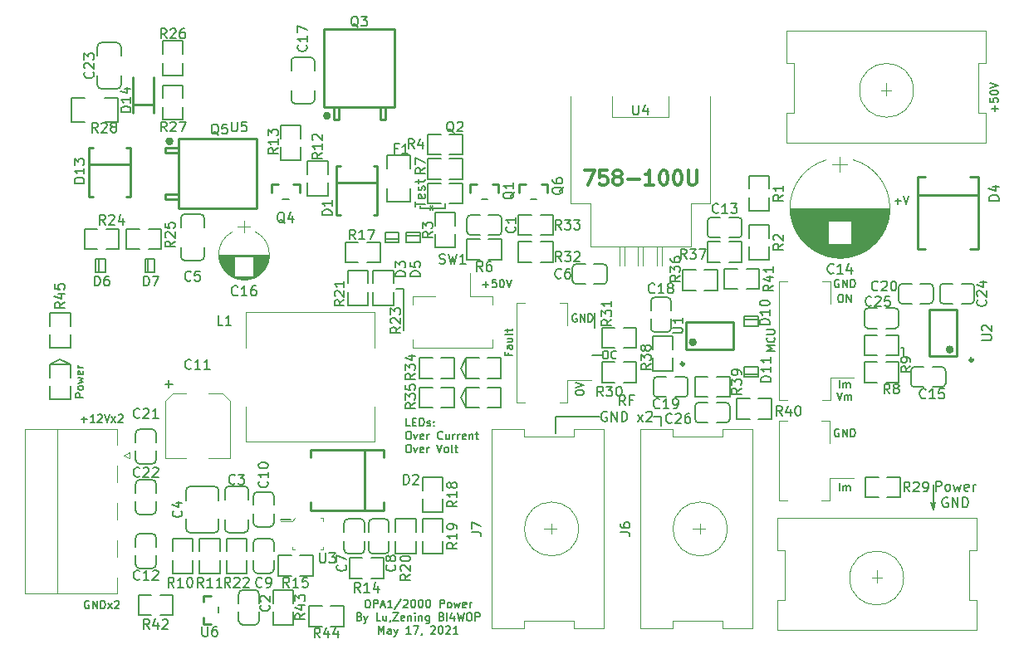
<source format=gbr>
%TF.GenerationSoftware,KiCad,Pcbnew,(5.1.4)-1*%
%TF.CreationDate,2021-05-17T23:16:04+08:00*%
%TF.ProjectId,power,706f7765-722e-46b6-9963-61645f706362,rev?*%
%TF.SameCoordinates,Original*%
%TF.FileFunction,Legend,Top*%
%TF.FilePolarity,Positive*%
%FSLAX46Y46*%
G04 Gerber Fmt 4.6, Leading zero omitted, Abs format (unit mm)*
G04 Created by KiCad (PCBNEW (5.1.4)-1) date 2021-05-17 23:16:04*
%MOMM*%
%LPD*%
G04 APERTURE LIST*
%ADD10C,0.150000*%
%ADD11C,0.300000*%
%ADD12C,0.200000*%
%ADD13C,0.254000*%
%ADD14C,0.120000*%
%ADD15C,0.100000*%
%ADD16C,0.400000*%
G04 APERTURE END LIST*
D10*
X61750000Y-40000000D02*
X61500000Y-40500000D01*
X61500000Y-40000000D02*
X61750000Y-40500000D01*
X60500000Y-40250000D02*
X60500000Y-40000000D01*
X63000000Y-40250000D02*
X60500000Y-40250000D01*
X63000000Y-39750000D02*
X63000000Y-40250000D01*
D11*
X77214285Y-36428571D02*
X78214285Y-36428571D01*
X77571428Y-37928571D01*
X79500000Y-36428571D02*
X78785714Y-36428571D01*
X78714285Y-37142857D01*
X78785714Y-37071428D01*
X78928571Y-37000000D01*
X79285714Y-37000000D01*
X79428571Y-37071428D01*
X79500000Y-37142857D01*
X79571428Y-37285714D01*
X79571428Y-37642857D01*
X79500000Y-37785714D01*
X79428571Y-37857142D01*
X79285714Y-37928571D01*
X78928571Y-37928571D01*
X78785714Y-37857142D01*
X78714285Y-37785714D01*
X80428571Y-37071428D02*
X80285714Y-37000000D01*
X80214285Y-36928571D01*
X80142857Y-36785714D01*
X80142857Y-36714285D01*
X80214285Y-36571428D01*
X80285714Y-36500000D01*
X80428571Y-36428571D01*
X80714285Y-36428571D01*
X80857142Y-36500000D01*
X80928571Y-36571428D01*
X81000000Y-36714285D01*
X81000000Y-36785714D01*
X80928571Y-36928571D01*
X80857142Y-37000000D01*
X80714285Y-37071428D01*
X80428571Y-37071428D01*
X80285714Y-37142857D01*
X80214285Y-37214285D01*
X80142857Y-37357142D01*
X80142857Y-37642857D01*
X80214285Y-37785714D01*
X80285714Y-37857142D01*
X80428571Y-37928571D01*
X80714285Y-37928571D01*
X80857142Y-37857142D01*
X80928571Y-37785714D01*
X81000000Y-37642857D01*
X81000000Y-37357142D01*
X80928571Y-37214285D01*
X80857142Y-37142857D01*
X80714285Y-37071428D01*
X81642857Y-37357142D02*
X82785714Y-37357142D01*
X84285714Y-37928571D02*
X83428571Y-37928571D01*
X83857142Y-37928571D02*
X83857142Y-36428571D01*
X83714285Y-36642857D01*
X83571428Y-36785714D01*
X83428571Y-36857142D01*
X85214285Y-36428571D02*
X85357142Y-36428571D01*
X85500000Y-36500000D01*
X85571428Y-36571428D01*
X85642857Y-36714285D01*
X85714285Y-37000000D01*
X85714285Y-37357142D01*
X85642857Y-37642857D01*
X85571428Y-37785714D01*
X85500000Y-37857142D01*
X85357142Y-37928571D01*
X85214285Y-37928571D01*
X85071428Y-37857142D01*
X85000000Y-37785714D01*
X84928571Y-37642857D01*
X84857142Y-37357142D01*
X84857142Y-37000000D01*
X84928571Y-36714285D01*
X85000000Y-36571428D01*
X85071428Y-36500000D01*
X85214285Y-36428571D01*
X86642857Y-36428571D02*
X86785714Y-36428571D01*
X86928571Y-36500000D01*
X87000000Y-36571428D01*
X87071428Y-36714285D01*
X87142857Y-37000000D01*
X87142857Y-37357142D01*
X87071428Y-37642857D01*
X87000000Y-37785714D01*
X86928571Y-37857142D01*
X86785714Y-37928571D01*
X86642857Y-37928571D01*
X86500000Y-37857142D01*
X86428571Y-37785714D01*
X86357142Y-37642857D01*
X86285714Y-37357142D01*
X86285714Y-37000000D01*
X86357142Y-36714285D01*
X86428571Y-36571428D01*
X86500000Y-36500000D01*
X86642857Y-36428571D01*
X87785714Y-36428571D02*
X87785714Y-37642857D01*
X87857142Y-37785714D01*
X87928571Y-37857142D01*
X88071428Y-37928571D01*
X88357142Y-37928571D01*
X88500000Y-37857142D01*
X88571428Y-37785714D01*
X88642857Y-37642857D01*
X88642857Y-36428571D01*
D10*
X108852380Y-39557142D02*
X109461904Y-39557142D01*
X109157142Y-39861904D02*
X109157142Y-39252380D01*
X109728571Y-39061904D02*
X109995238Y-39861904D01*
X110261904Y-39061904D01*
X119057142Y-30409523D02*
X119057142Y-29800000D01*
X119361904Y-30104761D02*
X118752380Y-30104761D01*
X118561904Y-29038095D02*
X118561904Y-29419047D01*
X118942857Y-29457142D01*
X118904761Y-29419047D01*
X118866666Y-29342857D01*
X118866666Y-29152380D01*
X118904761Y-29076190D01*
X118942857Y-29038095D01*
X119019047Y-29000000D01*
X119209523Y-29000000D01*
X119285714Y-29038095D01*
X119323809Y-29076190D01*
X119361904Y-29152380D01*
X119361904Y-29342857D01*
X119323809Y-29419047D01*
X119285714Y-29457142D01*
X118561904Y-28504761D02*
X118561904Y-28428571D01*
X118600000Y-28352380D01*
X118638095Y-28314285D01*
X118714285Y-28276190D01*
X118866666Y-28238095D01*
X119057142Y-28238095D01*
X119209523Y-28276190D01*
X119285714Y-28314285D01*
X119323809Y-28352380D01*
X119361904Y-28428571D01*
X119361904Y-28504761D01*
X119323809Y-28580952D01*
X119285714Y-28619047D01*
X119209523Y-28657142D01*
X119057142Y-28695238D01*
X118866666Y-28695238D01*
X118714285Y-28657142D01*
X118638095Y-28619047D01*
X118600000Y-28580952D01*
X118561904Y-28504761D01*
X118561904Y-28009523D02*
X119361904Y-27742857D01*
X118561904Y-27476190D01*
X26685714Y-80350000D02*
X26609523Y-80311904D01*
X26495238Y-80311904D01*
X26380952Y-80350000D01*
X26304761Y-80426190D01*
X26266666Y-80502380D01*
X26228571Y-80654761D01*
X26228571Y-80769047D01*
X26266666Y-80921428D01*
X26304761Y-80997619D01*
X26380952Y-81073809D01*
X26495238Y-81111904D01*
X26571428Y-81111904D01*
X26685714Y-81073809D01*
X26723809Y-81035714D01*
X26723809Y-80769047D01*
X26571428Y-80769047D01*
X27066666Y-81111904D02*
X27066666Y-80311904D01*
X27523809Y-81111904D01*
X27523809Y-80311904D01*
X27904761Y-81111904D02*
X27904761Y-80311904D01*
X28095238Y-80311904D01*
X28209523Y-80350000D01*
X28285714Y-80426190D01*
X28323809Y-80502380D01*
X28361904Y-80654761D01*
X28361904Y-80769047D01*
X28323809Y-80921428D01*
X28285714Y-80997619D01*
X28209523Y-81073809D01*
X28095238Y-81111904D01*
X27904761Y-81111904D01*
X28628571Y-81111904D02*
X29047619Y-80578571D01*
X28628571Y-80578571D02*
X29047619Y-81111904D01*
X29314285Y-80388095D02*
X29352380Y-80350000D01*
X29428571Y-80311904D01*
X29619047Y-80311904D01*
X29695238Y-80350000D01*
X29733333Y-80388095D01*
X29771428Y-80464285D01*
X29771428Y-80540476D01*
X29733333Y-80654761D01*
X29276190Y-81111904D01*
X29771428Y-81111904D01*
X25885714Y-61807142D02*
X26495238Y-61807142D01*
X26190476Y-62111904D02*
X26190476Y-61502380D01*
X27295238Y-62111904D02*
X26838095Y-62111904D01*
X27066666Y-62111904D02*
X27066666Y-61311904D01*
X26990476Y-61426190D01*
X26914285Y-61502380D01*
X26838095Y-61540476D01*
X27600000Y-61388095D02*
X27638095Y-61350000D01*
X27714285Y-61311904D01*
X27904761Y-61311904D01*
X27980952Y-61350000D01*
X28019047Y-61388095D01*
X28057142Y-61464285D01*
X28057142Y-61540476D01*
X28019047Y-61654761D01*
X27561904Y-62111904D01*
X28057142Y-62111904D01*
X28285714Y-61311904D02*
X28552380Y-62111904D01*
X28819047Y-61311904D01*
X29009523Y-62111904D02*
X29428571Y-61578571D01*
X29009523Y-61578571D02*
X29428571Y-62111904D01*
X29695238Y-61388095D02*
X29733333Y-61350000D01*
X29809523Y-61311904D01*
X30000000Y-61311904D01*
X30076190Y-61350000D01*
X30114285Y-61388095D01*
X30152380Y-61464285D01*
X30152380Y-61540476D01*
X30114285Y-61654761D01*
X29657142Y-62111904D01*
X30152380Y-62111904D01*
X26111904Y-59580952D02*
X25311904Y-59580952D01*
X25311904Y-59276190D01*
X25350000Y-59200000D01*
X25388095Y-59161904D01*
X25464285Y-59123809D01*
X25578571Y-59123809D01*
X25654761Y-59161904D01*
X25692857Y-59200000D01*
X25730952Y-59276190D01*
X25730952Y-59580952D01*
X26111904Y-58666666D02*
X26073809Y-58742857D01*
X26035714Y-58780952D01*
X25959523Y-58819047D01*
X25730952Y-58819047D01*
X25654761Y-58780952D01*
X25616666Y-58742857D01*
X25578571Y-58666666D01*
X25578571Y-58552380D01*
X25616666Y-58476190D01*
X25654761Y-58438095D01*
X25730952Y-58400000D01*
X25959523Y-58400000D01*
X26035714Y-58438095D01*
X26073809Y-58476190D01*
X26111904Y-58552380D01*
X26111904Y-58666666D01*
X25578571Y-58133333D02*
X26111904Y-57980952D01*
X25730952Y-57828571D01*
X26111904Y-57676190D01*
X25578571Y-57523809D01*
X26073809Y-56914285D02*
X26111904Y-56990476D01*
X26111904Y-57142857D01*
X26073809Y-57219047D01*
X25997619Y-57257142D01*
X25692857Y-57257142D01*
X25616666Y-57219047D01*
X25578571Y-57142857D01*
X25578571Y-56990476D01*
X25616666Y-56914285D01*
X25692857Y-56876190D01*
X25769047Y-56876190D01*
X25845238Y-57257142D01*
X26111904Y-56533333D02*
X25578571Y-56533333D01*
X25730952Y-56533333D02*
X25654761Y-56495238D01*
X25616666Y-56457142D01*
X25578571Y-56380952D01*
X25578571Y-56304761D01*
X55030952Y-80211904D02*
X55183333Y-80211904D01*
X55259523Y-80250000D01*
X55335714Y-80326190D01*
X55373809Y-80478571D01*
X55373809Y-80745238D01*
X55335714Y-80897619D01*
X55259523Y-80973809D01*
X55183333Y-81011904D01*
X55030952Y-81011904D01*
X54954761Y-80973809D01*
X54878571Y-80897619D01*
X54840476Y-80745238D01*
X54840476Y-80478571D01*
X54878571Y-80326190D01*
X54954761Y-80250000D01*
X55030952Y-80211904D01*
X55716666Y-81011904D02*
X55716666Y-80211904D01*
X56021428Y-80211904D01*
X56097619Y-80250000D01*
X56135714Y-80288095D01*
X56173809Y-80364285D01*
X56173809Y-80478571D01*
X56135714Y-80554761D01*
X56097619Y-80592857D01*
X56021428Y-80630952D01*
X55716666Y-80630952D01*
X56478571Y-80783333D02*
X56859523Y-80783333D01*
X56402380Y-81011904D02*
X56669047Y-80211904D01*
X56935714Y-81011904D01*
X57621428Y-81011904D02*
X57164285Y-81011904D01*
X57392857Y-81011904D02*
X57392857Y-80211904D01*
X57316666Y-80326190D01*
X57240476Y-80402380D01*
X57164285Y-80440476D01*
X58535714Y-80173809D02*
X57850000Y-81202380D01*
X58764285Y-80288095D02*
X58802380Y-80250000D01*
X58878571Y-80211904D01*
X59069047Y-80211904D01*
X59145238Y-80250000D01*
X59183333Y-80288095D01*
X59221428Y-80364285D01*
X59221428Y-80440476D01*
X59183333Y-80554761D01*
X58726190Y-81011904D01*
X59221428Y-81011904D01*
X59716666Y-80211904D02*
X59792857Y-80211904D01*
X59869047Y-80250000D01*
X59907142Y-80288095D01*
X59945238Y-80364285D01*
X59983333Y-80516666D01*
X59983333Y-80707142D01*
X59945238Y-80859523D01*
X59907142Y-80935714D01*
X59869047Y-80973809D01*
X59792857Y-81011904D01*
X59716666Y-81011904D01*
X59640476Y-80973809D01*
X59602380Y-80935714D01*
X59564285Y-80859523D01*
X59526190Y-80707142D01*
X59526190Y-80516666D01*
X59564285Y-80364285D01*
X59602380Y-80288095D01*
X59640476Y-80250000D01*
X59716666Y-80211904D01*
X60478571Y-80211904D02*
X60554761Y-80211904D01*
X60630952Y-80250000D01*
X60669047Y-80288095D01*
X60707142Y-80364285D01*
X60745238Y-80516666D01*
X60745238Y-80707142D01*
X60707142Y-80859523D01*
X60669047Y-80935714D01*
X60630952Y-80973809D01*
X60554761Y-81011904D01*
X60478571Y-81011904D01*
X60402380Y-80973809D01*
X60364285Y-80935714D01*
X60326190Y-80859523D01*
X60288095Y-80707142D01*
X60288095Y-80516666D01*
X60326190Y-80364285D01*
X60364285Y-80288095D01*
X60402380Y-80250000D01*
X60478571Y-80211904D01*
X61240476Y-80211904D02*
X61316666Y-80211904D01*
X61392857Y-80250000D01*
X61430952Y-80288095D01*
X61469047Y-80364285D01*
X61507142Y-80516666D01*
X61507142Y-80707142D01*
X61469047Y-80859523D01*
X61430952Y-80935714D01*
X61392857Y-80973809D01*
X61316666Y-81011904D01*
X61240476Y-81011904D01*
X61164285Y-80973809D01*
X61126190Y-80935714D01*
X61088095Y-80859523D01*
X61050000Y-80707142D01*
X61050000Y-80516666D01*
X61088095Y-80364285D01*
X61126190Y-80288095D01*
X61164285Y-80250000D01*
X61240476Y-80211904D01*
X62459523Y-81011904D02*
X62459523Y-80211904D01*
X62764285Y-80211904D01*
X62840476Y-80250000D01*
X62878571Y-80288095D01*
X62916666Y-80364285D01*
X62916666Y-80478571D01*
X62878571Y-80554761D01*
X62840476Y-80592857D01*
X62764285Y-80630952D01*
X62459523Y-80630952D01*
X63373809Y-81011904D02*
X63297619Y-80973809D01*
X63259523Y-80935714D01*
X63221428Y-80859523D01*
X63221428Y-80630952D01*
X63259523Y-80554761D01*
X63297619Y-80516666D01*
X63373809Y-80478571D01*
X63488095Y-80478571D01*
X63564285Y-80516666D01*
X63602380Y-80554761D01*
X63640476Y-80630952D01*
X63640476Y-80859523D01*
X63602380Y-80935714D01*
X63564285Y-80973809D01*
X63488095Y-81011904D01*
X63373809Y-81011904D01*
X63907142Y-80478571D02*
X64059523Y-81011904D01*
X64211904Y-80630952D01*
X64364285Y-81011904D01*
X64516666Y-80478571D01*
X65126190Y-80973809D02*
X65050000Y-81011904D01*
X64897619Y-81011904D01*
X64821428Y-80973809D01*
X64783333Y-80897619D01*
X64783333Y-80592857D01*
X64821428Y-80516666D01*
X64897619Y-80478571D01*
X65050000Y-80478571D01*
X65126190Y-80516666D01*
X65164285Y-80592857D01*
X65164285Y-80669047D01*
X64783333Y-80745238D01*
X65507142Y-81011904D02*
X65507142Y-80478571D01*
X65507142Y-80630952D02*
X65545238Y-80554761D01*
X65583333Y-80516666D01*
X65659523Y-80478571D01*
X65735714Y-80478571D01*
X54269047Y-81942857D02*
X54383333Y-81980952D01*
X54421428Y-82019047D01*
X54459523Y-82095238D01*
X54459523Y-82209523D01*
X54421428Y-82285714D01*
X54383333Y-82323809D01*
X54307142Y-82361904D01*
X54002380Y-82361904D01*
X54002380Y-81561904D01*
X54269047Y-81561904D01*
X54345238Y-81600000D01*
X54383333Y-81638095D01*
X54421428Y-81714285D01*
X54421428Y-81790476D01*
X54383333Y-81866666D01*
X54345238Y-81904761D01*
X54269047Y-81942857D01*
X54002380Y-81942857D01*
X54726190Y-81828571D02*
X54916666Y-82361904D01*
X55107142Y-81828571D02*
X54916666Y-82361904D01*
X54840476Y-82552380D01*
X54802380Y-82590476D01*
X54726190Y-82628571D01*
X56402380Y-82361904D02*
X56021428Y-82361904D01*
X56021428Y-81561904D01*
X57011904Y-81828571D02*
X57011904Y-82361904D01*
X56669047Y-81828571D02*
X56669047Y-82247619D01*
X56707142Y-82323809D01*
X56783333Y-82361904D01*
X56897619Y-82361904D01*
X56973809Y-82323809D01*
X57011904Y-82285714D01*
X57430952Y-82323809D02*
X57430952Y-82361904D01*
X57392857Y-82438095D01*
X57354761Y-82476190D01*
X57697619Y-81561904D02*
X58230952Y-81561904D01*
X57697619Y-82361904D01*
X58230952Y-82361904D01*
X58840476Y-82323809D02*
X58764285Y-82361904D01*
X58611904Y-82361904D01*
X58535714Y-82323809D01*
X58497619Y-82247619D01*
X58497619Y-81942857D01*
X58535714Y-81866666D01*
X58611904Y-81828571D01*
X58764285Y-81828571D01*
X58840476Y-81866666D01*
X58878571Y-81942857D01*
X58878571Y-82019047D01*
X58497619Y-82095238D01*
X59221428Y-81828571D02*
X59221428Y-82361904D01*
X59221428Y-81904761D02*
X59259523Y-81866666D01*
X59335714Y-81828571D01*
X59450000Y-81828571D01*
X59526190Y-81866666D01*
X59564285Y-81942857D01*
X59564285Y-82361904D01*
X59945238Y-82361904D02*
X59945238Y-81828571D01*
X59945238Y-81561904D02*
X59907142Y-81600000D01*
X59945238Y-81638095D01*
X59983333Y-81600000D01*
X59945238Y-81561904D01*
X59945238Y-81638095D01*
X60326190Y-81828571D02*
X60326190Y-82361904D01*
X60326190Y-81904761D02*
X60364285Y-81866666D01*
X60440476Y-81828571D01*
X60554761Y-81828571D01*
X60630952Y-81866666D01*
X60669047Y-81942857D01*
X60669047Y-82361904D01*
X61392857Y-81828571D02*
X61392857Y-82476190D01*
X61354761Y-82552380D01*
X61316666Y-82590476D01*
X61240476Y-82628571D01*
X61126190Y-82628571D01*
X61050000Y-82590476D01*
X61392857Y-82323809D02*
X61316666Y-82361904D01*
X61164285Y-82361904D01*
X61088095Y-82323809D01*
X61050000Y-82285714D01*
X61011904Y-82209523D01*
X61011904Y-81980952D01*
X61050000Y-81904761D01*
X61088095Y-81866666D01*
X61164285Y-81828571D01*
X61316666Y-81828571D01*
X61392857Y-81866666D01*
X62650000Y-81942857D02*
X62764285Y-81980952D01*
X62802380Y-82019047D01*
X62840476Y-82095238D01*
X62840476Y-82209523D01*
X62802380Y-82285714D01*
X62764285Y-82323809D01*
X62688095Y-82361904D01*
X62383333Y-82361904D01*
X62383333Y-81561904D01*
X62650000Y-81561904D01*
X62726190Y-81600000D01*
X62764285Y-81638095D01*
X62802380Y-81714285D01*
X62802380Y-81790476D01*
X62764285Y-81866666D01*
X62726190Y-81904761D01*
X62650000Y-81942857D01*
X62383333Y-81942857D01*
X63183333Y-82361904D02*
X63183333Y-81561904D01*
X63907142Y-81828571D02*
X63907142Y-82361904D01*
X63716666Y-81523809D02*
X63526190Y-82095238D01*
X64021428Y-82095238D01*
X64250000Y-81561904D02*
X64440476Y-82361904D01*
X64592857Y-81790476D01*
X64745238Y-82361904D01*
X64935714Y-81561904D01*
X65392857Y-81561904D02*
X65545238Y-81561904D01*
X65621428Y-81600000D01*
X65697619Y-81676190D01*
X65735714Y-81828571D01*
X65735714Y-82095238D01*
X65697619Y-82247619D01*
X65621428Y-82323809D01*
X65545238Y-82361904D01*
X65392857Y-82361904D01*
X65316666Y-82323809D01*
X65240476Y-82247619D01*
X65202380Y-82095238D01*
X65202380Y-81828571D01*
X65240476Y-81676190D01*
X65316666Y-81600000D01*
X65392857Y-81561904D01*
X66078571Y-82361904D02*
X66078571Y-81561904D01*
X66383333Y-81561904D01*
X66459523Y-81600000D01*
X66497619Y-81638095D01*
X66535714Y-81714285D01*
X66535714Y-81828571D01*
X66497619Y-81904761D01*
X66459523Y-81942857D01*
X66383333Y-81980952D01*
X66078571Y-81980952D01*
X56230952Y-83711904D02*
X56230952Y-82911904D01*
X56497619Y-83483333D01*
X56764285Y-82911904D01*
X56764285Y-83711904D01*
X57488095Y-83711904D02*
X57488095Y-83292857D01*
X57450000Y-83216666D01*
X57373809Y-83178571D01*
X57221428Y-83178571D01*
X57145238Y-83216666D01*
X57488095Y-83673809D02*
X57411904Y-83711904D01*
X57221428Y-83711904D01*
X57145238Y-83673809D01*
X57107142Y-83597619D01*
X57107142Y-83521428D01*
X57145238Y-83445238D01*
X57221428Y-83407142D01*
X57411904Y-83407142D01*
X57488095Y-83369047D01*
X57792857Y-83178571D02*
X57983333Y-83711904D01*
X58173809Y-83178571D02*
X57983333Y-83711904D01*
X57907142Y-83902380D01*
X57869047Y-83940476D01*
X57792857Y-83978571D01*
X59507142Y-83711904D02*
X59050000Y-83711904D01*
X59278571Y-83711904D02*
X59278571Y-82911904D01*
X59202380Y-83026190D01*
X59126190Y-83102380D01*
X59050000Y-83140476D01*
X59773809Y-82911904D02*
X60307142Y-82911904D01*
X59964285Y-83711904D01*
X60650000Y-83673809D02*
X60650000Y-83711904D01*
X60611904Y-83788095D01*
X60573809Y-83826190D01*
X61564285Y-82988095D02*
X61602380Y-82950000D01*
X61678571Y-82911904D01*
X61869047Y-82911904D01*
X61945238Y-82950000D01*
X61983333Y-82988095D01*
X62021428Y-83064285D01*
X62021428Y-83140476D01*
X61983333Y-83254761D01*
X61526190Y-83711904D01*
X62021428Y-83711904D01*
X62516666Y-82911904D02*
X62592857Y-82911904D01*
X62669047Y-82950000D01*
X62707142Y-82988095D01*
X62745238Y-83064285D01*
X62783333Y-83216666D01*
X62783333Y-83407142D01*
X62745238Y-83559523D01*
X62707142Y-83635714D01*
X62669047Y-83673809D01*
X62592857Y-83711904D01*
X62516666Y-83711904D01*
X62440476Y-83673809D01*
X62402380Y-83635714D01*
X62364285Y-83559523D01*
X62326190Y-83407142D01*
X62326190Y-83216666D01*
X62364285Y-83064285D01*
X62402380Y-82988095D01*
X62440476Y-82950000D01*
X62516666Y-82911904D01*
X63088095Y-82988095D02*
X63126190Y-82950000D01*
X63202380Y-82911904D01*
X63392857Y-82911904D01*
X63469047Y-82950000D01*
X63507142Y-82988095D01*
X63545238Y-83064285D01*
X63545238Y-83140476D01*
X63507142Y-83254761D01*
X63050000Y-83711904D01*
X63545238Y-83711904D01*
X64307142Y-83711904D02*
X63850000Y-83711904D01*
X64078571Y-83711904D02*
X64078571Y-82911904D01*
X64002380Y-83026190D01*
X63926190Y-83102380D01*
X63850000Y-83140476D01*
X85000000Y-61500000D02*
X85000000Y-62500000D01*
X84250000Y-61500000D02*
X85000000Y-61500000D01*
X74250000Y-61500000D02*
X74250000Y-63250000D01*
X78750000Y-61500000D02*
X74250000Y-61500000D01*
X81380952Y-60377380D02*
X81047619Y-59901190D01*
X80809523Y-60377380D02*
X80809523Y-59377380D01*
X81190476Y-59377380D01*
X81285714Y-59425000D01*
X81333333Y-59472619D01*
X81380952Y-59567857D01*
X81380952Y-59710714D01*
X81333333Y-59805952D01*
X81285714Y-59853571D01*
X81190476Y-59901190D01*
X80809523Y-59901190D01*
X82142857Y-59853571D02*
X81809523Y-59853571D01*
X81809523Y-60377380D02*
X81809523Y-59377380D01*
X82285714Y-59377380D01*
X79476190Y-61075000D02*
X79380952Y-61027380D01*
X79238095Y-61027380D01*
X79095238Y-61075000D01*
X79000000Y-61170238D01*
X78952380Y-61265476D01*
X78904761Y-61455952D01*
X78904761Y-61598809D01*
X78952380Y-61789285D01*
X79000000Y-61884523D01*
X79095238Y-61979761D01*
X79238095Y-62027380D01*
X79333333Y-62027380D01*
X79476190Y-61979761D01*
X79523809Y-61932142D01*
X79523809Y-61598809D01*
X79333333Y-61598809D01*
X79952380Y-62027380D02*
X79952380Y-61027380D01*
X80523809Y-62027380D01*
X80523809Y-61027380D01*
X81000000Y-62027380D02*
X81000000Y-61027380D01*
X81238095Y-61027380D01*
X81380952Y-61075000D01*
X81476190Y-61170238D01*
X81523809Y-61265476D01*
X81571428Y-61455952D01*
X81571428Y-61598809D01*
X81523809Y-61789285D01*
X81476190Y-61884523D01*
X81380952Y-61979761D01*
X81238095Y-62027380D01*
X81000000Y-62027380D01*
X82666666Y-62027380D02*
X83190476Y-61360714D01*
X82666666Y-61360714D02*
X83190476Y-62027380D01*
X83523809Y-61122619D02*
X83571428Y-61075000D01*
X83666666Y-61027380D01*
X83904761Y-61027380D01*
X84000000Y-61075000D01*
X84047619Y-61122619D01*
X84095238Y-61217857D01*
X84095238Y-61313095D01*
X84047619Y-61455952D01*
X83476190Y-62027380D01*
X84095238Y-62027380D01*
X113000000Y-70250000D02*
X112750000Y-71000000D01*
X112500000Y-70250000D02*
X112750000Y-71000000D01*
X112750000Y-71000000D02*
X112500000Y-70250000D01*
X112750000Y-68500000D02*
X112750000Y-71000000D01*
X113023809Y-69127380D02*
X113023809Y-68127380D01*
X113404761Y-68127380D01*
X113500000Y-68175000D01*
X113547619Y-68222619D01*
X113595238Y-68317857D01*
X113595238Y-68460714D01*
X113547619Y-68555952D01*
X113500000Y-68603571D01*
X113404761Y-68651190D01*
X113023809Y-68651190D01*
X114166666Y-69127380D02*
X114071428Y-69079761D01*
X114023809Y-69032142D01*
X113976190Y-68936904D01*
X113976190Y-68651190D01*
X114023809Y-68555952D01*
X114071428Y-68508333D01*
X114166666Y-68460714D01*
X114309523Y-68460714D01*
X114404761Y-68508333D01*
X114452380Y-68555952D01*
X114500000Y-68651190D01*
X114500000Y-68936904D01*
X114452380Y-69032142D01*
X114404761Y-69079761D01*
X114309523Y-69127380D01*
X114166666Y-69127380D01*
X114833333Y-68460714D02*
X115023809Y-69127380D01*
X115214285Y-68651190D01*
X115404761Y-69127380D01*
X115595238Y-68460714D01*
X116357142Y-69079761D02*
X116261904Y-69127380D01*
X116071428Y-69127380D01*
X115976190Y-69079761D01*
X115928571Y-68984523D01*
X115928571Y-68603571D01*
X115976190Y-68508333D01*
X116071428Y-68460714D01*
X116261904Y-68460714D01*
X116357142Y-68508333D01*
X116404761Y-68603571D01*
X116404761Y-68698809D01*
X115928571Y-68794047D01*
X116833333Y-69127380D02*
X116833333Y-68460714D01*
X116833333Y-68651190D02*
X116880952Y-68555952D01*
X116928571Y-68508333D01*
X117023809Y-68460714D01*
X117119047Y-68460714D01*
X114238095Y-69825000D02*
X114142857Y-69777380D01*
X114000000Y-69777380D01*
X113857142Y-69825000D01*
X113761904Y-69920238D01*
X113714285Y-70015476D01*
X113666666Y-70205952D01*
X113666666Y-70348809D01*
X113714285Y-70539285D01*
X113761904Y-70634523D01*
X113857142Y-70729761D01*
X114000000Y-70777380D01*
X114095238Y-70777380D01*
X114238095Y-70729761D01*
X114285714Y-70682142D01*
X114285714Y-70348809D01*
X114095238Y-70348809D01*
X114714285Y-70777380D02*
X114714285Y-69777380D01*
X115285714Y-70777380D01*
X115285714Y-69777380D01*
X115761904Y-70777380D02*
X115761904Y-69777380D01*
X116000000Y-69777380D01*
X116142857Y-69825000D01*
X116238095Y-69920238D01*
X116285714Y-70015476D01*
X116333333Y-70205952D01*
X116333333Y-70348809D01*
X116285714Y-70539285D01*
X116238095Y-70634523D01*
X116142857Y-70729761D01*
X116000000Y-70777380D01*
X115761904Y-70777380D01*
X102950000Y-59061904D02*
X103216666Y-59861904D01*
X103483333Y-59061904D01*
X103750000Y-59861904D02*
X103750000Y-59328571D01*
X103750000Y-59404761D02*
X103788095Y-59366666D01*
X103864285Y-59328571D01*
X103978571Y-59328571D01*
X104054761Y-59366666D01*
X104092857Y-59442857D01*
X104092857Y-59861904D01*
X104092857Y-59442857D02*
X104130952Y-59366666D01*
X104207142Y-59328571D01*
X104321428Y-59328571D01*
X104397619Y-59366666D01*
X104435714Y-59442857D01*
X104435714Y-59861904D01*
X103216666Y-58611904D02*
X103216666Y-57811904D01*
X103597619Y-58611904D02*
X103597619Y-58078571D01*
X103597619Y-58154761D02*
X103635714Y-58116666D01*
X103711904Y-58078571D01*
X103826190Y-58078571D01*
X103902380Y-58116666D01*
X103940476Y-58192857D01*
X103940476Y-58611904D01*
X103940476Y-58192857D02*
X103978571Y-58116666D01*
X104054761Y-58078571D01*
X104169047Y-58078571D01*
X104245238Y-58116666D01*
X104283333Y-58192857D01*
X104283333Y-58611904D01*
X103254761Y-49061904D02*
X103407142Y-49061904D01*
X103483333Y-49100000D01*
X103559523Y-49176190D01*
X103597619Y-49328571D01*
X103597619Y-49595238D01*
X103559523Y-49747619D01*
X103483333Y-49823809D01*
X103407142Y-49861904D01*
X103254761Y-49861904D01*
X103178571Y-49823809D01*
X103102380Y-49747619D01*
X103064285Y-49595238D01*
X103064285Y-49328571D01*
X103102380Y-49176190D01*
X103178571Y-49100000D01*
X103254761Y-49061904D01*
X103940476Y-49861904D02*
X103940476Y-49061904D01*
X104397619Y-49861904D01*
X104397619Y-49061904D01*
X103140476Y-47600000D02*
X103064285Y-47561904D01*
X102950000Y-47561904D01*
X102835714Y-47600000D01*
X102759523Y-47676190D01*
X102721428Y-47752380D01*
X102683333Y-47904761D01*
X102683333Y-48019047D01*
X102721428Y-48171428D01*
X102759523Y-48247619D01*
X102835714Y-48323809D01*
X102950000Y-48361904D01*
X103026190Y-48361904D01*
X103140476Y-48323809D01*
X103178571Y-48285714D01*
X103178571Y-48019047D01*
X103026190Y-48019047D01*
X103521428Y-48361904D02*
X103521428Y-47561904D01*
X103978571Y-48361904D01*
X103978571Y-47561904D01*
X104359523Y-48361904D02*
X104359523Y-47561904D01*
X104550000Y-47561904D01*
X104664285Y-47600000D01*
X104740476Y-47676190D01*
X104778571Y-47752380D01*
X104816666Y-47904761D01*
X104816666Y-48019047D01*
X104778571Y-48171428D01*
X104740476Y-48247619D01*
X104664285Y-48323809D01*
X104550000Y-48361904D01*
X104359523Y-48361904D01*
X96611904Y-54835714D02*
X95811904Y-54835714D01*
X96383333Y-54569047D01*
X95811904Y-54302380D01*
X96611904Y-54302380D01*
X96535714Y-53464285D02*
X96573809Y-53502380D01*
X96611904Y-53616666D01*
X96611904Y-53692857D01*
X96573809Y-53807142D01*
X96497619Y-53883333D01*
X96421428Y-53921428D01*
X96269047Y-53959523D01*
X96154761Y-53959523D01*
X96002380Y-53921428D01*
X95926190Y-53883333D01*
X95850000Y-53807142D01*
X95811904Y-53692857D01*
X95811904Y-53616666D01*
X95850000Y-53502380D01*
X95888095Y-53464285D01*
X95811904Y-53121428D02*
X96459523Y-53121428D01*
X96535714Y-53083333D01*
X96573809Y-53045238D01*
X96611904Y-52969047D01*
X96611904Y-52816666D01*
X96573809Y-52740476D01*
X96535714Y-52702380D01*
X96459523Y-52664285D01*
X95811904Y-52664285D01*
X69442857Y-55047619D02*
X69442857Y-55314285D01*
X69861904Y-55314285D02*
X69061904Y-55314285D01*
X69061904Y-54933333D01*
X69861904Y-54285714D02*
X69442857Y-54285714D01*
X69366666Y-54323809D01*
X69328571Y-54400000D01*
X69328571Y-54552380D01*
X69366666Y-54628571D01*
X69823809Y-54285714D02*
X69861904Y-54361904D01*
X69861904Y-54552380D01*
X69823809Y-54628571D01*
X69747619Y-54666666D01*
X69671428Y-54666666D01*
X69595238Y-54628571D01*
X69557142Y-54552380D01*
X69557142Y-54361904D01*
X69519047Y-54285714D01*
X69328571Y-53561904D02*
X69861904Y-53561904D01*
X69328571Y-53904761D02*
X69747619Y-53904761D01*
X69823809Y-53866666D01*
X69861904Y-53790476D01*
X69861904Y-53676190D01*
X69823809Y-53600000D01*
X69785714Y-53561904D01*
X69861904Y-53066666D02*
X69823809Y-53142857D01*
X69747619Y-53180952D01*
X69061904Y-53180952D01*
X69328571Y-52876190D02*
X69328571Y-52571428D01*
X69061904Y-52761904D02*
X69747619Y-52761904D01*
X69823809Y-52723809D01*
X69861904Y-52647619D01*
X69861904Y-52571428D01*
X103140476Y-62850000D02*
X103064285Y-62811904D01*
X102950000Y-62811904D01*
X102835714Y-62850000D01*
X102759523Y-62926190D01*
X102721428Y-63002380D01*
X102683333Y-63154761D01*
X102683333Y-63269047D01*
X102721428Y-63421428D01*
X102759523Y-63497619D01*
X102835714Y-63573809D01*
X102950000Y-63611904D01*
X103026190Y-63611904D01*
X103140476Y-63573809D01*
X103178571Y-63535714D01*
X103178571Y-63269047D01*
X103026190Y-63269047D01*
X103521428Y-63611904D02*
X103521428Y-62811904D01*
X103978571Y-63611904D01*
X103978571Y-62811904D01*
X104359523Y-63611904D02*
X104359523Y-62811904D01*
X104550000Y-62811904D01*
X104664285Y-62850000D01*
X104740476Y-62926190D01*
X104778571Y-63002380D01*
X104816666Y-63154761D01*
X104816666Y-63269047D01*
X104778571Y-63421428D01*
X104740476Y-63497619D01*
X104664285Y-63573809D01*
X104550000Y-63611904D01*
X104359523Y-63611904D01*
X103216666Y-69111904D02*
X103216666Y-68311904D01*
X103597619Y-69111904D02*
X103597619Y-68578571D01*
X103597619Y-68654761D02*
X103635714Y-68616666D01*
X103711904Y-68578571D01*
X103826190Y-68578571D01*
X103902380Y-68616666D01*
X103940476Y-68692857D01*
X103940476Y-69111904D01*
X103940476Y-68692857D02*
X103978571Y-68616666D01*
X104054761Y-68578571D01*
X104169047Y-68578571D01*
X104245238Y-68616666D01*
X104283333Y-68692857D01*
X104283333Y-69111904D01*
X109750000Y-54500000D02*
X109500000Y-54500000D01*
X109750000Y-55250000D02*
X109750000Y-54500000D01*
X78250000Y-51000000D02*
X78250000Y-52500000D01*
X79000000Y-55250000D02*
X78000000Y-55250000D01*
X79273809Y-54811904D02*
X79426190Y-54811904D01*
X79502380Y-54850000D01*
X79578571Y-54926190D01*
X79616666Y-55078571D01*
X79616666Y-55345238D01*
X79578571Y-55497619D01*
X79502380Y-55573809D01*
X79426190Y-55611904D01*
X79273809Y-55611904D01*
X79197619Y-55573809D01*
X79121428Y-55497619D01*
X79083333Y-55345238D01*
X79083333Y-55078571D01*
X79121428Y-54926190D01*
X79197619Y-54850000D01*
X79273809Y-54811904D01*
X80416666Y-55535714D02*
X80378571Y-55573809D01*
X80264285Y-55611904D01*
X80188095Y-55611904D01*
X80073809Y-55573809D01*
X79997619Y-55497619D01*
X79959523Y-55421428D01*
X79921428Y-55269047D01*
X79921428Y-55154761D01*
X79959523Y-55002380D01*
X79997619Y-54926190D01*
X80073809Y-54850000D01*
X80188095Y-54811904D01*
X80264285Y-54811904D01*
X80378571Y-54850000D01*
X80416666Y-54888095D01*
X76390476Y-51100000D02*
X76314285Y-51061904D01*
X76200000Y-51061904D01*
X76085714Y-51100000D01*
X76009523Y-51176190D01*
X75971428Y-51252380D01*
X75933333Y-51404761D01*
X75933333Y-51519047D01*
X75971428Y-51671428D01*
X76009523Y-51747619D01*
X76085714Y-51823809D01*
X76200000Y-51861904D01*
X76276190Y-51861904D01*
X76390476Y-51823809D01*
X76428571Y-51785714D01*
X76428571Y-51519047D01*
X76276190Y-51519047D01*
X76771428Y-51861904D02*
X76771428Y-51061904D01*
X77228571Y-51861904D01*
X77228571Y-51061904D01*
X77609523Y-51861904D02*
X77609523Y-51061904D01*
X77800000Y-51061904D01*
X77914285Y-51100000D01*
X77990476Y-51176190D01*
X78028571Y-51252380D01*
X78066666Y-51404761D01*
X78066666Y-51519047D01*
X78028571Y-51671428D01*
X77990476Y-51747619D01*
X77914285Y-51823809D01*
X77800000Y-51861904D01*
X77609523Y-51861904D01*
X76311904Y-59169047D02*
X76311904Y-59016666D01*
X76350000Y-58940476D01*
X76426190Y-58864285D01*
X76578571Y-58826190D01*
X76845238Y-58826190D01*
X76997619Y-58864285D01*
X77073809Y-58940476D01*
X77111904Y-59016666D01*
X77111904Y-59169047D01*
X77073809Y-59245238D01*
X76997619Y-59321428D01*
X76845238Y-59359523D01*
X76578571Y-59359523D01*
X76426190Y-59321428D01*
X76350000Y-59245238D01*
X76311904Y-59169047D01*
X76311904Y-58597619D02*
X77111904Y-58330952D01*
X76311904Y-58064285D01*
X66840476Y-48057142D02*
X67450000Y-48057142D01*
X67145238Y-48361904D02*
X67145238Y-47752380D01*
X68211904Y-47561904D02*
X67830952Y-47561904D01*
X67792857Y-47942857D01*
X67830952Y-47904761D01*
X67907142Y-47866666D01*
X68097619Y-47866666D01*
X68173809Y-47904761D01*
X68211904Y-47942857D01*
X68250000Y-48019047D01*
X68250000Y-48209523D01*
X68211904Y-48285714D01*
X68173809Y-48323809D01*
X68097619Y-48361904D01*
X67907142Y-48361904D01*
X67830952Y-48323809D01*
X67792857Y-48285714D01*
X68745238Y-47561904D02*
X68821428Y-47561904D01*
X68897619Y-47600000D01*
X68935714Y-47638095D01*
X68973809Y-47714285D01*
X69011904Y-47866666D01*
X69011904Y-48057142D01*
X68973809Y-48209523D01*
X68935714Y-48285714D01*
X68897619Y-48323809D01*
X68821428Y-48361904D01*
X68745238Y-48361904D01*
X68669047Y-48323809D01*
X68630952Y-48285714D01*
X68592857Y-48209523D01*
X68554761Y-48057142D01*
X68554761Y-47866666D01*
X68592857Y-47714285D01*
X68630952Y-47638095D01*
X68669047Y-47600000D01*
X68745238Y-47561904D01*
X69240476Y-47561904D02*
X69507142Y-48361904D01*
X69773809Y-47561904D01*
X59418928Y-62511904D02*
X59037976Y-62511904D01*
X59037976Y-61711904D01*
X59685595Y-62092857D02*
X59952261Y-62092857D01*
X60066547Y-62511904D02*
X59685595Y-62511904D01*
X59685595Y-61711904D01*
X60066547Y-61711904D01*
X60409404Y-62511904D02*
X60409404Y-61711904D01*
X60599880Y-61711904D01*
X60714166Y-61750000D01*
X60790357Y-61826190D01*
X60828452Y-61902380D01*
X60866547Y-62054761D01*
X60866547Y-62169047D01*
X60828452Y-62321428D01*
X60790357Y-62397619D01*
X60714166Y-62473809D01*
X60599880Y-62511904D01*
X60409404Y-62511904D01*
X61171309Y-62473809D02*
X61247500Y-62511904D01*
X61399880Y-62511904D01*
X61476071Y-62473809D01*
X61514166Y-62397619D01*
X61514166Y-62359523D01*
X61476071Y-62283333D01*
X61399880Y-62245238D01*
X61285595Y-62245238D01*
X61209404Y-62207142D01*
X61171309Y-62130952D01*
X61171309Y-62092857D01*
X61209404Y-62016666D01*
X61285595Y-61978571D01*
X61399880Y-61978571D01*
X61476071Y-62016666D01*
X61857023Y-62435714D02*
X61895119Y-62473809D01*
X61857023Y-62511904D01*
X61818928Y-62473809D01*
X61857023Y-62435714D01*
X61857023Y-62511904D01*
X61857023Y-62016666D02*
X61895119Y-62054761D01*
X61857023Y-62092857D01*
X61818928Y-62054761D01*
X61857023Y-62016666D01*
X61857023Y-62092857D01*
X59190357Y-63061904D02*
X59342738Y-63061904D01*
X59418928Y-63100000D01*
X59495119Y-63176190D01*
X59533214Y-63328571D01*
X59533214Y-63595238D01*
X59495119Y-63747619D01*
X59418928Y-63823809D01*
X59342738Y-63861904D01*
X59190357Y-63861904D01*
X59114166Y-63823809D01*
X59037976Y-63747619D01*
X58999880Y-63595238D01*
X58999880Y-63328571D01*
X59037976Y-63176190D01*
X59114166Y-63100000D01*
X59190357Y-63061904D01*
X59799880Y-63328571D02*
X59990357Y-63861904D01*
X60180833Y-63328571D01*
X60790357Y-63823809D02*
X60714166Y-63861904D01*
X60561785Y-63861904D01*
X60485595Y-63823809D01*
X60447500Y-63747619D01*
X60447500Y-63442857D01*
X60485595Y-63366666D01*
X60561785Y-63328571D01*
X60714166Y-63328571D01*
X60790357Y-63366666D01*
X60828452Y-63442857D01*
X60828452Y-63519047D01*
X60447500Y-63595238D01*
X61171309Y-63861904D02*
X61171309Y-63328571D01*
X61171309Y-63480952D02*
X61209404Y-63404761D01*
X61247500Y-63366666D01*
X61323690Y-63328571D01*
X61399880Y-63328571D01*
X62733214Y-63785714D02*
X62695119Y-63823809D01*
X62580833Y-63861904D01*
X62504642Y-63861904D01*
X62390357Y-63823809D01*
X62314166Y-63747619D01*
X62276071Y-63671428D01*
X62237976Y-63519047D01*
X62237976Y-63404761D01*
X62276071Y-63252380D01*
X62314166Y-63176190D01*
X62390357Y-63100000D01*
X62504642Y-63061904D01*
X62580833Y-63061904D01*
X62695119Y-63100000D01*
X62733214Y-63138095D01*
X63418928Y-63328571D02*
X63418928Y-63861904D01*
X63076071Y-63328571D02*
X63076071Y-63747619D01*
X63114166Y-63823809D01*
X63190357Y-63861904D01*
X63304642Y-63861904D01*
X63380833Y-63823809D01*
X63418928Y-63785714D01*
X63799880Y-63861904D02*
X63799880Y-63328571D01*
X63799880Y-63480952D02*
X63837976Y-63404761D01*
X63876071Y-63366666D01*
X63952261Y-63328571D01*
X64028452Y-63328571D01*
X64295119Y-63861904D02*
X64295119Y-63328571D01*
X64295119Y-63480952D02*
X64333214Y-63404761D01*
X64371309Y-63366666D01*
X64447500Y-63328571D01*
X64523690Y-63328571D01*
X65095119Y-63823809D02*
X65018928Y-63861904D01*
X64866547Y-63861904D01*
X64790357Y-63823809D01*
X64752261Y-63747619D01*
X64752261Y-63442857D01*
X64790357Y-63366666D01*
X64866547Y-63328571D01*
X65018928Y-63328571D01*
X65095119Y-63366666D01*
X65133214Y-63442857D01*
X65133214Y-63519047D01*
X64752261Y-63595238D01*
X65476071Y-63328571D02*
X65476071Y-63861904D01*
X65476071Y-63404761D02*
X65514166Y-63366666D01*
X65590357Y-63328571D01*
X65704642Y-63328571D01*
X65780833Y-63366666D01*
X65818928Y-63442857D01*
X65818928Y-63861904D01*
X66085595Y-63328571D02*
X66390357Y-63328571D01*
X66199880Y-63061904D02*
X66199880Y-63747619D01*
X66237976Y-63823809D01*
X66314166Y-63861904D01*
X66390357Y-63861904D01*
X59190357Y-64411904D02*
X59342738Y-64411904D01*
X59418928Y-64450000D01*
X59495119Y-64526190D01*
X59533214Y-64678571D01*
X59533214Y-64945238D01*
X59495119Y-65097619D01*
X59418928Y-65173809D01*
X59342738Y-65211904D01*
X59190357Y-65211904D01*
X59114166Y-65173809D01*
X59037976Y-65097619D01*
X58999880Y-64945238D01*
X58999880Y-64678571D01*
X59037976Y-64526190D01*
X59114166Y-64450000D01*
X59190357Y-64411904D01*
X59799880Y-64678571D02*
X59990357Y-65211904D01*
X60180833Y-64678571D01*
X60790357Y-65173809D02*
X60714166Y-65211904D01*
X60561785Y-65211904D01*
X60485595Y-65173809D01*
X60447500Y-65097619D01*
X60447500Y-64792857D01*
X60485595Y-64716666D01*
X60561785Y-64678571D01*
X60714166Y-64678571D01*
X60790357Y-64716666D01*
X60828452Y-64792857D01*
X60828452Y-64869047D01*
X60447500Y-64945238D01*
X61171309Y-65211904D02*
X61171309Y-64678571D01*
X61171309Y-64830952D02*
X61209404Y-64754761D01*
X61247500Y-64716666D01*
X61323690Y-64678571D01*
X61399880Y-64678571D01*
X62161785Y-64411904D02*
X62428452Y-65211904D01*
X62695119Y-64411904D01*
X63076071Y-65211904D02*
X62999880Y-65173809D01*
X62961785Y-65135714D01*
X62923690Y-65059523D01*
X62923690Y-64830952D01*
X62961785Y-64754761D01*
X62999880Y-64716666D01*
X63076071Y-64678571D01*
X63190357Y-64678571D01*
X63266547Y-64716666D01*
X63304642Y-64754761D01*
X63342738Y-64830952D01*
X63342738Y-65059523D01*
X63304642Y-65135714D01*
X63266547Y-65173809D01*
X63190357Y-65211904D01*
X63076071Y-65211904D01*
X63799880Y-65211904D02*
X63723690Y-65173809D01*
X63685595Y-65097619D01*
X63685595Y-64411904D01*
X63990357Y-64678571D02*
X64295119Y-64678571D01*
X64104642Y-64411904D02*
X64104642Y-65097619D01*
X64142738Y-65173809D01*
X64218928Y-65211904D01*
X64295119Y-65211904D01*
X58750000Y-48500000D02*
X58000000Y-48500000D01*
X58750000Y-52750000D02*
X58750000Y-48500000D01*
X46250000Y-72000000D02*
X47250000Y-72000000D01*
D12*
X88480000Y-61770011D02*
X88480000Y-60500011D01*
X88880000Y-62170011D02*
X89800000Y-62170011D01*
X92020000Y-61770011D02*
X92020000Y-60500011D01*
X90700000Y-62170011D02*
X91620000Y-62170011D01*
X90700000Y-60100011D02*
X91620000Y-60100011D01*
X88880000Y-60100011D02*
X89800000Y-60100011D01*
X88480000Y-60500001D02*
G75*
G02X88880000Y-60100001I400000J0D01*
G01*
X88880000Y-62170011D02*
G75*
G02X88480000Y-61770011I0J400000D01*
G01*
X92020000Y-61770011D02*
G75*
G02X91620000Y-62170011I-400000J0D01*
G01*
X91620000Y-60100011D02*
G75*
G02X92020000Y-60500011I0J-400000D01*
G01*
X105730000Y-52135000D02*
X105730000Y-50865000D01*
X106130000Y-52535000D02*
X107050000Y-52535000D01*
X109270000Y-52135000D02*
X109270000Y-50865000D01*
X107950000Y-52535000D02*
X108870000Y-52535000D01*
X107950000Y-50465000D02*
X108870000Y-50465000D01*
X106130000Y-50465000D02*
X107050000Y-50465000D01*
X105730000Y-50864990D02*
G75*
G02X106130000Y-50464990I400000J0D01*
G01*
X106130000Y-52535000D02*
G75*
G02X105730000Y-52135000I0J400000D01*
G01*
X109270000Y-52135000D02*
G75*
G02X108870000Y-52535000I-400000J0D01*
G01*
X108870000Y-50465000D02*
G75*
G02X109270000Y-50865000I0J-400000D01*
G01*
X116970000Y-48365000D02*
X116970000Y-49635000D01*
X116570000Y-47965000D02*
X115650000Y-47965000D01*
X113430000Y-48365000D02*
X113430000Y-49635000D01*
X114750000Y-47965000D02*
X113830000Y-47965000D01*
X114750000Y-50035000D02*
X113830000Y-50035000D01*
X116570000Y-50035000D02*
X115650000Y-50035000D01*
X116970000Y-49635010D02*
G75*
G02X116570000Y-50035010I-400000J0D01*
G01*
X116570000Y-47965000D02*
G75*
G02X116970000Y-48365000I0J-400000D01*
G01*
X113430000Y-48365000D02*
G75*
G02X113830000Y-47965000I400000J0D01*
G01*
X113830000Y-50035000D02*
G75*
G02X113430000Y-49635000I0J400000D01*
G01*
D13*
X31175000Y-30550000D02*
X31175000Y-26950000D01*
X33325000Y-30550000D02*
X33325000Y-26950000D01*
X33325000Y-29725000D02*
X31175000Y-29725000D01*
X30500000Y-34100000D02*
X30900000Y-34100000D01*
X30900000Y-34100000D02*
X30900000Y-39100000D01*
X30500000Y-39100000D02*
X30900000Y-39100000D01*
X26700000Y-34100000D02*
X27100000Y-34100000D01*
X26700000Y-34100000D02*
X26700000Y-39100000D01*
X26700000Y-39100000D02*
X27100000Y-39100000D01*
X26700000Y-35800000D02*
X30900000Y-35800000D01*
D12*
X29950000Y-27705000D02*
X29950000Y-26750000D01*
X29950000Y-24750000D02*
X29950000Y-23795000D01*
X27550000Y-24750000D02*
X27550000Y-23795000D01*
X27550000Y-27705000D02*
X27550000Y-26750000D01*
X29550000Y-23395000D02*
X27950000Y-23395000D01*
X29550000Y-28105000D02*
X27950000Y-28105000D01*
X27550000Y-23795000D02*
G75*
G02X27950000Y-23395000I400000J0D01*
G01*
X29550000Y-23395000D02*
G75*
G02X29950000Y-23795000I0J-400000D01*
G01*
X29950000Y-27705000D02*
G75*
G02X29550000Y-28105000I-400000J0D01*
G01*
X27950000Y-28105000D02*
G75*
G02X27550000Y-27705000I0J400000D01*
G01*
X26250000Y-31450000D02*
X24895000Y-31450000D01*
X26250000Y-29050000D02*
X24895000Y-29050000D01*
X29605000Y-29050000D02*
X28250000Y-29050000D01*
X29605000Y-29050000D02*
X29605000Y-31450000D01*
X24895000Y-29050000D02*
X24895000Y-31450000D01*
X29605000Y-31450000D02*
X28250000Y-31450000D01*
D14*
X65525000Y-49275000D02*
X65525000Y-46875000D01*
X59675000Y-49275000D02*
X61975000Y-49275000D01*
X59675000Y-50100000D02*
X59675000Y-49275000D01*
X67825000Y-49275000D02*
X65525000Y-49275000D01*
X67825000Y-50100000D02*
X67825000Y-49275000D01*
X59675000Y-54475000D02*
X59675000Y-53650000D01*
X67825000Y-54475000D02*
X59675000Y-54475000D01*
X67825000Y-53650000D02*
X67825000Y-54475000D01*
D13*
X111150000Y-38950000D02*
X117350000Y-38950000D01*
X111150000Y-44450000D02*
X111950000Y-44450000D01*
X111150000Y-37050000D02*
X111150000Y-44450000D01*
X111150000Y-37050000D02*
X111950000Y-37050000D01*
X116550000Y-44450000D02*
X117350000Y-44450000D01*
X117350000Y-37050000D02*
X117350000Y-44450000D01*
X116550000Y-37050000D02*
X117350000Y-37050000D01*
D14*
X75475000Y-57775000D02*
X77875000Y-57775000D01*
X75475000Y-49925000D02*
X75475000Y-52225000D01*
X74650000Y-49925000D02*
X75475000Y-49925000D01*
X75475000Y-60075000D02*
X75475000Y-57775000D01*
X74650000Y-60075000D02*
X75475000Y-60075000D01*
X70275000Y-49925000D02*
X71100000Y-49925000D01*
X70275000Y-60075000D02*
X70275000Y-49925000D01*
X71100000Y-60075000D02*
X70275000Y-60075000D01*
X102225000Y-67775000D02*
X104625000Y-67775000D01*
X102225000Y-61925000D02*
X102225000Y-64225000D01*
X101400000Y-61925000D02*
X102225000Y-61925000D01*
X102225000Y-70075000D02*
X102225000Y-67775000D01*
X101400000Y-70075000D02*
X102225000Y-70075000D01*
X97025000Y-61925000D02*
X97850000Y-61925000D01*
X97025000Y-70075000D02*
X97025000Y-61925000D01*
X97850000Y-70075000D02*
X97025000Y-70075000D01*
X102275000Y-57575000D02*
X104675000Y-57575000D01*
X102275000Y-47725000D02*
X102275000Y-50025000D01*
X101450000Y-47725000D02*
X102275000Y-47725000D01*
X102275000Y-59875000D02*
X102275000Y-57575000D01*
X101450000Y-59875000D02*
X102275000Y-59875000D01*
X97075000Y-47725000D02*
X97900000Y-47725000D01*
X97075000Y-59875000D02*
X97075000Y-47725000D01*
X97900000Y-59875000D02*
X97075000Y-59875000D01*
X43150000Y-42150000D02*
X41850000Y-42150000D01*
X42500000Y-41550000D02*
X42500000Y-42750000D01*
X42854000Y-47561000D02*
X42146000Y-47561000D01*
X43059000Y-47521000D02*
X41941000Y-47521000D01*
X43207000Y-47481000D02*
X41793000Y-47481000D01*
X43329000Y-47441000D02*
X41671000Y-47441000D01*
X43434000Y-47401000D02*
X41566000Y-47401000D01*
X43528000Y-47361000D02*
X41472000Y-47361000D01*
X43612000Y-47321000D02*
X41388000Y-47321000D01*
X43689000Y-47281000D02*
X41311000Y-47281000D01*
X43761000Y-47241000D02*
X41239000Y-47241000D01*
X41520000Y-47201000D02*
X41173000Y-47201000D01*
X43827000Y-47201000D02*
X43480000Y-47201000D01*
X41520000Y-47161000D02*
X41110000Y-47161000D01*
X43890000Y-47161000D02*
X43480000Y-47161000D01*
X41520000Y-47121000D02*
X41052000Y-47121000D01*
X43948000Y-47121000D02*
X43480000Y-47121000D01*
X41520000Y-47081000D02*
X40996000Y-47081000D01*
X44004000Y-47081000D02*
X43480000Y-47081000D01*
X41520000Y-47041000D02*
X40944000Y-47041000D01*
X44056000Y-47041000D02*
X43480000Y-47041000D01*
X41520000Y-47001000D02*
X40894000Y-47001000D01*
X44106000Y-47001000D02*
X43480000Y-47001000D01*
X41520000Y-46961000D02*
X40846000Y-46961000D01*
X44154000Y-46961000D02*
X43480000Y-46961000D01*
X41520000Y-46921000D02*
X40801000Y-46921000D01*
X44199000Y-46921000D02*
X43480000Y-46921000D01*
X41520000Y-46881000D02*
X40758000Y-46881000D01*
X44242000Y-46881000D02*
X43480000Y-46881000D01*
X41520000Y-46841000D02*
X40717000Y-46841000D01*
X44283000Y-46841000D02*
X43480000Y-46841000D01*
X41520000Y-46801000D02*
X40677000Y-46801000D01*
X44323000Y-46801000D02*
X43480000Y-46801000D01*
X41520000Y-46761000D02*
X40639000Y-46761000D01*
X44361000Y-46761000D02*
X43480000Y-46761000D01*
X41520000Y-46721000D02*
X40603000Y-46721000D01*
X44397000Y-46721000D02*
X43480000Y-46721000D01*
X41520000Y-46681000D02*
X40568000Y-46681000D01*
X44432000Y-46681000D02*
X43480000Y-46681000D01*
X41520000Y-46641000D02*
X40535000Y-46641000D01*
X44465000Y-46641000D02*
X43480000Y-46641000D01*
X41520000Y-46601000D02*
X40503000Y-46601000D01*
X44497000Y-46601000D02*
X43480000Y-46601000D01*
X41520000Y-46561000D02*
X40472000Y-46561000D01*
X44528000Y-46561000D02*
X43480000Y-46561000D01*
X41520000Y-46521000D02*
X40442000Y-46521000D01*
X44558000Y-46521000D02*
X43480000Y-46521000D01*
X41520000Y-46481000D02*
X40414000Y-46481000D01*
X44586000Y-46481000D02*
X43480000Y-46481000D01*
X41520000Y-46441000D02*
X40387000Y-46441000D01*
X44613000Y-46441000D02*
X43480000Y-46441000D01*
X41520000Y-46401000D02*
X40360000Y-46401000D01*
X44640000Y-46401000D02*
X43480000Y-46401000D01*
X41520000Y-46361000D02*
X40335000Y-46361000D01*
X44665000Y-46361000D02*
X43480000Y-46361000D01*
X41520000Y-46321000D02*
X40311000Y-46321000D01*
X44689000Y-46321000D02*
X43480000Y-46321000D01*
X41520000Y-46281000D02*
X40288000Y-46281000D01*
X44712000Y-46281000D02*
X43480000Y-46281000D01*
X41520000Y-46241000D02*
X40266000Y-46241000D01*
X44734000Y-46241000D02*
X43480000Y-46241000D01*
X41520000Y-46201000D02*
X40244000Y-46201000D01*
X44756000Y-46201000D02*
X43480000Y-46201000D01*
X41520000Y-46161000D02*
X40224000Y-46161000D01*
X44776000Y-46161000D02*
X43480000Y-46161000D01*
X41520000Y-46121000D02*
X40204000Y-46121000D01*
X44796000Y-46121000D02*
X43480000Y-46121000D01*
X41520000Y-46081000D02*
X40185000Y-46081000D01*
X44815000Y-46081000D02*
X43480000Y-46081000D01*
X41520000Y-46041000D02*
X40167000Y-46041000D01*
X44833000Y-46041000D02*
X43480000Y-46041000D01*
X41520000Y-46001000D02*
X40150000Y-46001000D01*
X44850000Y-46001000D02*
X43480000Y-46001000D01*
X41520000Y-45961000D02*
X40134000Y-45961000D01*
X44866000Y-45961000D02*
X43480000Y-45961000D01*
X41520000Y-45921000D02*
X40118000Y-45921000D01*
X44882000Y-45921000D02*
X43480000Y-45921000D01*
X41520000Y-45881000D02*
X40104000Y-45881000D01*
X44896000Y-45881000D02*
X43480000Y-45881000D01*
X41520000Y-45841000D02*
X40090000Y-45841000D01*
X44910000Y-45841000D02*
X43480000Y-45841000D01*
X41520000Y-45801000D02*
X40076000Y-45801000D01*
X44924000Y-45801000D02*
X43480000Y-45801000D01*
X41520000Y-45761000D02*
X40064000Y-45761000D01*
X44936000Y-45761000D02*
X43480000Y-45761000D01*
X41520000Y-45721000D02*
X40052000Y-45721000D01*
X44948000Y-45721000D02*
X43480000Y-45721000D01*
X41520000Y-45680000D02*
X40040000Y-45680000D01*
X44960000Y-45680000D02*
X43480000Y-45680000D01*
X41520000Y-45640000D02*
X40030000Y-45640000D01*
X44970000Y-45640000D02*
X43480000Y-45640000D01*
X41520000Y-45600000D02*
X40020000Y-45600000D01*
X44980000Y-45600000D02*
X43480000Y-45600000D01*
X41520000Y-45560000D02*
X40011000Y-45560000D01*
X44989000Y-45560000D02*
X43480000Y-45560000D01*
X41520000Y-45520000D02*
X40002000Y-45520000D01*
X44998000Y-45520000D02*
X43480000Y-45520000D01*
X41520000Y-45480000D02*
X39994000Y-45480000D01*
X45006000Y-45480000D02*
X43480000Y-45480000D01*
X41520000Y-45440000D02*
X39987000Y-45440000D01*
X45013000Y-45440000D02*
X43480000Y-45440000D01*
X41520000Y-45400000D02*
X39981000Y-45400000D01*
X45019000Y-45400000D02*
X43480000Y-45400000D01*
X41520000Y-45360000D02*
X39975000Y-45360000D01*
X45025000Y-45360000D02*
X43480000Y-45360000D01*
X41520000Y-45320000D02*
X39969000Y-45320000D01*
X45031000Y-45320000D02*
X43480000Y-45320000D01*
X41520000Y-45280000D02*
X39965000Y-45280000D01*
X45035000Y-45280000D02*
X43480000Y-45280000D01*
X45039000Y-45240000D02*
X39961000Y-45240000D01*
X45043000Y-45200000D02*
X39957000Y-45200000D01*
X45046000Y-45160000D02*
X39954000Y-45160000D01*
X45048000Y-45120000D02*
X39952000Y-45120000D01*
X45049000Y-45080000D02*
X39951000Y-45080000D01*
X45050000Y-45040000D02*
X39950000Y-45040000D01*
X45050000Y-45000000D02*
X39950000Y-45000000D01*
X41320277Y-47305722D02*
G75*
G03X43680000Y-47305580I1179723J2305722D01*
G01*
X41320277Y-47305722D02*
G75*
G02X41320000Y-42694420I1179723J2305722D01*
G01*
X43679723Y-47305722D02*
G75*
G03X43680000Y-42694420I-1179723J2305722D01*
G01*
D12*
X39900000Y-81550000D02*
X39900000Y-80950000D01*
D13*
X38350000Y-82710000D02*
X38350000Y-82050000D01*
X38350000Y-82710000D02*
X39165000Y-82710000D01*
X38350000Y-79790000D02*
X39165000Y-79790000D01*
X38350000Y-80450000D02*
X38350000Y-79790000D01*
X38350000Y-80450000D02*
X38350000Y-79790000D01*
X38350000Y-80450000D02*
X38350000Y-79790000D01*
D14*
X85075000Y-44220000D02*
X85075000Y-46100000D01*
X83165000Y-44220000D02*
X83165000Y-46100000D01*
X81255000Y-44220000D02*
X81255000Y-46100000D01*
X80745000Y-44220000D02*
X80745000Y-46100000D01*
X82655000Y-44220000D02*
X82655000Y-46100000D01*
X84565000Y-44220000D02*
X84565000Y-46100000D01*
X88030000Y-44220000D02*
X88030000Y-39820000D01*
X77790000Y-44220000D02*
X77790000Y-39820000D01*
X88030000Y-44220000D02*
X77790000Y-44220000D01*
X80030000Y-30980000D02*
X85790000Y-30980000D01*
X80030000Y-30980000D02*
X80030000Y-28900000D01*
X85790000Y-30980000D02*
X85790000Y-28900000D01*
X77790000Y-39820000D02*
X75790000Y-39820000D01*
X88030000Y-39820000D02*
X90030000Y-39820000D01*
X75790000Y-39820000D02*
X75790000Y-28900000D01*
X90030000Y-39820000D02*
X90030000Y-28900000D01*
D15*
X47400000Y-72200000D02*
X46200000Y-72200000D01*
X47700000Y-71900000D02*
X47400000Y-72200000D01*
X47400000Y-75100000D02*
X47400000Y-74800000D01*
X47700000Y-75100000D02*
X47400000Y-75100000D01*
X50600000Y-75100000D02*
X50300000Y-75100000D01*
X50600000Y-74800000D02*
X50600000Y-75100000D01*
X50600000Y-71900000D02*
X50600000Y-72200000D01*
X50300000Y-71900000D02*
X50600000Y-71900000D01*
D13*
X115150000Y-55400000D02*
X115150000Y-50600000D01*
X112350000Y-55400000D02*
X112350000Y-50600000D01*
X115150000Y-55400000D02*
X112350000Y-55400000D01*
X115150000Y-50600000D02*
X112350000Y-50600000D01*
D11*
X116800000Y-55750000D02*
G75*
G03X116800000Y-55750000I-150000J0D01*
G01*
D16*
X114650000Y-54700000D02*
G75*
G03X114650000Y-54700000I-200000J0D01*
G01*
D13*
X87550000Y-54650000D02*
X92350000Y-54650000D01*
X87550000Y-51850000D02*
X92350000Y-51850000D01*
X87550000Y-54650000D02*
X87550000Y-51850000D01*
X92350000Y-54650000D02*
X92350000Y-51850000D01*
D11*
X87350000Y-56150000D02*
G75*
G03X87350000Y-56150000I-150000J0D01*
G01*
D16*
X88450000Y-53950000D02*
G75*
G03X88450000Y-53950000I-200000J0D01*
G01*
D12*
X22715000Y-54520000D02*
X22715000Y-53200000D01*
X22715000Y-52300000D02*
X22715000Y-50980000D01*
X24785000Y-52300000D02*
X24785000Y-50980000D01*
X24785000Y-54520000D02*
X24785000Y-53200000D01*
X24785000Y-54520000D02*
X22715000Y-54520000D01*
X24785000Y-50980000D02*
X22715000Y-50980000D01*
X49120000Y-80855000D02*
X50440000Y-80855000D01*
X51340000Y-80855000D02*
X52660000Y-80855000D01*
X51340000Y-82925000D02*
X52660000Y-82925000D01*
X49120000Y-82925000D02*
X50440000Y-82925000D01*
X49120000Y-82925000D02*
X49120000Y-80855000D01*
X52660000Y-82925000D02*
X52660000Y-80855000D01*
X47535000Y-79230000D02*
X47535000Y-80550000D01*
X47535000Y-81450000D02*
X47535000Y-82770000D01*
X45465000Y-81450000D02*
X45465000Y-82770000D01*
X45465000Y-79230000D02*
X45465000Y-80550000D01*
X45465000Y-79230000D02*
X47535000Y-79230000D01*
X45465000Y-82770000D02*
X47535000Y-82770000D01*
X31730000Y-79715000D02*
X33050000Y-79715000D01*
X33950000Y-79715000D02*
X35270000Y-79715000D01*
X33950000Y-81785000D02*
X35270000Y-81785000D01*
X31730000Y-81785000D02*
X33050000Y-81785000D01*
X31730000Y-81785000D02*
X31730000Y-79715000D01*
X35270000Y-81785000D02*
X35270000Y-79715000D01*
X95020000Y-48535000D02*
X93700000Y-48535000D01*
X92800000Y-48535000D02*
X91480000Y-48535000D01*
X92800000Y-46465000D02*
X91480000Y-46465000D01*
X95020000Y-46465000D02*
X93700000Y-46465000D01*
X95020000Y-46465000D02*
X95020000Y-48535000D01*
X91480000Y-46465000D02*
X91480000Y-48535000D01*
X96270000Y-61785000D02*
X94950000Y-61785000D01*
X94050000Y-61785000D02*
X92730000Y-61785000D01*
X94050000Y-59715000D02*
X92730000Y-59715000D01*
X96270000Y-59715000D02*
X94950000Y-59715000D01*
X96270000Y-59715000D02*
X96270000Y-61785000D01*
X92730000Y-59715000D02*
X92730000Y-61785000D01*
X92020000Y-59535000D02*
X90700000Y-59535000D01*
X89800000Y-59535000D02*
X88480000Y-59535000D01*
X89800000Y-57465000D02*
X88480000Y-57465000D01*
X92020000Y-57465000D02*
X90700000Y-57465000D01*
X92020000Y-57465000D02*
X92020000Y-59535000D01*
X88480000Y-57465000D02*
X88480000Y-59535000D01*
X84165000Y-56880000D02*
X84165000Y-55560000D01*
X84165000Y-54660000D02*
X84165000Y-53340000D01*
X86235000Y-54660000D02*
X86235000Y-53340000D01*
X86235000Y-56880000D02*
X86235000Y-55560000D01*
X86235000Y-56880000D02*
X84165000Y-56880000D01*
X86235000Y-53340000D02*
X84165000Y-53340000D01*
X93270000Y-45785000D02*
X91950000Y-45785000D01*
X91050000Y-45785000D02*
X89730000Y-45785000D01*
X91050000Y-43715000D02*
X89730000Y-43715000D01*
X93270000Y-43715000D02*
X91950000Y-43715000D01*
X93270000Y-43715000D02*
X93270000Y-45785000D01*
X89730000Y-43715000D02*
X89730000Y-45785000D01*
X90770000Y-48635000D02*
X89450000Y-48635000D01*
X88550000Y-48635000D02*
X87230000Y-48635000D01*
X88550000Y-46565000D02*
X87230000Y-46565000D01*
X90770000Y-46565000D02*
X89450000Y-46565000D01*
X90770000Y-46565000D02*
X90770000Y-48635000D01*
X87230000Y-46565000D02*
X87230000Y-48635000D01*
X60380000Y-58565000D02*
X61700000Y-58565000D01*
X62600000Y-58565000D02*
X63920000Y-58565000D01*
X62600000Y-60635000D02*
X63920000Y-60635000D01*
X60380000Y-60635000D02*
X61700000Y-60635000D01*
X60380000Y-60635000D02*
X60380000Y-58565000D01*
X63920000Y-60635000D02*
X63920000Y-58565000D01*
X60380000Y-55565000D02*
X61700000Y-55565000D01*
X62600000Y-55565000D02*
X63920000Y-55565000D01*
X62600000Y-57635000D02*
X63920000Y-57635000D01*
X60380000Y-57635000D02*
X61700000Y-57635000D01*
X60380000Y-57635000D02*
X60380000Y-55565000D01*
X63920000Y-57635000D02*
X63920000Y-55565000D01*
X74020000Y-43035000D02*
X72700000Y-43035000D01*
X71800000Y-43035000D02*
X70480000Y-43035000D01*
X71800000Y-40965000D02*
X70480000Y-40965000D01*
X74020000Y-40965000D02*
X72700000Y-40965000D01*
X74020000Y-40965000D02*
X74020000Y-43035000D01*
X70480000Y-40965000D02*
X70480000Y-43035000D01*
X74020000Y-45785000D02*
X72700000Y-45785000D01*
X71800000Y-45785000D02*
X70480000Y-45785000D01*
X71800000Y-43715000D02*
X70480000Y-43715000D01*
X74020000Y-43715000D02*
X72700000Y-43715000D01*
X74020000Y-43715000D02*
X74020000Y-45785000D01*
X70480000Y-43715000D02*
X70480000Y-45785000D01*
X82520000Y-54535000D02*
X81200000Y-54535000D01*
X80300000Y-54535000D02*
X78980000Y-54535000D01*
X80300000Y-52465000D02*
X78980000Y-52465000D01*
X82520000Y-52465000D02*
X81200000Y-52465000D01*
X82520000Y-52465000D02*
X82520000Y-54535000D01*
X78980000Y-52465000D02*
X78980000Y-54535000D01*
X82520000Y-58035000D02*
X81200000Y-58035000D01*
X80300000Y-58035000D02*
X78980000Y-58035000D01*
X80300000Y-55965000D02*
X78980000Y-55965000D01*
X82520000Y-55965000D02*
X81200000Y-55965000D01*
X82520000Y-55965000D02*
X82520000Y-58035000D01*
X78980000Y-55965000D02*
X78980000Y-58035000D01*
X109410000Y-69785000D02*
X108090000Y-69785000D01*
X107190000Y-69785000D02*
X105870000Y-69785000D01*
X107190000Y-67715000D02*
X105870000Y-67715000D01*
X109410000Y-67715000D02*
X108090000Y-67715000D01*
X109410000Y-67715000D02*
X109410000Y-69785000D01*
X105870000Y-67715000D02*
X105870000Y-69785000D01*
X36285000Y-27730000D02*
X36285000Y-29050000D01*
X36285000Y-29950000D02*
X36285000Y-31270000D01*
X34215000Y-29950000D02*
X34215000Y-31270000D01*
X34215000Y-27730000D02*
X34215000Y-29050000D01*
X34215000Y-27730000D02*
X36285000Y-27730000D01*
X34215000Y-31270000D02*
X36285000Y-31270000D01*
X34215000Y-26770000D02*
X34215000Y-25450000D01*
X34215000Y-24550000D02*
X34215000Y-23230000D01*
X36285000Y-24550000D02*
X36285000Y-23230000D01*
X36285000Y-26770000D02*
X36285000Y-25450000D01*
X36285000Y-26770000D02*
X34215000Y-26770000D01*
X36285000Y-23230000D02*
X34215000Y-23230000D01*
X30520000Y-42365000D02*
X31840000Y-42365000D01*
X32740000Y-42365000D02*
X34060000Y-42365000D01*
X32740000Y-44435000D02*
X34060000Y-44435000D01*
X30520000Y-44435000D02*
X31840000Y-44435000D01*
X30520000Y-44435000D02*
X30520000Y-42365000D01*
X34060000Y-44435000D02*
X34060000Y-42365000D01*
X26230000Y-42365000D02*
X27550000Y-42365000D01*
X28450000Y-42365000D02*
X29770000Y-42365000D01*
X28450000Y-44435000D02*
X29770000Y-44435000D01*
X26230000Y-44435000D02*
X27550000Y-44435000D01*
X26230000Y-44435000D02*
X26230000Y-42365000D01*
X29770000Y-44435000D02*
X29770000Y-42365000D01*
X57735000Y-46630000D02*
X57735000Y-47950000D01*
X57735000Y-48850000D02*
X57735000Y-50170000D01*
X55665000Y-48850000D02*
X55665000Y-50170000D01*
X55665000Y-46630000D02*
X55665000Y-47950000D01*
X55665000Y-46630000D02*
X57735000Y-46630000D01*
X55665000Y-50170000D02*
X57735000Y-50170000D01*
X42785000Y-73980000D02*
X42785000Y-75300000D01*
X42785000Y-76200000D02*
X42785000Y-77520000D01*
X40715000Y-76200000D02*
X40715000Y-77520000D01*
X40715000Y-73980000D02*
X40715000Y-75300000D01*
X40715000Y-73980000D02*
X42785000Y-73980000D01*
X40715000Y-77520000D02*
X42785000Y-77520000D01*
X55135000Y-46630000D02*
X55135000Y-47950000D01*
X55135000Y-48850000D02*
X55135000Y-50170000D01*
X53065000Y-48850000D02*
X53065000Y-50170000D01*
X53065000Y-46630000D02*
X53065000Y-47950000D01*
X53065000Y-46630000D02*
X55135000Y-46630000D01*
X53065000Y-50170000D02*
X55135000Y-50170000D01*
X57965000Y-75520000D02*
X57965000Y-74200000D01*
X57965000Y-73300000D02*
X57965000Y-71980000D01*
X60035000Y-73300000D02*
X60035000Y-71980000D01*
X60035000Y-75520000D02*
X60035000Y-74200000D01*
X60035000Y-75520000D02*
X57965000Y-75520000D01*
X60035000Y-71980000D02*
X57965000Y-71980000D01*
X62785000Y-71980000D02*
X62785000Y-73300000D01*
X62785000Y-74200000D02*
X62785000Y-75520000D01*
X60715000Y-74200000D02*
X60715000Y-75520000D01*
X60715000Y-71980000D02*
X60715000Y-73300000D01*
X60715000Y-71980000D02*
X62785000Y-71980000D01*
X60715000Y-75520000D02*
X62785000Y-75520000D01*
X62785000Y-67730000D02*
X62785000Y-69050000D01*
X62785000Y-69950000D02*
X62785000Y-71270000D01*
X60715000Y-69950000D02*
X60715000Y-71270000D01*
X60715000Y-67730000D02*
X60715000Y-69050000D01*
X60715000Y-67730000D02*
X62785000Y-67730000D01*
X60715000Y-71270000D02*
X62785000Y-71270000D01*
X56370000Y-45835000D02*
X55050000Y-45835000D01*
X54150000Y-45835000D02*
X52830000Y-45835000D01*
X54150000Y-43765000D02*
X52830000Y-43765000D01*
X56370000Y-43765000D02*
X55050000Y-43765000D01*
X56370000Y-43765000D02*
X56370000Y-45835000D01*
X52830000Y-43765000D02*
X52830000Y-45835000D01*
X45980000Y-75715000D02*
X47300000Y-75715000D01*
X48200000Y-75715000D02*
X49520000Y-75715000D01*
X48200000Y-77785000D02*
X49520000Y-77785000D01*
X45980000Y-77785000D02*
X47300000Y-77785000D01*
X45980000Y-77785000D02*
X45980000Y-75715000D01*
X49520000Y-77785000D02*
X49520000Y-75715000D01*
X53230000Y-75965000D02*
X54550000Y-75965000D01*
X55450000Y-75965000D02*
X56770000Y-75965000D01*
X55450000Y-78035000D02*
X56770000Y-78035000D01*
X53230000Y-78035000D02*
X54550000Y-78035000D01*
X53230000Y-78035000D02*
X53230000Y-75965000D01*
X56770000Y-78035000D02*
X56770000Y-75965000D01*
X48285000Y-31840000D02*
X48285000Y-33160000D01*
X48285000Y-34060000D02*
X48285000Y-35380000D01*
X46215000Y-34060000D02*
X46215000Y-35380000D01*
X46215000Y-31840000D02*
X46215000Y-33160000D01*
X46215000Y-31840000D02*
X48285000Y-31840000D01*
X46215000Y-35380000D02*
X48285000Y-35380000D01*
X48965000Y-39020000D02*
X48965000Y-37700000D01*
X48965000Y-36800000D02*
X48965000Y-35480000D01*
X51035000Y-36800000D02*
X51035000Y-35480000D01*
X51035000Y-39020000D02*
X51035000Y-37700000D01*
X51035000Y-39020000D02*
X48965000Y-39020000D01*
X51035000Y-35480000D02*
X48965000Y-35480000D01*
X40035000Y-73980000D02*
X40035000Y-75300000D01*
X40035000Y-76200000D02*
X40035000Y-77520000D01*
X37965000Y-76200000D02*
X37965000Y-77520000D01*
X37965000Y-73980000D02*
X37965000Y-75300000D01*
X37965000Y-73980000D02*
X40035000Y-73980000D01*
X37965000Y-77520000D02*
X40035000Y-77520000D01*
X37285000Y-73980000D02*
X37285000Y-75300000D01*
X37285000Y-76200000D02*
X37285000Y-77520000D01*
X35215000Y-76200000D02*
X35215000Y-77520000D01*
X35215000Y-73980000D02*
X35215000Y-75300000D01*
X35215000Y-73980000D02*
X37285000Y-73980000D01*
X35215000Y-77520000D02*
X37285000Y-77520000D01*
X109270000Y-55285000D02*
X107950000Y-55285000D01*
X107050000Y-55285000D02*
X105730000Y-55285000D01*
X107050000Y-53215000D02*
X105730000Y-53215000D01*
X109270000Y-53215000D02*
X107950000Y-53215000D01*
X109270000Y-53215000D02*
X109270000Y-55285000D01*
X105730000Y-53215000D02*
X105730000Y-55285000D01*
X109270000Y-58035000D02*
X107950000Y-58035000D01*
X107050000Y-58035000D02*
X105730000Y-58035000D01*
X107050000Y-55965000D02*
X105730000Y-55965000D01*
X109270000Y-55965000D02*
X107950000Y-55965000D01*
X109270000Y-55965000D02*
X109270000Y-58035000D01*
X105730000Y-55965000D02*
X105730000Y-58035000D01*
X61230000Y-35215000D02*
X62550000Y-35215000D01*
X63450000Y-35215000D02*
X64770000Y-35215000D01*
X63450000Y-37285000D02*
X64770000Y-37285000D01*
X61230000Y-37285000D02*
X62550000Y-37285000D01*
X61230000Y-37285000D02*
X61230000Y-35215000D01*
X64770000Y-37285000D02*
X64770000Y-35215000D01*
X68770000Y-45535000D02*
X67450000Y-45535000D01*
X66550000Y-45535000D02*
X65230000Y-45535000D01*
X66550000Y-43465000D02*
X65230000Y-43465000D01*
X68770000Y-43465000D02*
X67450000Y-43465000D01*
X68770000Y-43465000D02*
X68770000Y-45535000D01*
X65230000Y-43465000D02*
X65230000Y-45535000D01*
X61230000Y-37715000D02*
X62550000Y-37715000D01*
X63450000Y-37715000D02*
X64770000Y-37715000D01*
X63450000Y-39785000D02*
X64770000Y-39785000D01*
X61230000Y-39785000D02*
X62550000Y-39785000D01*
X61230000Y-39785000D02*
X61230000Y-37715000D01*
X64770000Y-39785000D02*
X64770000Y-37715000D01*
X64770000Y-34785000D02*
X63450000Y-34785000D01*
X62550000Y-34785000D02*
X61230000Y-34785000D01*
X62550000Y-32715000D02*
X61230000Y-32715000D01*
X64770000Y-32715000D02*
X63450000Y-32715000D01*
X64770000Y-32715000D02*
X64770000Y-34785000D01*
X61230000Y-32715000D02*
X61230000Y-34785000D01*
X64035000Y-40730000D02*
X64035000Y-42050000D01*
X64035000Y-42950000D02*
X64035000Y-44270000D01*
X61965000Y-42950000D02*
X61965000Y-44270000D01*
X61965000Y-40730000D02*
X61965000Y-42050000D01*
X61965000Y-40730000D02*
X64035000Y-40730000D01*
X61965000Y-44270000D02*
X64035000Y-44270000D01*
X96035000Y-41980000D02*
X96035000Y-43300000D01*
X96035000Y-44200000D02*
X96035000Y-45520000D01*
X93965000Y-44200000D02*
X93965000Y-45520000D01*
X93965000Y-41980000D02*
X93965000Y-43300000D01*
X93965000Y-41980000D02*
X96035000Y-41980000D01*
X93965000Y-45520000D02*
X96035000Y-45520000D01*
X96035000Y-36980000D02*
X96035000Y-38300000D01*
X96035000Y-39200000D02*
X96035000Y-40520000D01*
X93965000Y-39200000D02*
X93965000Y-40520000D01*
X93965000Y-36980000D02*
X93965000Y-38300000D01*
X93965000Y-36980000D02*
X96035000Y-36980000D01*
X93965000Y-40520000D02*
X96035000Y-40520000D01*
X71700000Y-39400000D02*
X72300000Y-39400000D01*
D13*
X70540000Y-37850000D02*
X71200000Y-37850000D01*
X70540000Y-37850000D02*
X70540000Y-38665000D01*
X73460000Y-37850000D02*
X73460000Y-38665000D01*
X72800000Y-37850000D02*
X73460000Y-37850000D01*
X72800000Y-37850000D02*
X73460000Y-37850000D01*
X72800000Y-37850000D02*
X73460000Y-37850000D01*
X43750000Y-40323000D02*
X35800000Y-40323000D01*
X43750000Y-33177000D02*
X35800000Y-33177000D01*
X35800000Y-33177000D02*
X35800000Y-40323000D01*
X35800000Y-34650000D02*
X34500000Y-34650000D01*
X34500000Y-34150000D02*
X34500000Y-34650000D01*
X35800000Y-34150000D02*
X34500000Y-34150000D01*
X43750000Y-33177000D02*
X43750000Y-40323000D01*
X35804170Y-39372540D02*
X34504170Y-39372540D01*
X34504170Y-38872550D02*
X34504170Y-39372540D01*
X35804170Y-38872550D02*
X34504170Y-38872550D01*
D16*
X35100000Y-33450000D02*
G75*
G03X35100000Y-33450000I-200000J0D01*
G01*
D12*
X46450000Y-39400000D02*
X47050000Y-39400000D01*
D13*
X45290000Y-37850000D02*
X45950000Y-37850000D01*
X45290000Y-37850000D02*
X45290000Y-38665000D01*
X48210000Y-37850000D02*
X48210000Y-38665000D01*
X47550000Y-37850000D02*
X48210000Y-37850000D01*
X47550000Y-37850000D02*
X48210000Y-37850000D01*
X47550000Y-37850000D02*
X48210000Y-37850000D01*
X57823020Y-22000000D02*
X57823020Y-29950000D01*
X50677020Y-22000000D02*
X50677020Y-29950000D01*
X50677020Y-29950000D02*
X57823020Y-29950000D01*
X52150020Y-29950000D02*
X52150020Y-31250000D01*
X51650020Y-31250000D02*
X52150020Y-31250000D01*
X51650020Y-29950000D02*
X51650020Y-31250000D01*
X50677020Y-22000000D02*
X57823020Y-22000000D01*
X56872560Y-29945830D02*
X56872560Y-31245830D01*
X56372570Y-31245830D02*
X56872560Y-31245830D01*
X56372570Y-29945830D02*
X56372570Y-31245830D01*
D16*
X51150020Y-30850000D02*
G75*
G03X51150020Y-30850000I-200000J0D01*
G01*
D12*
X66700000Y-39400000D02*
X67300000Y-39400000D01*
D13*
X65540000Y-37850000D02*
X66200000Y-37850000D01*
X65540000Y-37850000D02*
X65540000Y-38665000D01*
X68460000Y-37850000D02*
X68460000Y-38665000D01*
X67800000Y-37850000D02*
X68460000Y-37850000D01*
X67800000Y-37850000D02*
X68460000Y-37850000D01*
X67800000Y-37850000D02*
X68460000Y-37850000D01*
D14*
X42650000Y-64100000D02*
X42650000Y-60500000D01*
X55850000Y-64100000D02*
X42650000Y-64100000D01*
X55850000Y-60500000D02*
X55850000Y-64100000D01*
X55850000Y-50900000D02*
X55850000Y-54500000D01*
X42650000Y-50900000D02*
X55850000Y-50900000D01*
X42650000Y-54500000D02*
X42650000Y-50900000D01*
X30850000Y-65200000D02*
X30850000Y-65800000D01*
X30250000Y-65500000D02*
X30850000Y-65200000D01*
X30850000Y-65800000D02*
X30250000Y-65500000D01*
X23450000Y-62820000D02*
X23450000Y-79610000D01*
X29530000Y-74170000D02*
X29530000Y-75880000D01*
X29530000Y-70360000D02*
X29530000Y-72070000D01*
X29530000Y-66550000D02*
X29530000Y-68260000D01*
X29530000Y-79610000D02*
X29530000Y-77980000D01*
X29530000Y-62820000D02*
X29530000Y-64450000D01*
X20170000Y-79610000D02*
X29530000Y-79610000D01*
X20170000Y-62820000D02*
X20170000Y-79610000D01*
X29530000Y-62820000D02*
X20170000Y-62820000D01*
X73092000Y-73000000D02*
X74362000Y-73000000D01*
X73854000Y-73508000D02*
X73854000Y-72492000D01*
X67758000Y-62840000D02*
X67758000Y-83160000D01*
X71060000Y-62840000D02*
X67758000Y-62840000D01*
X71060000Y-63602000D02*
X71060000Y-62840000D01*
X76140000Y-63602000D02*
X71060000Y-63602000D01*
X76140000Y-62840000D02*
X76140000Y-63602000D01*
X79188000Y-62840000D02*
X76140000Y-62840000D01*
X79188000Y-83160000D02*
X79188000Y-62840000D01*
X76140000Y-83160000D02*
X79188000Y-83160000D01*
X76140000Y-82398000D02*
X76140000Y-83160000D01*
X71060000Y-82398000D02*
X76140000Y-82398000D01*
X71060000Y-83160000D02*
X71060000Y-82398000D01*
X67758000Y-83160000D02*
X71060000Y-83160000D01*
X67758000Y-82398000D02*
X67758000Y-83160000D01*
X76601430Y-73000000D02*
G75*
G03X76601430Y-73000000I-2747430J0D01*
G01*
X88242000Y-73000000D02*
X89512000Y-73000000D01*
X89004000Y-73508000D02*
X89004000Y-72492000D01*
X82908000Y-62840000D02*
X82908000Y-83160000D01*
X86210000Y-62840000D02*
X82908000Y-62840000D01*
X86210000Y-63602000D02*
X86210000Y-62840000D01*
X91290000Y-63602000D02*
X86210000Y-63602000D01*
X91290000Y-62840000D02*
X91290000Y-63602000D01*
X94338000Y-62840000D02*
X91290000Y-62840000D01*
X94338000Y-83160000D02*
X94338000Y-62840000D01*
X91290000Y-83160000D02*
X94338000Y-83160000D01*
X91290000Y-82398000D02*
X91290000Y-83160000D01*
X86210000Y-82398000D02*
X91290000Y-82398000D01*
X86210000Y-83160000D02*
X86210000Y-82398000D01*
X82908000Y-83160000D02*
X86210000Y-83160000D01*
X82908000Y-82398000D02*
X82908000Y-83160000D01*
X91751430Y-73000000D02*
G75*
G03X91751430Y-73000000I-2747430J0D01*
G01*
X108000000Y-27492000D02*
X108000000Y-28762000D01*
X107492000Y-28254000D02*
X108508000Y-28254000D01*
X118160000Y-22158000D02*
X97840000Y-22158000D01*
X118160000Y-25460000D02*
X118160000Y-22158000D01*
X117398000Y-25460000D02*
X118160000Y-25460000D01*
X117398000Y-30540000D02*
X117398000Y-25460000D01*
X118160000Y-30540000D02*
X117398000Y-30540000D01*
X118160000Y-33588000D02*
X118160000Y-30540000D01*
X97840000Y-33588000D02*
X118160000Y-33588000D01*
X97840000Y-30540000D02*
X97840000Y-33588000D01*
X98602000Y-30540000D02*
X97840000Y-30540000D01*
X98602000Y-25460000D02*
X98602000Y-30540000D01*
X97840000Y-25460000D02*
X98602000Y-25460000D01*
X97840000Y-22158000D02*
X97840000Y-25460000D01*
X98602000Y-22158000D02*
X97840000Y-22158000D01*
X110747430Y-28254000D02*
G75*
G03X110747430Y-28254000I-2747430J0D01*
G01*
X107000000Y-77242000D02*
X107000000Y-78512000D01*
X106492000Y-78004000D02*
X107508000Y-78004000D01*
X117160000Y-71908000D02*
X96840000Y-71908000D01*
X117160000Y-75210000D02*
X117160000Y-71908000D01*
X116398000Y-75210000D02*
X117160000Y-75210000D01*
X116398000Y-80290000D02*
X116398000Y-75210000D01*
X117160000Y-80290000D02*
X116398000Y-80290000D01*
X117160000Y-83338000D02*
X117160000Y-80290000D01*
X96840000Y-83338000D02*
X117160000Y-83338000D01*
X96840000Y-80290000D02*
X96840000Y-83338000D01*
X97602000Y-80290000D02*
X96840000Y-80290000D01*
X97602000Y-75210000D02*
X97602000Y-80290000D01*
X96840000Y-75210000D02*
X97602000Y-75210000D01*
X96840000Y-71908000D02*
X96840000Y-75210000D01*
X97602000Y-71908000D02*
X96840000Y-71908000D01*
X109747430Y-78004000D02*
G75*
G03X109747430Y-78004000I-2747430J0D01*
G01*
D12*
X57050000Y-36250000D02*
X57050000Y-34895000D01*
X59450000Y-36250000D02*
X59450000Y-34895000D01*
X59450000Y-39605000D02*
X59450000Y-38250000D01*
X59450000Y-39605000D02*
X57050000Y-39605000D01*
X59450000Y-34895000D02*
X57050000Y-34895000D01*
X57050000Y-39605000D02*
X57050000Y-38250000D01*
X24785000Y-56230000D02*
X24785000Y-57550000D01*
X24785000Y-58450000D02*
X24785000Y-59770000D01*
X22715000Y-58450000D02*
X22715000Y-59770000D01*
X22715000Y-56230000D02*
X22715000Y-57550000D01*
X22715000Y-56230000D02*
X24785000Y-56230000D01*
X22715000Y-59770000D02*
X24785000Y-59770000D01*
X23750000Y-55685000D02*
X24785000Y-56230000D01*
X23750000Y-55685000D02*
X22715000Y-56230000D01*
X94900000Y-57200000D02*
X93500000Y-57200000D01*
X94900000Y-57500000D02*
X93500000Y-57500000D01*
X94900000Y-56500000D02*
X93500000Y-56500000D01*
X94900000Y-57500000D02*
X94900000Y-56500000D01*
X93500000Y-57500000D02*
X93500000Y-56500000D01*
X93500000Y-51600000D02*
X94900000Y-51600000D01*
X93500000Y-51300000D02*
X94900000Y-51300000D01*
X93500000Y-52300000D02*
X94900000Y-52300000D01*
X93500000Y-51300000D02*
X93500000Y-52300000D01*
X94900000Y-51300000D02*
X94900000Y-52300000D01*
X65130000Y-58565000D02*
X66450000Y-58565000D01*
X67350000Y-58565000D02*
X68670000Y-58565000D01*
X67350000Y-60635000D02*
X68670000Y-60635000D01*
X65130000Y-60635000D02*
X66450000Y-60635000D01*
X65130000Y-60635000D02*
X65130000Y-58565000D01*
X68670000Y-60635000D02*
X68670000Y-58565000D01*
X64585000Y-59600000D02*
X65130000Y-58565000D01*
X64585000Y-59600000D02*
X65130000Y-60635000D01*
X65129999Y-55565000D02*
X66449999Y-55565000D01*
X67349999Y-55565000D02*
X68669999Y-55565000D01*
X67349999Y-57635000D02*
X68669999Y-57635000D01*
X65129999Y-57635000D02*
X66449999Y-57635000D01*
X65129999Y-57635000D02*
X65129999Y-55565000D01*
X68669999Y-57635000D02*
X68669999Y-55565000D01*
X64584999Y-56600000D02*
X65129999Y-55565000D01*
X64584999Y-56600000D02*
X65129999Y-57635000D01*
X32700000Y-46850000D02*
X32700000Y-45450000D01*
X32400000Y-46850000D02*
X32400000Y-45450000D01*
X33400000Y-46850000D02*
X33400000Y-45450000D01*
X32400000Y-46850000D02*
X33400000Y-46850000D01*
X32400000Y-45450000D02*
X33400000Y-45450000D01*
X27699999Y-46850000D02*
X27699999Y-45450000D01*
X27399999Y-46850000D02*
X27399999Y-45450000D01*
X28399999Y-46850000D02*
X28399999Y-45450000D01*
X27399999Y-46850000D02*
X28399999Y-46850000D01*
X27399999Y-45450000D02*
X28399999Y-45450000D01*
X59050000Y-43050000D02*
X60450000Y-43050000D01*
X59050000Y-42750000D02*
X60450000Y-42750000D01*
X59050000Y-43750000D02*
X60450000Y-43750000D01*
X59050000Y-42750000D02*
X59050000Y-43750000D01*
X60450000Y-42750000D02*
X60450000Y-43750000D01*
X58300000Y-43450000D02*
X56900000Y-43450000D01*
X58300000Y-43750000D02*
X56900000Y-43750000D01*
X58300000Y-42750000D02*
X56900000Y-42750000D01*
X58300000Y-43750000D02*
X58300000Y-42750000D01*
X56900000Y-43750000D02*
X56900000Y-42750000D01*
D13*
X54800000Y-64900000D02*
X54800000Y-71100000D01*
X49300000Y-64900000D02*
X49300000Y-65700000D01*
X56700000Y-64900000D02*
X49300000Y-64900000D01*
X56700000Y-64900000D02*
X56700000Y-65700000D01*
X49300000Y-70300000D02*
X49300000Y-71100000D01*
X56700000Y-71100000D02*
X49300000Y-71100000D01*
X56700000Y-70300000D02*
X56700000Y-71100000D01*
X55700000Y-36000000D02*
X56100000Y-36000000D01*
X56100000Y-36000000D02*
X56100000Y-41000000D01*
X55700000Y-41000000D02*
X56100000Y-41000000D01*
X51900000Y-36000000D02*
X52300000Y-36000000D01*
X51900000Y-36000000D02*
X51900000Y-41000000D01*
X51900000Y-41000000D02*
X52300000Y-41000000D01*
X51900000Y-37700000D02*
X56100000Y-37700000D01*
D12*
X33135000Y-71520000D02*
X31865000Y-71520000D01*
X33535000Y-71120000D02*
X33535000Y-70200000D01*
X33135000Y-67980000D02*
X31865000Y-67980000D01*
X33535000Y-69300000D02*
X33535000Y-68380000D01*
X31465000Y-69300000D02*
X31465000Y-68380000D01*
X31465000Y-71120000D02*
X31465000Y-70200000D01*
X31864990Y-71520000D02*
G75*
G02X31464990Y-71120000I0J400000D01*
G01*
X33535000Y-71120000D02*
G75*
G02X33135000Y-71520000I-400000J0D01*
G01*
X33135000Y-67980000D02*
G75*
G02X33535000Y-68380000I0J-400000D01*
G01*
X31465000Y-68380000D02*
G75*
G02X31865000Y-67980000I400000J0D01*
G01*
X31865000Y-62830000D02*
X33135000Y-62830000D01*
X31465000Y-63230000D02*
X31465000Y-64150000D01*
X31865000Y-66370000D02*
X33135000Y-66370000D01*
X31465000Y-65050000D02*
X31465000Y-65970000D01*
X33535000Y-65050000D02*
X33535000Y-65970000D01*
X33535000Y-63230000D02*
X33535000Y-64150000D01*
X33135010Y-62830000D02*
G75*
G02X33535010Y-63230000I0J-400000D01*
G01*
X31465000Y-63230000D02*
G75*
G02X31865000Y-62830000I400000J0D01*
G01*
X31865000Y-66370000D02*
G75*
G02X31465000Y-65970000I0J400000D01*
G01*
X33535000Y-65970000D02*
G75*
G02X33135000Y-66370000I-400000J0D01*
G01*
X112770000Y-48365000D02*
X112770000Y-49635000D01*
X112370000Y-47965000D02*
X111450000Y-47965000D01*
X109230000Y-48365000D02*
X109230000Y-49635000D01*
X110550000Y-47965000D02*
X109630000Y-47965000D01*
X110550000Y-50035000D02*
X109630000Y-50035000D01*
X112370000Y-50035000D02*
X111450000Y-50035000D01*
X112770000Y-49635010D02*
G75*
G02X112370000Y-50035010I-400000J0D01*
G01*
X112370000Y-47965000D02*
G75*
G02X112770000Y-48365000I0J-400000D01*
G01*
X109230000Y-48365000D02*
G75*
G02X109630000Y-47965000I400000J0D01*
G01*
X109630000Y-50035000D02*
G75*
G02X109230000Y-49635000I0J400000D01*
G01*
X84230000Y-59135000D02*
X84230000Y-57865000D01*
X84630000Y-59535000D02*
X85550000Y-59535000D01*
X87770000Y-59135000D02*
X87770000Y-57865000D01*
X86450000Y-59535000D02*
X87370000Y-59535000D01*
X86450000Y-57465000D02*
X87370000Y-57465000D01*
X84630000Y-57465000D02*
X85550000Y-57465000D01*
X84230000Y-57864990D02*
G75*
G02X84630000Y-57464990I400000J0D01*
G01*
X84630000Y-59535000D02*
G75*
G02X84230000Y-59135000I0J400000D01*
G01*
X87770000Y-59135000D02*
G75*
G02X87370000Y-59535000I-400000J0D01*
G01*
X87370000Y-57465000D02*
G75*
G02X87770000Y-57865000I0J-400000D01*
G01*
X84365000Y-49370000D02*
X85635000Y-49370000D01*
X83965000Y-49770000D02*
X83965000Y-50690000D01*
X84365000Y-52910000D02*
X85635000Y-52910000D01*
X83965000Y-51590000D02*
X83965000Y-52510000D01*
X86035000Y-51590000D02*
X86035000Y-52510000D01*
X86035000Y-49770000D02*
X86035000Y-50690000D01*
X85635010Y-49370000D02*
G75*
G02X86035010Y-49770000I0J-400000D01*
G01*
X83965000Y-49770000D02*
G75*
G02X84365000Y-49370000I400000J0D01*
G01*
X84365000Y-52910000D02*
G75*
G02X83965000Y-52510000I0J400000D01*
G01*
X86035000Y-52510000D02*
G75*
G02X85635000Y-52910000I-400000J0D01*
G01*
X47300000Y-25295000D02*
X47300000Y-26250000D01*
X47300000Y-28250000D02*
X47300000Y-29205000D01*
X49700000Y-28250000D02*
X49700000Y-29205000D01*
X49700000Y-25295000D02*
X49700000Y-26250000D01*
X47700000Y-29605000D02*
X49300000Y-29605000D01*
X47700000Y-24895000D02*
X49300000Y-24895000D01*
X49700000Y-29205000D02*
G75*
G02X49300000Y-29605000I-400000J0D01*
G01*
X47700000Y-29605000D02*
G75*
G02X47300000Y-29205000I0J400000D01*
G01*
X47300000Y-25295000D02*
G75*
G02X47700000Y-24895000I400000J0D01*
G01*
X49300000Y-24895000D02*
G75*
G02X49700000Y-25295000I0J-400000D01*
G01*
X114020000Y-56865000D02*
X114020000Y-58135000D01*
X113620000Y-56465000D02*
X112700000Y-56465000D01*
X110480000Y-56865000D02*
X110480000Y-58135000D01*
X111800000Y-56465000D02*
X110880000Y-56465000D01*
X111800000Y-58535000D02*
X110880000Y-58535000D01*
X113620000Y-58535000D02*
X112700000Y-58535000D01*
X114020000Y-58135010D02*
G75*
G02X113620000Y-58535010I-400000J0D01*
G01*
X113620000Y-56465000D02*
G75*
G02X114020000Y-56865000I0J-400000D01*
G01*
X110480000Y-56865000D02*
G75*
G02X110880000Y-56465000I400000J0D01*
G01*
X110880000Y-58535000D02*
G75*
G02X110480000Y-58135000I0J400000D01*
G01*
D14*
X104000000Y-35800000D02*
X102500000Y-35800000D01*
X103250000Y-35050000D02*
X103250000Y-36550000D01*
X103529000Y-45331000D02*
X102971000Y-45331000D01*
X103922000Y-45291000D02*
X102578000Y-45291000D01*
X104163000Y-45251000D02*
X102337000Y-45251000D01*
X104354000Y-45211000D02*
X102146000Y-45211000D01*
X104515000Y-45171000D02*
X101985000Y-45171000D01*
X104657000Y-45131000D02*
X101843000Y-45131000D01*
X104786000Y-45091000D02*
X101714000Y-45091000D01*
X104904000Y-45051000D02*
X101596000Y-45051000D01*
X105013000Y-45011000D02*
X101487000Y-45011000D01*
X105116000Y-44971000D02*
X101384000Y-44971000D01*
X105212000Y-44931000D02*
X101288000Y-44931000D01*
X105303000Y-44891000D02*
X101197000Y-44891000D01*
X105390000Y-44851000D02*
X101110000Y-44851000D01*
X105472000Y-44811000D02*
X101028000Y-44811000D01*
X105551000Y-44771000D02*
X100949000Y-44771000D01*
X105627000Y-44731000D02*
X100873000Y-44731000D01*
X105699000Y-44691000D02*
X100801000Y-44691000D01*
X105769000Y-44651000D02*
X100731000Y-44651000D01*
X105837000Y-44611000D02*
X100663000Y-44611000D01*
X105902000Y-44571000D02*
X100598000Y-44571000D01*
X105965000Y-44531000D02*
X100535000Y-44531000D01*
X106027000Y-44491000D02*
X100473000Y-44491000D01*
X106086000Y-44451000D02*
X100414000Y-44451000D01*
X106144000Y-44411000D02*
X100356000Y-44411000D01*
X106199000Y-44371000D02*
X100301000Y-44371000D01*
X106254000Y-44331000D02*
X100246000Y-44331000D01*
X106307000Y-44291000D02*
X100193000Y-44291000D01*
X106358000Y-44251000D02*
X100142000Y-44251000D01*
X106408000Y-44211000D02*
X100092000Y-44211000D01*
X106457000Y-44171000D02*
X100043000Y-44171000D01*
X106505000Y-44131000D02*
X99995000Y-44131000D01*
X106552000Y-44091000D02*
X99948000Y-44091000D01*
X106597000Y-44051000D02*
X99903000Y-44051000D01*
X106641000Y-44011000D02*
X99859000Y-44011000D01*
X106685000Y-43971000D02*
X99815000Y-43971000D01*
X106727000Y-43931000D02*
X99773000Y-43931000D01*
X102069000Y-43891000D02*
X99732000Y-43891000D01*
X106768000Y-43891000D02*
X104431000Y-43891000D01*
X102069000Y-43851000D02*
X99691000Y-43851000D01*
X106809000Y-43851000D02*
X104431000Y-43851000D01*
X102069000Y-43811000D02*
X99652000Y-43811000D01*
X106848000Y-43811000D02*
X104431000Y-43811000D01*
X102069000Y-43771000D02*
X99613000Y-43771000D01*
X106887000Y-43771000D02*
X104431000Y-43771000D01*
X102069000Y-43731000D02*
X99575000Y-43731000D01*
X106925000Y-43731000D02*
X104431000Y-43731000D01*
X102069000Y-43691000D02*
X99538000Y-43691000D01*
X106962000Y-43691000D02*
X104431000Y-43691000D01*
X102069000Y-43651000D02*
X99502000Y-43651000D01*
X106998000Y-43651000D02*
X104431000Y-43651000D01*
X102069000Y-43611000D02*
X99466000Y-43611000D01*
X107034000Y-43611000D02*
X104431000Y-43611000D01*
X102069000Y-43571000D02*
X99431000Y-43571000D01*
X107069000Y-43571000D02*
X104431000Y-43571000D01*
X102069000Y-43531000D02*
X99397000Y-43531000D01*
X107103000Y-43531000D02*
X104431000Y-43531000D01*
X102069000Y-43491000D02*
X99364000Y-43491000D01*
X107136000Y-43491000D02*
X104431000Y-43491000D01*
X102069000Y-43451000D02*
X99331000Y-43451000D01*
X107169000Y-43451000D02*
X104431000Y-43451000D01*
X102069000Y-43411000D02*
X99299000Y-43411000D01*
X107201000Y-43411000D02*
X104431000Y-43411000D01*
X102069000Y-43371000D02*
X99268000Y-43371000D01*
X107232000Y-43371000D02*
X104431000Y-43371000D01*
X102069000Y-43331000D02*
X99237000Y-43331000D01*
X107263000Y-43331000D02*
X104431000Y-43331000D01*
X102069000Y-43291000D02*
X99207000Y-43291000D01*
X107293000Y-43291000D02*
X104431000Y-43291000D01*
X102069000Y-43251000D02*
X99178000Y-43251000D01*
X107322000Y-43251000D02*
X104431000Y-43251000D01*
X102069000Y-43211000D02*
X99149000Y-43211000D01*
X107351000Y-43211000D02*
X104431000Y-43211000D01*
X102069000Y-43171000D02*
X99120000Y-43171000D01*
X107380000Y-43171000D02*
X104431000Y-43171000D01*
X102069000Y-43131000D02*
X99093000Y-43131000D01*
X107407000Y-43131000D02*
X104431000Y-43131000D01*
X102069000Y-43091000D02*
X99065000Y-43091000D01*
X107435000Y-43091000D02*
X104431000Y-43091000D01*
X102069000Y-43051000D02*
X99039000Y-43051000D01*
X107461000Y-43051000D02*
X104431000Y-43051000D01*
X102069000Y-43011000D02*
X99013000Y-43011000D01*
X107487000Y-43011000D02*
X104431000Y-43011000D01*
X102069000Y-42971000D02*
X98987000Y-42971000D01*
X107513000Y-42971000D02*
X104431000Y-42971000D01*
X102069000Y-42931000D02*
X98962000Y-42931000D01*
X107538000Y-42931000D02*
X104431000Y-42931000D01*
X102069000Y-42891000D02*
X98938000Y-42891000D01*
X107562000Y-42891000D02*
X104431000Y-42891000D01*
X102069000Y-42851000D02*
X98914000Y-42851000D01*
X107586000Y-42851000D02*
X104431000Y-42851000D01*
X102069000Y-42811000D02*
X98890000Y-42811000D01*
X107610000Y-42811000D02*
X104431000Y-42811000D01*
X102069000Y-42771000D02*
X98867000Y-42771000D01*
X107633000Y-42771000D02*
X104431000Y-42771000D01*
X102069000Y-42731000D02*
X98845000Y-42731000D01*
X107655000Y-42731000D02*
X104431000Y-42731000D01*
X102069000Y-42691000D02*
X98822000Y-42691000D01*
X107678000Y-42691000D02*
X104431000Y-42691000D01*
X102069000Y-42651000D02*
X98801000Y-42651000D01*
X107699000Y-42651000D02*
X104431000Y-42651000D01*
X102069000Y-42611000D02*
X98780000Y-42611000D01*
X107720000Y-42611000D02*
X104431000Y-42611000D01*
X102069000Y-42571000D02*
X98759000Y-42571000D01*
X107741000Y-42571000D02*
X104431000Y-42571000D01*
X102069000Y-42531000D02*
X98739000Y-42531000D01*
X107761000Y-42531000D02*
X104431000Y-42531000D01*
X102069000Y-42491000D02*
X98719000Y-42491000D01*
X107781000Y-42491000D02*
X104431000Y-42491000D01*
X102069000Y-42451000D02*
X98700000Y-42451000D01*
X107800000Y-42451000D02*
X104431000Y-42451000D01*
X102069000Y-42411000D02*
X98681000Y-42411000D01*
X107819000Y-42411000D02*
X104431000Y-42411000D01*
X102069000Y-42371000D02*
X98662000Y-42371000D01*
X107838000Y-42371000D02*
X104431000Y-42371000D01*
X102069000Y-42331000D02*
X98644000Y-42331000D01*
X107856000Y-42331000D02*
X104431000Y-42331000D01*
X102069000Y-42291000D02*
X98626000Y-42291000D01*
X107874000Y-42291000D02*
X104431000Y-42291000D01*
X102069000Y-42251000D02*
X98609000Y-42251000D01*
X107891000Y-42251000D02*
X104431000Y-42251000D01*
X102069000Y-42211000D02*
X98592000Y-42211000D01*
X107908000Y-42211000D02*
X104431000Y-42211000D01*
X102069000Y-42171000D02*
X98576000Y-42171000D01*
X107924000Y-42171000D02*
X104431000Y-42171000D01*
X102069000Y-42131000D02*
X98559000Y-42131000D01*
X107941000Y-42131000D02*
X104431000Y-42131000D01*
X102069000Y-42091000D02*
X98544000Y-42091000D01*
X107956000Y-42091000D02*
X104431000Y-42091000D01*
X102069000Y-42051000D02*
X98528000Y-42051000D01*
X107972000Y-42051000D02*
X104431000Y-42051000D01*
X102069000Y-42011000D02*
X98513000Y-42011000D01*
X107987000Y-42011000D02*
X104431000Y-42011000D01*
X102069000Y-41971000D02*
X98499000Y-41971000D01*
X108001000Y-41971000D02*
X104431000Y-41971000D01*
X102069000Y-41931000D02*
X98485000Y-41931000D01*
X108015000Y-41931000D02*
X104431000Y-41931000D01*
X102069000Y-41891000D02*
X98471000Y-41891000D01*
X108029000Y-41891000D02*
X104431000Y-41891000D01*
X102069000Y-41851000D02*
X98458000Y-41851000D01*
X108042000Y-41851000D02*
X104431000Y-41851000D01*
X102069000Y-41811000D02*
X98444000Y-41811000D01*
X108056000Y-41811000D02*
X104431000Y-41811000D01*
X102069000Y-41771000D02*
X98432000Y-41771000D01*
X108068000Y-41771000D02*
X104431000Y-41771000D01*
X102069000Y-41731000D02*
X98419000Y-41731000D01*
X108081000Y-41731000D02*
X104431000Y-41731000D01*
X102069000Y-41691000D02*
X98407000Y-41691000D01*
X108093000Y-41691000D02*
X104431000Y-41691000D01*
X102069000Y-41651000D02*
X98396000Y-41651000D01*
X108104000Y-41651000D02*
X104431000Y-41651000D01*
X102069000Y-41611000D02*
X98385000Y-41611000D01*
X108115000Y-41611000D02*
X104431000Y-41611000D01*
X102069000Y-41571000D02*
X98374000Y-41571000D01*
X108126000Y-41571000D02*
X104431000Y-41571000D01*
X108137000Y-41531000D02*
X98363000Y-41531000D01*
X108147000Y-41491000D02*
X98353000Y-41491000D01*
X108157000Y-41451000D02*
X98343000Y-41451000D01*
X108167000Y-41411000D02*
X98333000Y-41411000D01*
X108176000Y-41371000D02*
X98324000Y-41371000D01*
X108185000Y-41331000D02*
X98315000Y-41331000D01*
X108193000Y-41291000D02*
X98307000Y-41291000D01*
X108201000Y-41251000D02*
X98299000Y-41251000D01*
X108209000Y-41211000D02*
X98291000Y-41211000D01*
X108217000Y-41171000D02*
X98283000Y-41171000D01*
X108224000Y-41131000D02*
X98276000Y-41131000D01*
X108231000Y-41091000D02*
X98269000Y-41091000D01*
X108237000Y-41051000D02*
X98263000Y-41051000D01*
X108243000Y-41011000D02*
X98257000Y-41011000D01*
X108249000Y-40971000D02*
X98251000Y-40971000D01*
X108255000Y-40930000D02*
X98245000Y-40930000D01*
X108260000Y-40890000D02*
X98240000Y-40890000D01*
X108265000Y-40850000D02*
X98235000Y-40850000D01*
X108270000Y-40810000D02*
X98230000Y-40810000D01*
X108274000Y-40770000D02*
X98226000Y-40770000D01*
X108278000Y-40730000D02*
X98222000Y-40730000D01*
X108281000Y-40690000D02*
X98219000Y-40690000D01*
X108285000Y-40650000D02*
X98215000Y-40650000D01*
X108288000Y-40610000D02*
X98212000Y-40610000D01*
X108290000Y-40570000D02*
X98210000Y-40570000D01*
X108293000Y-40530000D02*
X98207000Y-40530000D01*
X108295000Y-40490000D02*
X98205000Y-40490000D01*
X108297000Y-40450000D02*
X98203000Y-40450000D01*
X108298000Y-40410000D02*
X98202000Y-40410000D01*
X108299000Y-40370000D02*
X98201000Y-40370000D01*
X108300000Y-40330000D02*
X98200000Y-40330000D01*
X108300000Y-40290000D02*
X98200000Y-40290000D01*
X108300000Y-40250000D02*
X98200000Y-40250000D01*
X101866736Y-45148437D02*
G75*
G03X104630000Y-45149357I1383264J4898437D01*
G01*
X101866736Y-45148437D02*
G75*
G02X101870000Y-35350643I1383264J4898437D01*
G01*
X104633264Y-45148437D02*
G75*
G03X104630000Y-35350643I-1383264J4898437D01*
G01*
D12*
X93270000Y-41615000D02*
X93270000Y-42885000D01*
X92870000Y-41215000D02*
X91950000Y-41215000D01*
X89730000Y-41615000D02*
X89730000Y-42885000D01*
X91050000Y-41215000D02*
X90130000Y-41215000D01*
X91050000Y-43285000D02*
X90130000Y-43285000D01*
X92870000Y-43285000D02*
X91950000Y-43285000D01*
X93270000Y-42885010D02*
G75*
G02X92870000Y-43285010I-400000J0D01*
G01*
X92870000Y-41215000D02*
G75*
G02X93270000Y-41615000I0J-400000D01*
G01*
X89730000Y-41615000D02*
G75*
G02X90130000Y-41215000I400000J0D01*
G01*
X90130000Y-43285000D02*
G75*
G02X89730000Y-42885000I0J400000D01*
G01*
X33135000Y-77020000D02*
X31865000Y-77020000D01*
X33535000Y-76620000D02*
X33535000Y-75700000D01*
X33135000Y-73480000D02*
X31865000Y-73480000D01*
X33535000Y-74800000D02*
X33535000Y-73880000D01*
X31465000Y-74800000D02*
X31465000Y-73880000D01*
X31465000Y-76620000D02*
X31465000Y-75700000D01*
X31864990Y-77020000D02*
G75*
G02X31464990Y-76620000I0J400000D01*
G01*
X33535000Y-76620000D02*
G75*
G02X33135000Y-77020000I-400000J0D01*
G01*
X33135000Y-73480000D02*
G75*
G02X33535000Y-73880000I0J-400000D01*
G01*
X31465000Y-73880000D02*
G75*
G02X31865000Y-73480000I400000J0D01*
G01*
D14*
X41050000Y-59960000D02*
X41050000Y-65800000D01*
X40290000Y-59200000D02*
X41050000Y-59960000D01*
X34450000Y-59960000D02*
X35210000Y-59200000D01*
X34450000Y-65800000D02*
X34450000Y-59960000D01*
X40290000Y-59200000D02*
X38870000Y-59200000D01*
X35210000Y-59200000D02*
X36630000Y-59200000D01*
X41050000Y-65800000D02*
X38870000Y-65800000D01*
X34450000Y-65800000D02*
X36630000Y-65800000D01*
D12*
X43865000Y-69230000D02*
X45135000Y-69230000D01*
X43465000Y-69630000D02*
X43465000Y-70550000D01*
X43865000Y-72770000D02*
X45135000Y-72770000D01*
X43465000Y-71450000D02*
X43465000Y-72370000D01*
X45535000Y-71450000D02*
X45535000Y-72370000D01*
X45535000Y-69630000D02*
X45535000Y-70550000D01*
X45135010Y-69230000D02*
G75*
G02X45535010Y-69630000I0J-400000D01*
G01*
X43465000Y-69630000D02*
G75*
G02X43865000Y-69230000I400000J0D01*
G01*
X43865000Y-72770000D02*
G75*
G02X43465000Y-72370000I0J400000D01*
G01*
X45535000Y-72370000D02*
G75*
G02X45135000Y-72770000I-400000J0D01*
G01*
X43865000Y-73980000D02*
X45135000Y-73980000D01*
X43465000Y-74380000D02*
X43465000Y-75300000D01*
X43865000Y-77520000D02*
X45135000Y-77520000D01*
X43465000Y-76200000D02*
X43465000Y-77120000D01*
X45535000Y-76200000D02*
X45535000Y-77120000D01*
X45535000Y-74380000D02*
X45535000Y-75300000D01*
X45135010Y-73980000D02*
G75*
G02X45535010Y-74380000I0J-400000D01*
G01*
X43465000Y-74380000D02*
G75*
G02X43865000Y-73980000I400000J0D01*
G01*
X43865000Y-77520000D02*
G75*
G02X43465000Y-77120000I0J400000D01*
G01*
X45535000Y-77120000D02*
G75*
G02X45135000Y-77520000I-400000J0D01*
G01*
X56885000Y-75520000D02*
X55615000Y-75520000D01*
X57285000Y-75120000D02*
X57285000Y-74200000D01*
X56885000Y-71980000D02*
X55615000Y-71980000D01*
X57285000Y-73300000D02*
X57285000Y-72380000D01*
X55215000Y-73300000D02*
X55215000Y-72380000D01*
X55215000Y-75120000D02*
X55215000Y-74200000D01*
X55614990Y-75520000D02*
G75*
G02X55214990Y-75120000I0J400000D01*
G01*
X57285000Y-75120000D02*
G75*
G02X56885000Y-75520000I-400000J0D01*
G01*
X56885000Y-71980000D02*
G75*
G02X57285000Y-72380000I0J-400000D01*
G01*
X55215000Y-72380000D02*
G75*
G02X55615000Y-71980000I400000J0D01*
G01*
X54385000Y-75520000D02*
X53115000Y-75520000D01*
X54785000Y-75120000D02*
X54785000Y-74200000D01*
X54385000Y-71980000D02*
X53115000Y-71980000D01*
X54785000Y-73300000D02*
X54785000Y-72380000D01*
X52715000Y-73300000D02*
X52715000Y-72380000D01*
X52715000Y-75120000D02*
X52715000Y-74200000D01*
X53114990Y-75520000D02*
G75*
G02X52714990Y-75120000I0J400000D01*
G01*
X54785000Y-75120000D02*
G75*
G02X54385000Y-75520000I-400000J0D01*
G01*
X54385000Y-71980000D02*
G75*
G02X54785000Y-72380000I0J-400000D01*
G01*
X52715000Y-72380000D02*
G75*
G02X53115000Y-71980000I400000J0D01*
G01*
X75980000Y-47635000D02*
X75980000Y-46365000D01*
X76380000Y-48035000D02*
X77300000Y-48035000D01*
X79520000Y-47635000D02*
X79520000Y-46365000D01*
X78200000Y-48035000D02*
X79120000Y-48035000D01*
X78200000Y-45965000D02*
X79120000Y-45965000D01*
X76380000Y-45965000D02*
X77300000Y-45965000D01*
X75980000Y-46364990D02*
G75*
G02X76380000Y-45964990I400000J0D01*
G01*
X76380000Y-48035000D02*
G75*
G02X75980000Y-47635000I0J400000D01*
G01*
X79520000Y-47635000D02*
G75*
G02X79120000Y-48035000I-400000J0D01*
G01*
X79120000Y-45965000D02*
G75*
G02X79520000Y-46365000I0J-400000D01*
G01*
X36050000Y-41295000D02*
X36050000Y-42250000D01*
X36050000Y-44250000D02*
X36050000Y-45205000D01*
X38450000Y-44250000D02*
X38450000Y-45205000D01*
X38450000Y-41295000D02*
X38450000Y-42250000D01*
X36450000Y-45605000D02*
X38050000Y-45605000D01*
X36450000Y-40895000D02*
X38050000Y-40895000D01*
X38450000Y-45205000D02*
G75*
G02X38050000Y-45605000I-400000J0D01*
G01*
X36450000Y-45605000D02*
G75*
G02X36050000Y-45205000I0J400000D01*
G01*
X36050000Y-41295000D02*
G75*
G02X36450000Y-40895000I400000J0D01*
G01*
X38050000Y-40895000D02*
G75*
G02X38450000Y-41295000I0J-400000D01*
G01*
X39510000Y-73380000D02*
X36990000Y-73380000D01*
X39510000Y-68670000D02*
X36990000Y-68670000D01*
X36590000Y-72980000D02*
X36590000Y-71925000D01*
X36590000Y-70125000D02*
X36590000Y-69070000D01*
X39910000Y-70125000D02*
X39910000Y-69070000D01*
X39910000Y-72980000D02*
X39910000Y-71925000D01*
X36990000Y-73380000D02*
G75*
G02X36590000Y-72980000I0J400000D01*
G01*
X39910000Y-72980000D02*
G75*
G02X39510000Y-73380000I-400000J0D01*
G01*
X39510000Y-68670000D02*
G75*
G02X39910000Y-69070000I0J-400000D01*
G01*
X36590000Y-69070000D02*
G75*
G02X36990000Y-68670000I400000J0D01*
G01*
X42950000Y-72955000D02*
X42950000Y-72000000D01*
X42950000Y-70000000D02*
X42950000Y-69045000D01*
X40550000Y-70000000D02*
X40550000Y-69045000D01*
X40550000Y-72955000D02*
X40550000Y-72000000D01*
X42550000Y-68645000D02*
X40950000Y-68645000D01*
X42550000Y-73355000D02*
X40950000Y-73355000D01*
X40550000Y-69045000D02*
G75*
G02X40950000Y-68645000I400000J0D01*
G01*
X42550000Y-68645000D02*
G75*
G02X42950000Y-69045000I0J-400000D01*
G01*
X42950000Y-72955000D02*
G75*
G02X42550000Y-73355000I-400000J0D01*
G01*
X40950000Y-73355000D02*
G75*
G02X40550000Y-72955000I0J400000D01*
G01*
X42365000Y-79230000D02*
X43635000Y-79230000D01*
X41965000Y-79630000D02*
X41965000Y-80550000D01*
X42365000Y-82770000D02*
X43635000Y-82770000D01*
X41965000Y-81450000D02*
X41965000Y-82370000D01*
X44035000Y-81450000D02*
X44035000Y-82370000D01*
X44035000Y-79630000D02*
X44035000Y-80550000D01*
X43635010Y-79230000D02*
G75*
G02X44035010Y-79630000I0J-400000D01*
G01*
X41965000Y-79630000D02*
G75*
G02X42365000Y-79230000I400000J0D01*
G01*
X42365000Y-82770000D02*
G75*
G02X41965000Y-82370000I0J400000D01*
G01*
X44035000Y-82370000D02*
G75*
G02X43635000Y-82770000I-400000J0D01*
G01*
X68770000Y-41365000D02*
X68770000Y-42635000D01*
X68370000Y-40965000D02*
X67450000Y-40965000D01*
X65230000Y-41365000D02*
X65230000Y-42635000D01*
X66550000Y-40965000D02*
X65630000Y-40965000D01*
X66550000Y-43035000D02*
X65630000Y-43035000D01*
X68370000Y-43035000D02*
X67450000Y-43035000D01*
X68770000Y-42635010D02*
G75*
G02X68370000Y-43035010I-400000J0D01*
G01*
X68370000Y-40965000D02*
G75*
G02X68770000Y-41365000I0J-400000D01*
G01*
X65230000Y-41365000D02*
G75*
G02X65630000Y-40965000I400000J0D01*
G01*
X65630000Y-43035000D02*
G75*
G02X65230000Y-42635000I0J400000D01*
G01*
D10*
X86107142Y-62107142D02*
X86059523Y-62154761D01*
X85916666Y-62202380D01*
X85821428Y-62202380D01*
X85678571Y-62154761D01*
X85583333Y-62059523D01*
X85535714Y-61964285D01*
X85488095Y-61773809D01*
X85488095Y-61630952D01*
X85535714Y-61440476D01*
X85583333Y-61345238D01*
X85678571Y-61250000D01*
X85821428Y-61202380D01*
X85916666Y-61202380D01*
X86059523Y-61250000D01*
X86107142Y-61297619D01*
X86488095Y-61297619D02*
X86535714Y-61250000D01*
X86630952Y-61202380D01*
X86869047Y-61202380D01*
X86964285Y-61250000D01*
X87011904Y-61297619D01*
X87059523Y-61392857D01*
X87059523Y-61488095D01*
X87011904Y-61630952D01*
X86440476Y-62202380D01*
X87059523Y-62202380D01*
X87916666Y-61202380D02*
X87726190Y-61202380D01*
X87630952Y-61250000D01*
X87583333Y-61297619D01*
X87488095Y-61440476D01*
X87440476Y-61630952D01*
X87440476Y-62011904D01*
X87488095Y-62107142D01*
X87535714Y-62154761D01*
X87630952Y-62202380D01*
X87821428Y-62202380D01*
X87916666Y-62154761D01*
X87964285Y-62107142D01*
X88011904Y-62011904D01*
X88011904Y-61773809D01*
X87964285Y-61678571D01*
X87916666Y-61630952D01*
X87821428Y-61583333D01*
X87630952Y-61583333D01*
X87535714Y-61630952D01*
X87488095Y-61678571D01*
X87440476Y-61773809D01*
X106463523Y-50172866D02*
X106415904Y-50220485D01*
X106273047Y-50268104D01*
X106177809Y-50268104D01*
X106034952Y-50220485D01*
X105939714Y-50125247D01*
X105892095Y-50030009D01*
X105844476Y-49839533D01*
X105844476Y-49696676D01*
X105892095Y-49506200D01*
X105939714Y-49410962D01*
X106034952Y-49315724D01*
X106177809Y-49268104D01*
X106273047Y-49268104D01*
X106415904Y-49315724D01*
X106463523Y-49363343D01*
X106844476Y-49363343D02*
X106892095Y-49315724D01*
X106987333Y-49268104D01*
X107225428Y-49268104D01*
X107320666Y-49315724D01*
X107368285Y-49363343D01*
X107415904Y-49458581D01*
X107415904Y-49553819D01*
X107368285Y-49696676D01*
X106796857Y-50268104D01*
X107415904Y-50268104D01*
X108320666Y-49268104D02*
X107844476Y-49268104D01*
X107796857Y-49744295D01*
X107844476Y-49696676D01*
X107939714Y-49649057D01*
X108177809Y-49649057D01*
X108273047Y-49696676D01*
X108320666Y-49744295D01*
X108368285Y-49839533D01*
X108368285Y-50077628D01*
X108320666Y-50172866D01*
X108273047Y-50220485D01*
X108177809Y-50268104D01*
X107939714Y-50268104D01*
X107844476Y-50220485D01*
X107796857Y-50172866D01*
X118107142Y-49642857D02*
X118154761Y-49690476D01*
X118202380Y-49833333D01*
X118202380Y-49928571D01*
X118154761Y-50071428D01*
X118059523Y-50166666D01*
X117964285Y-50214285D01*
X117773809Y-50261904D01*
X117630952Y-50261904D01*
X117440476Y-50214285D01*
X117345238Y-50166666D01*
X117250000Y-50071428D01*
X117202380Y-49928571D01*
X117202380Y-49833333D01*
X117250000Y-49690476D01*
X117297619Y-49642857D01*
X117297619Y-49261904D02*
X117250000Y-49214285D01*
X117202380Y-49119047D01*
X117202380Y-48880952D01*
X117250000Y-48785714D01*
X117297619Y-48738095D01*
X117392857Y-48690476D01*
X117488095Y-48690476D01*
X117630952Y-48738095D01*
X118202380Y-49309523D01*
X118202380Y-48690476D01*
X117535714Y-47833333D02*
X118202380Y-47833333D01*
X117154761Y-48071428D02*
X117869047Y-48309523D01*
X117869047Y-47690476D01*
X30952380Y-30464285D02*
X29952380Y-30464285D01*
X29952380Y-30226190D01*
X30000000Y-30083333D01*
X30095238Y-29988095D01*
X30190476Y-29940476D01*
X30380952Y-29892857D01*
X30523809Y-29892857D01*
X30714285Y-29940476D01*
X30809523Y-29988095D01*
X30904761Y-30083333D01*
X30952380Y-30226190D01*
X30952380Y-30464285D01*
X30952380Y-28940476D02*
X30952380Y-29511904D01*
X30952380Y-29226190D02*
X29952380Y-29226190D01*
X30095238Y-29321428D01*
X30190476Y-29416666D01*
X30238095Y-29511904D01*
X30285714Y-28083333D02*
X30952380Y-28083333D01*
X29904761Y-28321428D02*
X30619047Y-28559523D01*
X30619047Y-27940476D01*
X26202380Y-37714285D02*
X25202380Y-37714285D01*
X25202380Y-37476190D01*
X25250000Y-37333333D01*
X25345238Y-37238095D01*
X25440476Y-37190476D01*
X25630952Y-37142857D01*
X25773809Y-37142857D01*
X25964285Y-37190476D01*
X26059523Y-37238095D01*
X26154761Y-37333333D01*
X26202380Y-37476190D01*
X26202380Y-37714285D01*
X26202380Y-36190476D02*
X26202380Y-36761904D01*
X26202380Y-36476190D02*
X25202380Y-36476190D01*
X25345238Y-36571428D01*
X25440476Y-36666666D01*
X25488095Y-36761904D01*
X25202380Y-35857142D02*
X25202380Y-35238095D01*
X25583333Y-35571428D01*
X25583333Y-35428571D01*
X25630952Y-35333333D01*
X25678571Y-35285714D01*
X25773809Y-35238095D01*
X26011904Y-35238095D01*
X26107142Y-35285714D01*
X26154761Y-35333333D01*
X26202380Y-35428571D01*
X26202380Y-35714285D01*
X26154761Y-35809523D01*
X26107142Y-35857142D01*
X27107142Y-26392857D02*
X27154761Y-26440476D01*
X27202380Y-26583333D01*
X27202380Y-26678571D01*
X27154761Y-26821428D01*
X27059523Y-26916666D01*
X26964285Y-26964285D01*
X26773809Y-27011904D01*
X26630952Y-27011904D01*
X26440476Y-26964285D01*
X26345238Y-26916666D01*
X26250000Y-26821428D01*
X26202380Y-26678571D01*
X26202380Y-26583333D01*
X26250000Y-26440476D01*
X26297619Y-26392857D01*
X26297619Y-26011904D02*
X26250000Y-25964285D01*
X26202380Y-25869047D01*
X26202380Y-25630952D01*
X26250000Y-25535714D01*
X26297619Y-25488095D01*
X26392857Y-25440476D01*
X26488095Y-25440476D01*
X26630952Y-25488095D01*
X27202380Y-26059523D01*
X27202380Y-25440476D01*
X26202380Y-25107142D02*
X26202380Y-24488095D01*
X26583333Y-24821428D01*
X26583333Y-24678571D01*
X26630952Y-24583333D01*
X26678571Y-24535714D01*
X26773809Y-24488095D01*
X27011904Y-24488095D01*
X27107142Y-24535714D01*
X27154761Y-24583333D01*
X27202380Y-24678571D01*
X27202380Y-24964285D01*
X27154761Y-25059523D01*
X27107142Y-25107142D01*
X27585761Y-32551656D02*
X27252428Y-32075466D01*
X27014333Y-32551656D02*
X27014333Y-31551656D01*
X27395285Y-31551656D01*
X27490523Y-31599276D01*
X27538142Y-31646895D01*
X27585761Y-31742133D01*
X27585761Y-31884990D01*
X27538142Y-31980228D01*
X27490523Y-32027847D01*
X27395285Y-32075466D01*
X27014333Y-32075466D01*
X27966714Y-31646895D02*
X28014333Y-31599276D01*
X28109571Y-31551656D01*
X28347666Y-31551656D01*
X28442904Y-31599276D01*
X28490523Y-31646895D01*
X28538142Y-31742133D01*
X28538142Y-31837371D01*
X28490523Y-31980228D01*
X27919095Y-32551656D01*
X28538142Y-32551656D01*
X29109571Y-31980228D02*
X29014333Y-31932609D01*
X28966714Y-31884990D01*
X28919095Y-31789752D01*
X28919095Y-31742133D01*
X28966714Y-31646895D01*
X29014333Y-31599276D01*
X29109571Y-31551656D01*
X29300047Y-31551656D01*
X29395285Y-31599276D01*
X29442904Y-31646895D01*
X29490523Y-31742133D01*
X29490523Y-31789752D01*
X29442904Y-31884990D01*
X29395285Y-31932609D01*
X29300047Y-31980228D01*
X29109571Y-31980228D01*
X29014333Y-32027847D01*
X28966714Y-32075466D01*
X28919095Y-32170704D01*
X28919095Y-32361180D01*
X28966714Y-32456418D01*
X29014333Y-32504037D01*
X29109571Y-32551656D01*
X29300047Y-32551656D01*
X29395285Y-32504037D01*
X29442904Y-32456418D01*
X29490523Y-32361180D01*
X29490523Y-32170704D01*
X29442904Y-32075466D01*
X29395285Y-32027847D01*
X29300047Y-31980228D01*
X62416666Y-45904761D02*
X62559523Y-45952380D01*
X62797619Y-45952380D01*
X62892857Y-45904761D01*
X62940476Y-45857142D01*
X62988095Y-45761904D01*
X62988095Y-45666666D01*
X62940476Y-45571428D01*
X62892857Y-45523809D01*
X62797619Y-45476190D01*
X62607142Y-45428571D01*
X62511904Y-45380952D01*
X62464285Y-45333333D01*
X62416666Y-45238095D01*
X62416666Y-45142857D01*
X62464285Y-45047619D01*
X62511904Y-45000000D01*
X62607142Y-44952380D01*
X62845238Y-44952380D01*
X62988095Y-45000000D01*
X63321428Y-44952380D02*
X63559523Y-45952380D01*
X63750000Y-45238095D01*
X63940476Y-45952380D01*
X64178571Y-44952380D01*
X65083333Y-45952380D02*
X64511904Y-45952380D01*
X64797619Y-45952380D02*
X64797619Y-44952380D01*
X64702380Y-45095238D01*
X64607142Y-45190476D01*
X64511904Y-45238095D01*
X119452380Y-39488095D02*
X118452380Y-39488095D01*
X118452380Y-39250000D01*
X118500000Y-39107142D01*
X118595238Y-39011904D01*
X118690476Y-38964285D01*
X118880952Y-38916666D01*
X119023809Y-38916666D01*
X119214285Y-38964285D01*
X119309523Y-39011904D01*
X119404761Y-39107142D01*
X119452380Y-39250000D01*
X119452380Y-39488095D01*
X118785714Y-38059523D02*
X119452380Y-38059523D01*
X118404761Y-38297619D02*
X119119047Y-38535714D01*
X119119047Y-37916666D01*
X41857142Y-49107142D02*
X41809523Y-49154761D01*
X41666666Y-49202380D01*
X41571428Y-49202380D01*
X41428571Y-49154761D01*
X41333333Y-49059523D01*
X41285714Y-48964285D01*
X41238095Y-48773809D01*
X41238095Y-48630952D01*
X41285714Y-48440476D01*
X41333333Y-48345238D01*
X41428571Y-48250000D01*
X41571428Y-48202380D01*
X41666666Y-48202380D01*
X41809523Y-48250000D01*
X41857142Y-48297619D01*
X42809523Y-49202380D02*
X42238095Y-49202380D01*
X42523809Y-49202380D02*
X42523809Y-48202380D01*
X42428571Y-48345238D01*
X42333333Y-48440476D01*
X42238095Y-48488095D01*
X43666666Y-48202380D02*
X43476190Y-48202380D01*
X43380952Y-48250000D01*
X43333333Y-48297619D01*
X43238095Y-48440476D01*
X43190476Y-48630952D01*
X43190476Y-49011904D01*
X43238095Y-49107142D01*
X43285714Y-49154761D01*
X43380952Y-49202380D01*
X43571428Y-49202380D01*
X43666666Y-49154761D01*
X43714285Y-49107142D01*
X43761904Y-49011904D01*
X43761904Y-48773809D01*
X43714285Y-48678571D01*
X43666666Y-48630952D01*
X43571428Y-48583333D01*
X43380952Y-48583333D01*
X43285714Y-48630952D01*
X43238095Y-48678571D01*
X43190476Y-48773809D01*
X38238095Y-82952380D02*
X38238095Y-83761904D01*
X38285714Y-83857142D01*
X38333333Y-83904761D01*
X38428571Y-83952380D01*
X38619047Y-83952380D01*
X38714285Y-83904761D01*
X38761904Y-83857142D01*
X38809523Y-83761904D01*
X38809523Y-82952380D01*
X39714285Y-82952380D02*
X39523809Y-82952380D01*
X39428571Y-83000000D01*
X39380952Y-83047619D01*
X39285714Y-83190476D01*
X39238095Y-83380952D01*
X39238095Y-83761904D01*
X39285714Y-83857142D01*
X39333333Y-83904761D01*
X39428571Y-83952380D01*
X39619047Y-83952380D01*
X39714285Y-83904761D01*
X39761904Y-83857142D01*
X39809523Y-83761904D01*
X39809523Y-83523809D01*
X39761904Y-83428571D01*
X39714285Y-83380952D01*
X39619047Y-83333333D01*
X39428571Y-83333333D01*
X39333333Y-83380952D01*
X39285714Y-83428571D01*
X39238095Y-83523809D01*
X41238095Y-31452380D02*
X41238095Y-32261904D01*
X41285714Y-32357142D01*
X41333333Y-32404761D01*
X41428571Y-32452380D01*
X41619047Y-32452380D01*
X41714285Y-32404761D01*
X41761904Y-32357142D01*
X41809523Y-32261904D01*
X41809523Y-31452380D01*
X42761904Y-31452380D02*
X42285714Y-31452380D01*
X42238095Y-31928571D01*
X42285714Y-31880952D01*
X42380952Y-31833333D01*
X42619047Y-31833333D01*
X42714285Y-31880952D01*
X42761904Y-31928571D01*
X42809523Y-32023809D01*
X42809523Y-32261904D01*
X42761904Y-32357142D01*
X42714285Y-32404761D01*
X42619047Y-32452380D01*
X42380952Y-32452380D01*
X42285714Y-32404761D01*
X42238095Y-32357142D01*
X82148095Y-29752380D02*
X82148095Y-30561904D01*
X82195714Y-30657142D01*
X82243333Y-30704761D01*
X82338571Y-30752380D01*
X82529047Y-30752380D01*
X82624285Y-30704761D01*
X82671904Y-30657142D01*
X82719523Y-30561904D01*
X82719523Y-29752380D01*
X83624285Y-30085714D02*
X83624285Y-30752380D01*
X83386190Y-29704761D02*
X83148095Y-30419047D01*
X83767142Y-30419047D01*
X50238095Y-75452380D02*
X50238095Y-76261904D01*
X50285714Y-76357142D01*
X50333333Y-76404761D01*
X50428571Y-76452380D01*
X50619047Y-76452380D01*
X50714285Y-76404761D01*
X50761904Y-76357142D01*
X50809523Y-76261904D01*
X50809523Y-75452380D01*
X51190476Y-75452380D02*
X51809523Y-75452380D01*
X51476190Y-75833333D01*
X51619047Y-75833333D01*
X51714285Y-75880952D01*
X51761904Y-75928571D01*
X51809523Y-76023809D01*
X51809523Y-76261904D01*
X51761904Y-76357142D01*
X51714285Y-76404761D01*
X51619047Y-76452380D01*
X51333333Y-76452380D01*
X51238095Y-76404761D01*
X51190476Y-76357142D01*
X117702380Y-53761904D02*
X118511904Y-53761904D01*
X118607142Y-53714285D01*
X118654761Y-53666666D01*
X118702380Y-53571428D01*
X118702380Y-53380952D01*
X118654761Y-53285714D01*
X118607142Y-53238095D01*
X118511904Y-53190476D01*
X117702380Y-53190476D01*
X117797619Y-52761904D02*
X117750000Y-52714285D01*
X117702380Y-52619047D01*
X117702380Y-52380952D01*
X117750000Y-52285714D01*
X117797619Y-52238095D01*
X117892857Y-52190476D01*
X117988095Y-52190476D01*
X118130952Y-52238095D01*
X118702380Y-52809523D01*
X118702380Y-52190476D01*
X86202380Y-53011904D02*
X87011904Y-53011904D01*
X87107142Y-52964285D01*
X87154761Y-52916666D01*
X87202380Y-52821428D01*
X87202380Y-52630952D01*
X87154761Y-52535714D01*
X87107142Y-52488095D01*
X87011904Y-52440476D01*
X86202380Y-52440476D01*
X87202380Y-51440476D02*
X87202380Y-52011904D01*
X87202380Y-51726190D02*
X86202380Y-51726190D01*
X86345238Y-51821428D01*
X86440476Y-51916666D01*
X86488095Y-52011904D01*
X24202380Y-49892857D02*
X23726190Y-50226190D01*
X24202380Y-50464285D02*
X23202380Y-50464285D01*
X23202380Y-50083333D01*
X23250000Y-49988095D01*
X23297619Y-49940476D01*
X23392857Y-49892857D01*
X23535714Y-49892857D01*
X23630952Y-49940476D01*
X23678571Y-49988095D01*
X23726190Y-50083333D01*
X23726190Y-50464285D01*
X23535714Y-49035714D02*
X24202380Y-49035714D01*
X23154761Y-49273809D02*
X23869047Y-49511904D01*
X23869047Y-48892857D01*
X23202380Y-48035714D02*
X23202380Y-48511904D01*
X23678571Y-48559523D01*
X23630952Y-48511904D01*
X23583333Y-48416666D01*
X23583333Y-48178571D01*
X23630952Y-48083333D01*
X23678571Y-48035714D01*
X23773809Y-47988095D01*
X24011904Y-47988095D01*
X24107142Y-48035714D01*
X24154761Y-48083333D01*
X24202380Y-48178571D01*
X24202380Y-48416666D01*
X24154761Y-48511904D01*
X24107142Y-48559523D01*
X50247142Y-84092380D02*
X49913809Y-83616190D01*
X49675714Y-84092380D02*
X49675714Y-83092380D01*
X50056666Y-83092380D01*
X50151904Y-83140000D01*
X50199523Y-83187619D01*
X50247142Y-83282857D01*
X50247142Y-83425714D01*
X50199523Y-83520952D01*
X50151904Y-83568571D01*
X50056666Y-83616190D01*
X49675714Y-83616190D01*
X51104285Y-83425714D02*
X51104285Y-84092380D01*
X50866190Y-83044761D02*
X50628095Y-83759047D01*
X51247142Y-83759047D01*
X52056666Y-83425714D02*
X52056666Y-84092380D01*
X51818571Y-83044761D02*
X51580476Y-83759047D01*
X52199523Y-83759047D01*
X48702380Y-81642857D02*
X48226190Y-81976190D01*
X48702380Y-82214285D02*
X47702380Y-82214285D01*
X47702380Y-81833333D01*
X47750000Y-81738095D01*
X47797619Y-81690476D01*
X47892857Y-81642857D01*
X48035714Y-81642857D01*
X48130952Y-81690476D01*
X48178571Y-81738095D01*
X48226190Y-81833333D01*
X48226190Y-82214285D01*
X48035714Y-80785714D02*
X48702380Y-80785714D01*
X47654761Y-81023809D02*
X48369047Y-81261904D01*
X48369047Y-80642857D01*
X47702380Y-80357142D02*
X47702380Y-79738095D01*
X48083333Y-80071428D01*
X48083333Y-79928571D01*
X48130952Y-79833333D01*
X48178571Y-79785714D01*
X48273809Y-79738095D01*
X48511904Y-79738095D01*
X48607142Y-79785714D01*
X48654761Y-79833333D01*
X48702380Y-79928571D01*
X48702380Y-80214285D01*
X48654761Y-80309523D01*
X48607142Y-80357142D01*
X32857142Y-83202380D02*
X32523809Y-82726190D01*
X32285714Y-83202380D02*
X32285714Y-82202380D01*
X32666666Y-82202380D01*
X32761904Y-82250000D01*
X32809523Y-82297619D01*
X32857142Y-82392857D01*
X32857142Y-82535714D01*
X32809523Y-82630952D01*
X32761904Y-82678571D01*
X32666666Y-82726190D01*
X32285714Y-82726190D01*
X33714285Y-82535714D02*
X33714285Y-83202380D01*
X33476190Y-82154761D02*
X33238095Y-82869047D01*
X33857142Y-82869047D01*
X34190476Y-82297619D02*
X34238095Y-82250000D01*
X34333333Y-82202380D01*
X34571428Y-82202380D01*
X34666666Y-82250000D01*
X34714285Y-82297619D01*
X34761904Y-82392857D01*
X34761904Y-82488095D01*
X34714285Y-82630952D01*
X34142857Y-83202380D01*
X34761904Y-83202380D01*
X96452380Y-48142857D02*
X95976190Y-48476190D01*
X96452380Y-48714285D02*
X95452380Y-48714285D01*
X95452380Y-48333333D01*
X95500000Y-48238095D01*
X95547619Y-48190476D01*
X95642857Y-48142857D01*
X95785714Y-48142857D01*
X95880952Y-48190476D01*
X95928571Y-48238095D01*
X95976190Y-48333333D01*
X95976190Y-48714285D01*
X95785714Y-47285714D02*
X96452380Y-47285714D01*
X95404761Y-47523809D02*
X96119047Y-47761904D01*
X96119047Y-47142857D01*
X96452380Y-46238095D02*
X96452380Y-46809523D01*
X96452380Y-46523809D02*
X95452380Y-46523809D01*
X95595238Y-46619047D01*
X95690476Y-46714285D01*
X95738095Y-46809523D01*
X97357142Y-61452380D02*
X97023809Y-60976190D01*
X96785714Y-61452380D02*
X96785714Y-60452380D01*
X97166666Y-60452380D01*
X97261904Y-60500000D01*
X97309523Y-60547619D01*
X97357142Y-60642857D01*
X97357142Y-60785714D01*
X97309523Y-60880952D01*
X97261904Y-60928571D01*
X97166666Y-60976190D01*
X96785714Y-60976190D01*
X98214285Y-60785714D02*
X98214285Y-61452380D01*
X97976190Y-60404761D02*
X97738095Y-61119047D01*
X98357142Y-61119047D01*
X98928571Y-60452380D02*
X99023809Y-60452380D01*
X99119047Y-60500000D01*
X99166666Y-60547619D01*
X99214285Y-60642857D01*
X99261904Y-60833333D01*
X99261904Y-61071428D01*
X99214285Y-61261904D01*
X99166666Y-61357142D01*
X99119047Y-61404761D01*
X99023809Y-61452380D01*
X98928571Y-61452380D01*
X98833333Y-61404761D01*
X98785714Y-61357142D01*
X98738095Y-61261904D01*
X98690476Y-61071428D01*
X98690476Y-60833333D01*
X98738095Y-60642857D01*
X98785714Y-60547619D01*
X98833333Y-60500000D01*
X98928571Y-60452380D01*
X93202380Y-58642857D02*
X92726190Y-58976190D01*
X93202380Y-59214285D02*
X92202380Y-59214285D01*
X92202380Y-58833333D01*
X92250000Y-58738095D01*
X92297619Y-58690476D01*
X92392857Y-58642857D01*
X92535714Y-58642857D01*
X92630952Y-58690476D01*
X92678571Y-58738095D01*
X92726190Y-58833333D01*
X92726190Y-59214285D01*
X92202380Y-58309523D02*
X92202380Y-57690476D01*
X92583333Y-58023809D01*
X92583333Y-57880952D01*
X92630952Y-57785714D01*
X92678571Y-57738095D01*
X92773809Y-57690476D01*
X93011904Y-57690476D01*
X93107142Y-57738095D01*
X93154761Y-57785714D01*
X93202380Y-57880952D01*
X93202380Y-58166666D01*
X93154761Y-58261904D01*
X93107142Y-58309523D01*
X93202380Y-57214285D02*
X93202380Y-57023809D01*
X93154761Y-56928571D01*
X93107142Y-56880952D01*
X92964285Y-56785714D01*
X92773809Y-56738095D01*
X92392857Y-56738095D01*
X92297619Y-56785714D01*
X92250000Y-56833333D01*
X92202380Y-56928571D01*
X92202380Y-57119047D01*
X92250000Y-57214285D01*
X92297619Y-57261904D01*
X92392857Y-57309523D01*
X92630952Y-57309523D01*
X92726190Y-57261904D01*
X92773809Y-57214285D01*
X92821428Y-57119047D01*
X92821428Y-56928571D01*
X92773809Y-56833333D01*
X92726190Y-56785714D01*
X92630952Y-56738095D01*
X83968104Y-56146476D02*
X83491914Y-56479809D01*
X83968104Y-56717904D02*
X82968104Y-56717904D01*
X82968104Y-56336952D01*
X83015724Y-56241714D01*
X83063343Y-56194095D01*
X83158581Y-56146476D01*
X83301438Y-56146476D01*
X83396676Y-56194095D01*
X83444295Y-56241714D01*
X83491914Y-56336952D01*
X83491914Y-56717904D01*
X82968104Y-55813142D02*
X82968104Y-55194095D01*
X83349057Y-55527428D01*
X83349057Y-55384571D01*
X83396676Y-55289333D01*
X83444295Y-55241714D01*
X83539533Y-55194095D01*
X83777628Y-55194095D01*
X83872866Y-55241714D01*
X83920485Y-55289333D01*
X83968104Y-55384571D01*
X83968104Y-55670285D01*
X83920485Y-55765523D01*
X83872866Y-55813142D01*
X83396676Y-54622666D02*
X83349057Y-54717904D01*
X83301438Y-54765523D01*
X83206200Y-54813142D01*
X83158581Y-54813142D01*
X83063343Y-54765523D01*
X83015724Y-54717904D01*
X82968104Y-54622666D01*
X82968104Y-54432190D01*
X83015724Y-54336952D01*
X83063343Y-54289333D01*
X83158581Y-54241714D01*
X83206200Y-54241714D01*
X83301438Y-54289333D01*
X83349057Y-54336952D01*
X83396676Y-54432190D01*
X83396676Y-54622666D01*
X83444295Y-54717904D01*
X83491914Y-54765523D01*
X83587152Y-54813142D01*
X83777628Y-54813142D01*
X83872866Y-54765523D01*
X83920485Y-54717904D01*
X83968104Y-54622666D01*
X83968104Y-54432190D01*
X83920485Y-54336952D01*
X83872866Y-54289333D01*
X83777628Y-54241714D01*
X83587152Y-54241714D01*
X83491914Y-54289333D01*
X83444295Y-54336952D01*
X83396676Y-54432190D01*
X87607142Y-45452380D02*
X87273809Y-44976190D01*
X87035714Y-45452380D02*
X87035714Y-44452380D01*
X87416666Y-44452380D01*
X87511904Y-44500000D01*
X87559523Y-44547619D01*
X87607142Y-44642857D01*
X87607142Y-44785714D01*
X87559523Y-44880952D01*
X87511904Y-44928571D01*
X87416666Y-44976190D01*
X87035714Y-44976190D01*
X87940476Y-44452380D02*
X88559523Y-44452380D01*
X88226190Y-44833333D01*
X88369047Y-44833333D01*
X88464285Y-44880952D01*
X88511904Y-44928571D01*
X88559523Y-45023809D01*
X88559523Y-45261904D01*
X88511904Y-45357142D01*
X88464285Y-45404761D01*
X88369047Y-45452380D01*
X88083333Y-45452380D01*
X87988095Y-45404761D01*
X87940476Y-45357142D01*
X88892857Y-44452380D02*
X89559523Y-44452380D01*
X89130952Y-45452380D01*
X86952380Y-47142857D02*
X86476190Y-47476190D01*
X86952380Y-47714285D02*
X85952380Y-47714285D01*
X85952380Y-47333333D01*
X86000000Y-47238095D01*
X86047619Y-47190476D01*
X86142857Y-47142857D01*
X86285714Y-47142857D01*
X86380952Y-47190476D01*
X86428571Y-47238095D01*
X86476190Y-47333333D01*
X86476190Y-47714285D01*
X85952380Y-46809523D02*
X85952380Y-46190476D01*
X86333333Y-46523809D01*
X86333333Y-46380952D01*
X86380952Y-46285714D01*
X86428571Y-46238095D01*
X86523809Y-46190476D01*
X86761904Y-46190476D01*
X86857142Y-46238095D01*
X86904761Y-46285714D01*
X86952380Y-46380952D01*
X86952380Y-46666666D01*
X86904761Y-46761904D01*
X86857142Y-46809523D01*
X85952380Y-45333333D02*
X85952380Y-45523809D01*
X86000000Y-45619047D01*
X86047619Y-45666666D01*
X86190476Y-45761904D01*
X86380952Y-45809523D01*
X86761904Y-45809523D01*
X86857142Y-45761904D01*
X86904761Y-45714285D01*
X86952380Y-45619047D01*
X86952380Y-45428571D01*
X86904761Y-45333333D01*
X86857142Y-45285714D01*
X86761904Y-45238095D01*
X86523809Y-45238095D01*
X86428571Y-45285714D01*
X86380952Y-45333333D01*
X86333333Y-45428571D01*
X86333333Y-45619047D01*
X86380952Y-45714285D01*
X86428571Y-45761904D01*
X86523809Y-45809523D01*
X59952380Y-60142857D02*
X59476190Y-60476190D01*
X59952380Y-60714285D02*
X58952380Y-60714285D01*
X58952380Y-60333333D01*
X59000000Y-60238095D01*
X59047619Y-60190476D01*
X59142857Y-60142857D01*
X59285714Y-60142857D01*
X59380952Y-60190476D01*
X59428571Y-60238095D01*
X59476190Y-60333333D01*
X59476190Y-60714285D01*
X58952380Y-59809523D02*
X58952380Y-59190476D01*
X59333333Y-59523809D01*
X59333333Y-59380952D01*
X59380952Y-59285714D01*
X59428571Y-59238095D01*
X59523809Y-59190476D01*
X59761904Y-59190476D01*
X59857142Y-59238095D01*
X59904761Y-59285714D01*
X59952380Y-59380952D01*
X59952380Y-59666666D01*
X59904761Y-59761904D01*
X59857142Y-59809523D01*
X58952380Y-58285714D02*
X58952380Y-58761904D01*
X59428571Y-58809523D01*
X59380952Y-58761904D01*
X59333333Y-58666666D01*
X59333333Y-58428571D01*
X59380952Y-58333333D01*
X59428571Y-58285714D01*
X59523809Y-58238095D01*
X59761904Y-58238095D01*
X59857142Y-58285714D01*
X59904761Y-58333333D01*
X59952380Y-58428571D01*
X59952380Y-58666666D01*
X59904761Y-58761904D01*
X59857142Y-58809523D01*
X59952380Y-57142857D02*
X59476190Y-57476190D01*
X59952380Y-57714285D02*
X58952380Y-57714285D01*
X58952380Y-57333333D01*
X59000000Y-57238095D01*
X59047619Y-57190476D01*
X59142857Y-57142857D01*
X59285714Y-57142857D01*
X59380952Y-57190476D01*
X59428571Y-57238095D01*
X59476190Y-57333333D01*
X59476190Y-57714285D01*
X58952380Y-56809523D02*
X58952380Y-56190476D01*
X59333333Y-56523809D01*
X59333333Y-56380952D01*
X59380952Y-56285714D01*
X59428571Y-56238095D01*
X59523809Y-56190476D01*
X59761904Y-56190476D01*
X59857142Y-56238095D01*
X59904761Y-56285714D01*
X59952380Y-56380952D01*
X59952380Y-56666666D01*
X59904761Y-56761904D01*
X59857142Y-56809523D01*
X59285714Y-55333333D02*
X59952380Y-55333333D01*
X58904761Y-55571428D02*
X59619047Y-55809523D01*
X59619047Y-55190476D01*
X74857142Y-42452380D02*
X74523809Y-41976190D01*
X74285714Y-42452380D02*
X74285714Y-41452380D01*
X74666666Y-41452380D01*
X74761904Y-41500000D01*
X74809523Y-41547619D01*
X74857142Y-41642857D01*
X74857142Y-41785714D01*
X74809523Y-41880952D01*
X74761904Y-41928571D01*
X74666666Y-41976190D01*
X74285714Y-41976190D01*
X75190476Y-41452380D02*
X75809523Y-41452380D01*
X75476190Y-41833333D01*
X75619047Y-41833333D01*
X75714285Y-41880952D01*
X75761904Y-41928571D01*
X75809523Y-42023809D01*
X75809523Y-42261904D01*
X75761904Y-42357142D01*
X75714285Y-42404761D01*
X75619047Y-42452380D01*
X75333333Y-42452380D01*
X75238095Y-42404761D01*
X75190476Y-42357142D01*
X76142857Y-41452380D02*
X76761904Y-41452380D01*
X76428571Y-41833333D01*
X76571428Y-41833333D01*
X76666666Y-41880952D01*
X76714285Y-41928571D01*
X76761904Y-42023809D01*
X76761904Y-42261904D01*
X76714285Y-42357142D01*
X76666666Y-42404761D01*
X76571428Y-42452380D01*
X76285714Y-42452380D01*
X76190476Y-42404761D01*
X76142857Y-42357142D01*
X74857142Y-45702380D02*
X74523809Y-45226190D01*
X74285714Y-45702380D02*
X74285714Y-44702380D01*
X74666666Y-44702380D01*
X74761904Y-44750000D01*
X74809523Y-44797619D01*
X74857142Y-44892857D01*
X74857142Y-45035714D01*
X74809523Y-45130952D01*
X74761904Y-45178571D01*
X74666666Y-45226190D01*
X74285714Y-45226190D01*
X75190476Y-44702380D02*
X75809523Y-44702380D01*
X75476190Y-45083333D01*
X75619047Y-45083333D01*
X75714285Y-45130952D01*
X75761904Y-45178571D01*
X75809523Y-45273809D01*
X75809523Y-45511904D01*
X75761904Y-45607142D01*
X75714285Y-45654761D01*
X75619047Y-45702380D01*
X75333333Y-45702380D01*
X75238095Y-45654761D01*
X75190476Y-45607142D01*
X76190476Y-44797619D02*
X76238095Y-44750000D01*
X76333333Y-44702380D01*
X76571428Y-44702380D01*
X76666666Y-44750000D01*
X76714285Y-44797619D01*
X76761904Y-44892857D01*
X76761904Y-44988095D01*
X76714285Y-45130952D01*
X76142857Y-45702380D01*
X76761904Y-45702380D01*
X79952380Y-51642857D02*
X79476190Y-51976190D01*
X79952380Y-52214285D02*
X78952380Y-52214285D01*
X78952380Y-51833333D01*
X79000000Y-51738095D01*
X79047619Y-51690476D01*
X79142857Y-51642857D01*
X79285714Y-51642857D01*
X79380952Y-51690476D01*
X79428571Y-51738095D01*
X79476190Y-51833333D01*
X79476190Y-52214285D01*
X78952380Y-51309523D02*
X78952380Y-50690476D01*
X79333333Y-51023809D01*
X79333333Y-50880952D01*
X79380952Y-50785714D01*
X79428571Y-50738095D01*
X79523809Y-50690476D01*
X79761904Y-50690476D01*
X79857142Y-50738095D01*
X79904761Y-50785714D01*
X79952380Y-50880952D01*
X79952380Y-51166666D01*
X79904761Y-51261904D01*
X79857142Y-51309523D01*
X79952380Y-49738095D02*
X79952380Y-50309523D01*
X79952380Y-50023809D02*
X78952380Y-50023809D01*
X79095238Y-50119047D01*
X79190476Y-50214285D01*
X79238095Y-50309523D01*
X79107142Y-59452380D02*
X78773809Y-58976190D01*
X78535714Y-59452380D02*
X78535714Y-58452380D01*
X78916666Y-58452380D01*
X79011904Y-58500000D01*
X79059523Y-58547619D01*
X79107142Y-58642857D01*
X79107142Y-58785714D01*
X79059523Y-58880952D01*
X79011904Y-58928571D01*
X78916666Y-58976190D01*
X78535714Y-58976190D01*
X79440476Y-58452380D02*
X80059523Y-58452380D01*
X79726190Y-58833333D01*
X79869047Y-58833333D01*
X79964285Y-58880952D01*
X80011904Y-58928571D01*
X80059523Y-59023809D01*
X80059523Y-59261904D01*
X80011904Y-59357142D01*
X79964285Y-59404761D01*
X79869047Y-59452380D01*
X79583333Y-59452380D01*
X79488095Y-59404761D01*
X79440476Y-59357142D01*
X80678571Y-58452380D02*
X80773809Y-58452380D01*
X80869047Y-58500000D01*
X80916666Y-58547619D01*
X80964285Y-58642857D01*
X81011904Y-58833333D01*
X81011904Y-59071428D01*
X80964285Y-59261904D01*
X80916666Y-59357142D01*
X80869047Y-59404761D01*
X80773809Y-59452380D01*
X80678571Y-59452380D01*
X80583333Y-59404761D01*
X80535714Y-59357142D01*
X80488095Y-59261904D01*
X80440476Y-59071428D01*
X80440476Y-58833333D01*
X80488095Y-58642857D01*
X80535714Y-58547619D01*
X80583333Y-58500000D01*
X80678571Y-58452380D01*
X110357142Y-69202380D02*
X110023809Y-68726190D01*
X109785714Y-69202380D02*
X109785714Y-68202380D01*
X110166666Y-68202380D01*
X110261904Y-68250000D01*
X110309523Y-68297619D01*
X110357142Y-68392857D01*
X110357142Y-68535714D01*
X110309523Y-68630952D01*
X110261904Y-68678571D01*
X110166666Y-68726190D01*
X109785714Y-68726190D01*
X110738095Y-68297619D02*
X110785714Y-68250000D01*
X110880952Y-68202380D01*
X111119047Y-68202380D01*
X111214285Y-68250000D01*
X111261904Y-68297619D01*
X111309523Y-68392857D01*
X111309523Y-68488095D01*
X111261904Y-68630952D01*
X110690476Y-69202380D01*
X111309523Y-69202380D01*
X111785714Y-69202380D02*
X111976190Y-69202380D01*
X112071428Y-69154761D01*
X112119047Y-69107142D01*
X112214285Y-68964285D01*
X112261904Y-68773809D01*
X112261904Y-68392857D01*
X112214285Y-68297619D01*
X112166666Y-68250000D01*
X112071428Y-68202380D01*
X111880952Y-68202380D01*
X111785714Y-68250000D01*
X111738095Y-68297619D01*
X111690476Y-68392857D01*
X111690476Y-68630952D01*
X111738095Y-68726190D01*
X111785714Y-68773809D01*
X111880952Y-68821428D01*
X112071428Y-68821428D01*
X112166666Y-68773809D01*
X112214285Y-68726190D01*
X112261904Y-68630952D01*
X34607142Y-32452380D02*
X34273809Y-31976190D01*
X34035714Y-32452380D02*
X34035714Y-31452380D01*
X34416666Y-31452380D01*
X34511904Y-31500000D01*
X34559523Y-31547619D01*
X34607142Y-31642857D01*
X34607142Y-31785714D01*
X34559523Y-31880952D01*
X34511904Y-31928571D01*
X34416666Y-31976190D01*
X34035714Y-31976190D01*
X34988095Y-31547619D02*
X35035714Y-31500000D01*
X35130952Y-31452380D01*
X35369047Y-31452380D01*
X35464285Y-31500000D01*
X35511904Y-31547619D01*
X35559523Y-31642857D01*
X35559523Y-31738095D01*
X35511904Y-31880952D01*
X34940476Y-32452380D01*
X35559523Y-32452380D01*
X35892857Y-31452380D02*
X36559523Y-31452380D01*
X36130952Y-32452380D01*
X34607142Y-22952380D02*
X34273809Y-22476190D01*
X34035714Y-22952380D02*
X34035714Y-21952380D01*
X34416666Y-21952380D01*
X34511904Y-22000000D01*
X34559523Y-22047619D01*
X34607142Y-22142857D01*
X34607142Y-22285714D01*
X34559523Y-22380952D01*
X34511904Y-22428571D01*
X34416666Y-22476190D01*
X34035714Y-22476190D01*
X34988095Y-22047619D02*
X35035714Y-22000000D01*
X35130952Y-21952380D01*
X35369047Y-21952380D01*
X35464285Y-22000000D01*
X35511904Y-22047619D01*
X35559523Y-22142857D01*
X35559523Y-22238095D01*
X35511904Y-22380952D01*
X34940476Y-22952380D01*
X35559523Y-22952380D01*
X36416666Y-21952380D02*
X36226190Y-21952380D01*
X36130952Y-22000000D01*
X36083333Y-22047619D01*
X35988095Y-22190476D01*
X35940476Y-22380952D01*
X35940476Y-22761904D01*
X35988095Y-22857142D01*
X36035714Y-22904761D01*
X36130952Y-22952380D01*
X36321428Y-22952380D01*
X36416666Y-22904761D01*
X36464285Y-22857142D01*
X36511904Y-22761904D01*
X36511904Y-22523809D01*
X36464285Y-22428571D01*
X36416666Y-22380952D01*
X36321428Y-22333333D01*
X36130952Y-22333333D01*
X36035714Y-22380952D01*
X35988095Y-22428571D01*
X35940476Y-22523809D01*
X35452380Y-43642857D02*
X34976190Y-43976190D01*
X35452380Y-44214285D02*
X34452380Y-44214285D01*
X34452380Y-43833333D01*
X34500000Y-43738095D01*
X34547619Y-43690476D01*
X34642857Y-43642857D01*
X34785714Y-43642857D01*
X34880952Y-43690476D01*
X34928571Y-43738095D01*
X34976190Y-43833333D01*
X34976190Y-44214285D01*
X34547619Y-43261904D02*
X34500000Y-43214285D01*
X34452380Y-43119047D01*
X34452380Y-42880952D01*
X34500000Y-42785714D01*
X34547619Y-42738095D01*
X34642857Y-42690476D01*
X34738095Y-42690476D01*
X34880952Y-42738095D01*
X35452380Y-43309523D01*
X35452380Y-42690476D01*
X34452380Y-41785714D02*
X34452380Y-42261904D01*
X34928571Y-42309523D01*
X34880952Y-42261904D01*
X34833333Y-42166666D01*
X34833333Y-41928571D01*
X34880952Y-41833333D01*
X34928571Y-41785714D01*
X35023809Y-41738095D01*
X35261904Y-41738095D01*
X35357142Y-41785714D01*
X35404761Y-41833333D01*
X35452380Y-41928571D01*
X35452380Y-42166666D01*
X35404761Y-42261904D01*
X35357142Y-42309523D01*
X28357142Y-41952380D02*
X28023809Y-41476190D01*
X27785714Y-41952380D02*
X27785714Y-40952380D01*
X28166666Y-40952380D01*
X28261904Y-41000000D01*
X28309523Y-41047619D01*
X28357142Y-41142857D01*
X28357142Y-41285714D01*
X28309523Y-41380952D01*
X28261904Y-41428571D01*
X28166666Y-41476190D01*
X27785714Y-41476190D01*
X28738095Y-41047619D02*
X28785714Y-41000000D01*
X28880952Y-40952380D01*
X29119047Y-40952380D01*
X29214285Y-41000000D01*
X29261904Y-41047619D01*
X29309523Y-41142857D01*
X29309523Y-41238095D01*
X29261904Y-41380952D01*
X28690476Y-41952380D01*
X29309523Y-41952380D01*
X30166666Y-41285714D02*
X30166666Y-41952380D01*
X29928571Y-40904761D02*
X29690476Y-41619047D01*
X30309523Y-41619047D01*
X58452380Y-52392857D02*
X57976190Y-52726190D01*
X58452380Y-52964285D02*
X57452380Y-52964285D01*
X57452380Y-52583333D01*
X57500000Y-52488095D01*
X57547619Y-52440476D01*
X57642857Y-52392857D01*
X57785714Y-52392857D01*
X57880952Y-52440476D01*
X57928571Y-52488095D01*
X57976190Y-52583333D01*
X57976190Y-52964285D01*
X57547619Y-52011904D02*
X57500000Y-51964285D01*
X57452380Y-51869047D01*
X57452380Y-51630952D01*
X57500000Y-51535714D01*
X57547619Y-51488095D01*
X57642857Y-51440476D01*
X57738095Y-51440476D01*
X57880952Y-51488095D01*
X58452380Y-52059523D01*
X58452380Y-51440476D01*
X57452380Y-51107142D02*
X57452380Y-50488095D01*
X57833333Y-50821428D01*
X57833333Y-50678571D01*
X57880952Y-50583333D01*
X57928571Y-50535714D01*
X58023809Y-50488095D01*
X58261904Y-50488095D01*
X58357142Y-50535714D01*
X58404761Y-50583333D01*
X58452380Y-50678571D01*
X58452380Y-50964285D01*
X58404761Y-51059523D01*
X58357142Y-51107142D01*
X41107142Y-78952380D02*
X40773809Y-78476190D01*
X40535714Y-78952380D02*
X40535714Y-77952380D01*
X40916666Y-77952380D01*
X41011904Y-78000000D01*
X41059523Y-78047619D01*
X41107142Y-78142857D01*
X41107142Y-78285714D01*
X41059523Y-78380952D01*
X41011904Y-78428571D01*
X40916666Y-78476190D01*
X40535714Y-78476190D01*
X41488095Y-78047619D02*
X41535714Y-78000000D01*
X41630952Y-77952380D01*
X41869047Y-77952380D01*
X41964285Y-78000000D01*
X42011904Y-78047619D01*
X42059523Y-78142857D01*
X42059523Y-78238095D01*
X42011904Y-78380952D01*
X41440476Y-78952380D01*
X42059523Y-78952380D01*
X42440476Y-78047619D02*
X42488095Y-78000000D01*
X42583333Y-77952380D01*
X42821428Y-77952380D01*
X42916666Y-78000000D01*
X42964285Y-78047619D01*
X43011904Y-78142857D01*
X43011904Y-78238095D01*
X42964285Y-78380952D01*
X42392857Y-78952380D01*
X43011904Y-78952380D01*
X52702380Y-49642857D02*
X52226190Y-49976190D01*
X52702380Y-50214285D02*
X51702380Y-50214285D01*
X51702380Y-49833333D01*
X51750000Y-49738095D01*
X51797619Y-49690476D01*
X51892857Y-49642857D01*
X52035714Y-49642857D01*
X52130952Y-49690476D01*
X52178571Y-49738095D01*
X52226190Y-49833333D01*
X52226190Y-50214285D01*
X51797619Y-49261904D02*
X51750000Y-49214285D01*
X51702380Y-49119047D01*
X51702380Y-48880952D01*
X51750000Y-48785714D01*
X51797619Y-48738095D01*
X51892857Y-48690476D01*
X51988095Y-48690476D01*
X52130952Y-48738095D01*
X52702380Y-49309523D01*
X52702380Y-48690476D01*
X52702380Y-47738095D02*
X52702380Y-48309523D01*
X52702380Y-48023809D02*
X51702380Y-48023809D01*
X51845238Y-48119047D01*
X51940476Y-48214285D01*
X51988095Y-48309523D01*
X59452380Y-77642857D02*
X58976190Y-77976190D01*
X59452380Y-78214285D02*
X58452380Y-78214285D01*
X58452380Y-77833333D01*
X58500000Y-77738095D01*
X58547619Y-77690476D01*
X58642857Y-77642857D01*
X58785714Y-77642857D01*
X58880952Y-77690476D01*
X58928571Y-77738095D01*
X58976190Y-77833333D01*
X58976190Y-78214285D01*
X58547619Y-77261904D02*
X58500000Y-77214285D01*
X58452380Y-77119047D01*
X58452380Y-76880952D01*
X58500000Y-76785714D01*
X58547619Y-76738095D01*
X58642857Y-76690476D01*
X58738095Y-76690476D01*
X58880952Y-76738095D01*
X59452380Y-77309523D01*
X59452380Y-76690476D01*
X58452380Y-76071428D02*
X58452380Y-75976190D01*
X58500000Y-75880952D01*
X58547619Y-75833333D01*
X58642857Y-75785714D01*
X58833333Y-75738095D01*
X59071428Y-75738095D01*
X59261904Y-75785714D01*
X59357142Y-75833333D01*
X59404761Y-75880952D01*
X59452380Y-75976190D01*
X59452380Y-76071428D01*
X59404761Y-76166666D01*
X59357142Y-76214285D01*
X59261904Y-76261904D01*
X59071428Y-76309523D01*
X58833333Y-76309523D01*
X58642857Y-76261904D01*
X58547619Y-76214285D01*
X58500000Y-76166666D01*
X58452380Y-76071428D01*
X64202380Y-74392857D02*
X63726190Y-74726190D01*
X64202380Y-74964285D02*
X63202380Y-74964285D01*
X63202380Y-74583333D01*
X63250000Y-74488095D01*
X63297619Y-74440476D01*
X63392857Y-74392857D01*
X63535714Y-74392857D01*
X63630952Y-74440476D01*
X63678571Y-74488095D01*
X63726190Y-74583333D01*
X63726190Y-74964285D01*
X64202380Y-73440476D02*
X64202380Y-74011904D01*
X64202380Y-73726190D02*
X63202380Y-73726190D01*
X63345238Y-73821428D01*
X63440476Y-73916666D01*
X63488095Y-74011904D01*
X64202380Y-72964285D02*
X64202380Y-72773809D01*
X64154761Y-72678571D01*
X64107142Y-72630952D01*
X63964285Y-72535714D01*
X63773809Y-72488095D01*
X63392857Y-72488095D01*
X63297619Y-72535714D01*
X63250000Y-72583333D01*
X63202380Y-72678571D01*
X63202380Y-72869047D01*
X63250000Y-72964285D01*
X63297619Y-73011904D01*
X63392857Y-73059523D01*
X63630952Y-73059523D01*
X63726190Y-73011904D01*
X63773809Y-72964285D01*
X63821428Y-72869047D01*
X63821428Y-72678571D01*
X63773809Y-72583333D01*
X63726190Y-72535714D01*
X63630952Y-72488095D01*
X64202380Y-70142857D02*
X63726190Y-70476190D01*
X64202380Y-70714285D02*
X63202380Y-70714285D01*
X63202380Y-70333333D01*
X63250000Y-70238095D01*
X63297619Y-70190476D01*
X63392857Y-70142857D01*
X63535714Y-70142857D01*
X63630952Y-70190476D01*
X63678571Y-70238095D01*
X63726190Y-70333333D01*
X63726190Y-70714285D01*
X64202380Y-69190476D02*
X64202380Y-69761904D01*
X64202380Y-69476190D02*
X63202380Y-69476190D01*
X63345238Y-69571428D01*
X63440476Y-69666666D01*
X63488095Y-69761904D01*
X63630952Y-68619047D02*
X63583333Y-68714285D01*
X63535714Y-68761904D01*
X63440476Y-68809523D01*
X63392857Y-68809523D01*
X63297619Y-68761904D01*
X63250000Y-68714285D01*
X63202380Y-68619047D01*
X63202380Y-68428571D01*
X63250000Y-68333333D01*
X63297619Y-68285714D01*
X63392857Y-68238095D01*
X63440476Y-68238095D01*
X63535714Y-68285714D01*
X63583333Y-68333333D01*
X63630952Y-68428571D01*
X63630952Y-68619047D01*
X63678571Y-68714285D01*
X63726190Y-68761904D01*
X63821428Y-68809523D01*
X64011904Y-68809523D01*
X64107142Y-68761904D01*
X64154761Y-68714285D01*
X64202380Y-68619047D01*
X64202380Y-68428571D01*
X64154761Y-68333333D01*
X64107142Y-68285714D01*
X64011904Y-68238095D01*
X63821428Y-68238095D01*
X63726190Y-68285714D01*
X63678571Y-68333333D01*
X63630952Y-68428571D01*
X53857142Y-43452380D02*
X53523809Y-42976190D01*
X53285714Y-43452380D02*
X53285714Y-42452380D01*
X53666666Y-42452380D01*
X53761904Y-42500000D01*
X53809523Y-42547619D01*
X53857142Y-42642857D01*
X53857142Y-42785714D01*
X53809523Y-42880952D01*
X53761904Y-42928571D01*
X53666666Y-42976190D01*
X53285714Y-42976190D01*
X54809523Y-43452380D02*
X54238095Y-43452380D01*
X54523809Y-43452380D02*
X54523809Y-42452380D01*
X54428571Y-42595238D01*
X54333333Y-42690476D01*
X54238095Y-42738095D01*
X55142857Y-42452380D02*
X55809523Y-42452380D01*
X55380952Y-43452380D01*
X47107142Y-78952380D02*
X46773809Y-78476190D01*
X46535714Y-78952380D02*
X46535714Y-77952380D01*
X46916666Y-77952380D01*
X47011904Y-78000000D01*
X47059523Y-78047619D01*
X47107142Y-78142857D01*
X47107142Y-78285714D01*
X47059523Y-78380952D01*
X47011904Y-78428571D01*
X46916666Y-78476190D01*
X46535714Y-78476190D01*
X48059523Y-78952380D02*
X47488095Y-78952380D01*
X47773809Y-78952380D02*
X47773809Y-77952380D01*
X47678571Y-78095238D01*
X47583333Y-78190476D01*
X47488095Y-78238095D01*
X48964285Y-77952380D02*
X48488095Y-77952380D01*
X48440476Y-78428571D01*
X48488095Y-78380952D01*
X48583333Y-78333333D01*
X48821428Y-78333333D01*
X48916666Y-78380952D01*
X48964285Y-78428571D01*
X49011904Y-78523809D01*
X49011904Y-78761904D01*
X48964285Y-78857142D01*
X48916666Y-78904761D01*
X48821428Y-78952380D01*
X48583333Y-78952380D01*
X48488095Y-78904761D01*
X48440476Y-78857142D01*
X54357142Y-79452380D02*
X54023809Y-78976190D01*
X53785714Y-79452380D02*
X53785714Y-78452380D01*
X54166666Y-78452380D01*
X54261904Y-78500000D01*
X54309523Y-78547619D01*
X54357142Y-78642857D01*
X54357142Y-78785714D01*
X54309523Y-78880952D01*
X54261904Y-78928571D01*
X54166666Y-78976190D01*
X53785714Y-78976190D01*
X55309523Y-79452380D02*
X54738095Y-79452380D01*
X55023809Y-79452380D02*
X55023809Y-78452380D01*
X54928571Y-78595238D01*
X54833333Y-78690476D01*
X54738095Y-78738095D01*
X56166666Y-78785714D02*
X56166666Y-79452380D01*
X55928571Y-78404761D02*
X55690476Y-79119047D01*
X56309523Y-79119047D01*
X45952380Y-34142857D02*
X45476190Y-34476190D01*
X45952380Y-34714285D02*
X44952380Y-34714285D01*
X44952380Y-34333333D01*
X45000000Y-34238095D01*
X45047619Y-34190476D01*
X45142857Y-34142857D01*
X45285714Y-34142857D01*
X45380952Y-34190476D01*
X45428571Y-34238095D01*
X45476190Y-34333333D01*
X45476190Y-34714285D01*
X45952380Y-33190476D02*
X45952380Y-33761904D01*
X45952380Y-33476190D02*
X44952380Y-33476190D01*
X45095238Y-33571428D01*
X45190476Y-33666666D01*
X45238095Y-33761904D01*
X44952380Y-32857142D02*
X44952380Y-32238095D01*
X45333333Y-32571428D01*
X45333333Y-32428571D01*
X45380952Y-32333333D01*
X45428571Y-32285714D01*
X45523809Y-32238095D01*
X45761904Y-32238095D01*
X45857142Y-32285714D01*
X45904761Y-32333333D01*
X45952380Y-32428571D01*
X45952380Y-32714285D01*
X45904761Y-32809523D01*
X45857142Y-32857142D01*
X50452380Y-34642857D02*
X49976190Y-34976190D01*
X50452380Y-35214285D02*
X49452380Y-35214285D01*
X49452380Y-34833333D01*
X49500000Y-34738095D01*
X49547619Y-34690476D01*
X49642857Y-34642857D01*
X49785714Y-34642857D01*
X49880952Y-34690476D01*
X49928571Y-34738095D01*
X49976190Y-34833333D01*
X49976190Y-35214285D01*
X50452380Y-33690476D02*
X50452380Y-34261904D01*
X50452380Y-33976190D02*
X49452380Y-33976190D01*
X49595238Y-34071428D01*
X49690476Y-34166666D01*
X49738095Y-34261904D01*
X49547619Y-33309523D02*
X49500000Y-33261904D01*
X49452380Y-33166666D01*
X49452380Y-32928571D01*
X49500000Y-32833333D01*
X49547619Y-32785714D01*
X49642857Y-32738095D01*
X49738095Y-32738095D01*
X49880952Y-32785714D01*
X50452380Y-33357142D01*
X50452380Y-32738095D01*
X38357142Y-78952380D02*
X38023809Y-78476190D01*
X37785714Y-78952380D02*
X37785714Y-77952380D01*
X38166666Y-77952380D01*
X38261904Y-78000000D01*
X38309523Y-78047619D01*
X38357142Y-78142857D01*
X38357142Y-78285714D01*
X38309523Y-78380952D01*
X38261904Y-78428571D01*
X38166666Y-78476190D01*
X37785714Y-78476190D01*
X39309523Y-78952380D02*
X38738095Y-78952380D01*
X39023809Y-78952380D02*
X39023809Y-77952380D01*
X38928571Y-78095238D01*
X38833333Y-78190476D01*
X38738095Y-78238095D01*
X40261904Y-78952380D02*
X39690476Y-78952380D01*
X39976190Y-78952380D02*
X39976190Y-77952380D01*
X39880952Y-78095238D01*
X39785714Y-78190476D01*
X39690476Y-78238095D01*
X35357142Y-78952380D02*
X35023809Y-78476190D01*
X34785714Y-78952380D02*
X34785714Y-77952380D01*
X35166666Y-77952380D01*
X35261904Y-78000000D01*
X35309523Y-78047619D01*
X35357142Y-78142857D01*
X35357142Y-78285714D01*
X35309523Y-78380952D01*
X35261904Y-78428571D01*
X35166666Y-78476190D01*
X34785714Y-78476190D01*
X36309523Y-78952380D02*
X35738095Y-78952380D01*
X36023809Y-78952380D02*
X36023809Y-77952380D01*
X35928571Y-78095238D01*
X35833333Y-78190476D01*
X35738095Y-78238095D01*
X36928571Y-77952380D02*
X37023809Y-77952380D01*
X37119047Y-78000000D01*
X37166666Y-78047619D01*
X37214285Y-78142857D01*
X37261904Y-78333333D01*
X37261904Y-78571428D01*
X37214285Y-78761904D01*
X37166666Y-78857142D01*
X37119047Y-78904761D01*
X37023809Y-78952380D01*
X36928571Y-78952380D01*
X36833333Y-78904761D01*
X36785714Y-78857142D01*
X36738095Y-78761904D01*
X36690476Y-78571428D01*
X36690476Y-78333333D01*
X36738095Y-78142857D01*
X36785714Y-78047619D01*
X36833333Y-78000000D01*
X36928571Y-77952380D01*
X110452380Y-56416666D02*
X109976190Y-56750000D01*
X110452380Y-56988095D02*
X109452380Y-56988095D01*
X109452380Y-56607142D01*
X109500000Y-56511904D01*
X109547619Y-56464285D01*
X109642857Y-56416666D01*
X109785714Y-56416666D01*
X109880952Y-56464285D01*
X109928571Y-56511904D01*
X109976190Y-56607142D01*
X109976190Y-56988095D01*
X110452380Y-55940476D02*
X110452380Y-55750000D01*
X110404761Y-55654761D01*
X110357142Y-55607142D01*
X110214285Y-55511904D01*
X110023809Y-55464285D01*
X109642857Y-55464285D01*
X109547619Y-55511904D01*
X109500000Y-55559523D01*
X109452380Y-55654761D01*
X109452380Y-55845238D01*
X109500000Y-55940476D01*
X109547619Y-55988095D01*
X109642857Y-56035714D01*
X109880952Y-56035714D01*
X109976190Y-55988095D01*
X110023809Y-55940476D01*
X110071428Y-55845238D01*
X110071428Y-55654761D01*
X110023809Y-55559523D01*
X109976190Y-55511904D01*
X109880952Y-55464285D01*
X108333333Y-59202380D02*
X108000000Y-58726190D01*
X107761904Y-59202380D02*
X107761904Y-58202380D01*
X108142857Y-58202380D01*
X108238095Y-58250000D01*
X108285714Y-58297619D01*
X108333333Y-58392857D01*
X108333333Y-58535714D01*
X108285714Y-58630952D01*
X108238095Y-58678571D01*
X108142857Y-58726190D01*
X107761904Y-58726190D01*
X108904761Y-58630952D02*
X108809523Y-58583333D01*
X108761904Y-58535714D01*
X108714285Y-58440476D01*
X108714285Y-58392857D01*
X108761904Y-58297619D01*
X108809523Y-58250000D01*
X108904761Y-58202380D01*
X109095238Y-58202380D01*
X109190476Y-58250000D01*
X109238095Y-58297619D01*
X109285714Y-58392857D01*
X109285714Y-58440476D01*
X109238095Y-58535714D01*
X109190476Y-58583333D01*
X109095238Y-58630952D01*
X108904761Y-58630952D01*
X108809523Y-58678571D01*
X108761904Y-58726190D01*
X108714285Y-58821428D01*
X108714285Y-59011904D01*
X108761904Y-59107142D01*
X108809523Y-59154761D01*
X108904761Y-59202380D01*
X109095238Y-59202380D01*
X109190476Y-59154761D01*
X109238095Y-59107142D01*
X109285714Y-59011904D01*
X109285714Y-58821428D01*
X109238095Y-58726190D01*
X109190476Y-58678571D01*
X109095238Y-58630952D01*
X60952380Y-36166666D02*
X60476190Y-36500000D01*
X60952380Y-36738095D02*
X59952380Y-36738095D01*
X59952380Y-36357142D01*
X60000000Y-36261904D01*
X60047619Y-36214285D01*
X60142857Y-36166666D01*
X60285714Y-36166666D01*
X60380952Y-36214285D01*
X60428571Y-36261904D01*
X60476190Y-36357142D01*
X60476190Y-36738095D01*
X59952380Y-35833333D02*
X59952380Y-35166666D01*
X60952380Y-35595238D01*
X66833333Y-46702380D02*
X66500000Y-46226190D01*
X66261904Y-46702380D02*
X66261904Y-45702380D01*
X66642857Y-45702380D01*
X66738095Y-45750000D01*
X66785714Y-45797619D01*
X66833333Y-45892857D01*
X66833333Y-46035714D01*
X66785714Y-46130952D01*
X66738095Y-46178571D01*
X66642857Y-46226190D01*
X66261904Y-46226190D01*
X67690476Y-45702380D02*
X67500000Y-45702380D01*
X67404761Y-45750000D01*
X67357142Y-45797619D01*
X67261904Y-45940476D01*
X67214285Y-46130952D01*
X67214285Y-46511904D01*
X67261904Y-46607142D01*
X67309523Y-46654761D01*
X67404761Y-46702380D01*
X67595238Y-46702380D01*
X67690476Y-46654761D01*
X67738095Y-46607142D01*
X67785714Y-46511904D01*
X67785714Y-46273809D01*
X67738095Y-46178571D01*
X67690476Y-46130952D01*
X67595238Y-46083333D01*
X67404761Y-46083333D01*
X67309523Y-46130952D01*
X67261904Y-46178571D01*
X67214285Y-46273809D01*
X59952380Y-40154761D02*
X59952380Y-39583333D01*
X60952380Y-39869047D02*
X59952380Y-39869047D01*
X60904761Y-38869047D02*
X60952380Y-38964285D01*
X60952380Y-39154761D01*
X60904761Y-39250000D01*
X60809523Y-39297619D01*
X60428571Y-39297619D01*
X60333333Y-39250000D01*
X60285714Y-39154761D01*
X60285714Y-38964285D01*
X60333333Y-38869047D01*
X60428571Y-38821428D01*
X60523809Y-38821428D01*
X60619047Y-39297619D01*
X60904761Y-38440476D02*
X60952380Y-38345238D01*
X60952380Y-38154761D01*
X60904761Y-38059523D01*
X60809523Y-38011904D01*
X60761904Y-38011904D01*
X60666666Y-38059523D01*
X60619047Y-38154761D01*
X60619047Y-38297619D01*
X60571428Y-38392857D01*
X60476190Y-38440476D01*
X60428571Y-38440476D01*
X60333333Y-38392857D01*
X60285714Y-38297619D01*
X60285714Y-38154761D01*
X60333333Y-38059523D01*
X60285714Y-37726190D02*
X60285714Y-37345238D01*
X59952380Y-37583333D02*
X60809523Y-37583333D01*
X60904761Y-37535714D01*
X60952380Y-37440476D01*
X60952380Y-37345238D01*
X59833333Y-34202380D02*
X59500000Y-33726190D01*
X59261904Y-34202380D02*
X59261904Y-33202380D01*
X59642857Y-33202380D01*
X59738095Y-33250000D01*
X59785714Y-33297619D01*
X59833333Y-33392857D01*
X59833333Y-33535714D01*
X59785714Y-33630952D01*
X59738095Y-33678571D01*
X59642857Y-33726190D01*
X59261904Y-33726190D01*
X60690476Y-33535714D02*
X60690476Y-34202380D01*
X60452380Y-33154761D02*
X60214285Y-33869047D01*
X60833333Y-33869047D01*
X61702380Y-42666666D02*
X61226190Y-43000000D01*
X61702380Y-43238095D02*
X60702380Y-43238095D01*
X60702380Y-42857142D01*
X60750000Y-42761904D01*
X60797619Y-42714285D01*
X60892857Y-42666666D01*
X61035714Y-42666666D01*
X61130952Y-42714285D01*
X61178571Y-42761904D01*
X61226190Y-42857142D01*
X61226190Y-43238095D01*
X60702380Y-42333333D02*
X60702380Y-41714285D01*
X61083333Y-42047619D01*
X61083333Y-41904761D01*
X61130952Y-41809523D01*
X61178571Y-41761904D01*
X61273809Y-41714285D01*
X61511904Y-41714285D01*
X61607142Y-41761904D01*
X61654761Y-41809523D01*
X61702380Y-41904761D01*
X61702380Y-42190476D01*
X61654761Y-42285714D01*
X61607142Y-42333333D01*
X97452380Y-43916666D02*
X96976190Y-44250000D01*
X97452380Y-44488095D02*
X96452380Y-44488095D01*
X96452380Y-44107142D01*
X96500000Y-44011904D01*
X96547619Y-43964285D01*
X96642857Y-43916666D01*
X96785714Y-43916666D01*
X96880952Y-43964285D01*
X96928571Y-44011904D01*
X96976190Y-44107142D01*
X96976190Y-44488095D01*
X96547619Y-43535714D02*
X96500000Y-43488095D01*
X96452380Y-43392857D01*
X96452380Y-43154761D01*
X96500000Y-43059523D01*
X96547619Y-43011904D01*
X96642857Y-42964285D01*
X96738095Y-42964285D01*
X96880952Y-43011904D01*
X97452380Y-43583333D01*
X97452380Y-42964285D01*
X97452380Y-38916666D02*
X96976190Y-39250000D01*
X97452380Y-39488095D02*
X96452380Y-39488095D01*
X96452380Y-39107142D01*
X96500000Y-39011904D01*
X96547619Y-38964285D01*
X96642857Y-38916666D01*
X96785714Y-38916666D01*
X96880952Y-38964285D01*
X96928571Y-39011904D01*
X96976190Y-39107142D01*
X96976190Y-39488095D01*
X97452380Y-37964285D02*
X97452380Y-38535714D01*
X97452380Y-38250000D02*
X96452380Y-38250000D01*
X96595238Y-38345238D01*
X96690476Y-38440476D01*
X96738095Y-38535714D01*
X75047619Y-38095238D02*
X75000000Y-38190476D01*
X74904761Y-38285714D01*
X74761904Y-38428571D01*
X74714285Y-38523809D01*
X74714285Y-38619047D01*
X74952380Y-38571428D02*
X74904761Y-38666666D01*
X74809523Y-38761904D01*
X74619047Y-38809523D01*
X74285714Y-38809523D01*
X74095238Y-38761904D01*
X74000000Y-38666666D01*
X73952380Y-38571428D01*
X73952380Y-38380952D01*
X74000000Y-38285714D01*
X74095238Y-38190476D01*
X74285714Y-38142857D01*
X74619047Y-38142857D01*
X74809523Y-38190476D01*
X74904761Y-38285714D01*
X74952380Y-38380952D01*
X74952380Y-38571428D01*
X73952380Y-37285714D02*
X73952380Y-37476190D01*
X74000000Y-37571428D01*
X74047619Y-37619047D01*
X74190476Y-37714285D01*
X74380952Y-37761904D01*
X74761904Y-37761904D01*
X74857142Y-37714285D01*
X74904761Y-37666666D01*
X74952380Y-37571428D01*
X74952380Y-37380952D01*
X74904761Y-37285714D01*
X74857142Y-37238095D01*
X74761904Y-37190476D01*
X74523809Y-37190476D01*
X74428571Y-37238095D01*
X74380952Y-37285714D01*
X74333333Y-37380952D01*
X74333333Y-37571428D01*
X74380952Y-37666666D01*
X74428571Y-37714285D01*
X74523809Y-37761904D01*
X39904761Y-32797619D02*
X39809523Y-32750000D01*
X39714285Y-32654761D01*
X39571428Y-32511904D01*
X39476190Y-32464285D01*
X39380952Y-32464285D01*
X39428571Y-32702380D02*
X39333333Y-32654761D01*
X39238095Y-32559523D01*
X39190476Y-32369047D01*
X39190476Y-32035714D01*
X39238095Y-31845238D01*
X39333333Y-31750000D01*
X39428571Y-31702380D01*
X39619047Y-31702380D01*
X39714285Y-31750000D01*
X39809523Y-31845238D01*
X39857142Y-32035714D01*
X39857142Y-32369047D01*
X39809523Y-32559523D01*
X39714285Y-32654761D01*
X39619047Y-32702380D01*
X39428571Y-32702380D01*
X40761904Y-31702380D02*
X40285714Y-31702380D01*
X40238095Y-32178571D01*
X40285714Y-32130952D01*
X40380952Y-32083333D01*
X40619047Y-32083333D01*
X40714285Y-32130952D01*
X40761904Y-32178571D01*
X40809523Y-32273809D01*
X40809523Y-32511904D01*
X40761904Y-32607142D01*
X40714285Y-32654761D01*
X40619047Y-32702380D01*
X40380952Y-32702380D01*
X40285714Y-32654761D01*
X40238095Y-32607142D01*
X46654761Y-41797619D02*
X46559523Y-41750000D01*
X46464285Y-41654761D01*
X46321428Y-41511904D01*
X46226190Y-41464285D01*
X46130952Y-41464285D01*
X46178571Y-41702380D02*
X46083333Y-41654761D01*
X45988095Y-41559523D01*
X45940476Y-41369047D01*
X45940476Y-41035714D01*
X45988095Y-40845238D01*
X46083333Y-40750000D01*
X46178571Y-40702380D01*
X46369047Y-40702380D01*
X46464285Y-40750000D01*
X46559523Y-40845238D01*
X46607142Y-41035714D01*
X46607142Y-41369047D01*
X46559523Y-41559523D01*
X46464285Y-41654761D01*
X46369047Y-41702380D01*
X46178571Y-41702380D01*
X47464285Y-41035714D02*
X47464285Y-41702380D01*
X47226190Y-40654761D02*
X46988095Y-41369047D01*
X47607142Y-41369047D01*
X54154761Y-21797619D02*
X54059523Y-21750000D01*
X53964285Y-21654761D01*
X53821428Y-21511904D01*
X53726190Y-21464285D01*
X53630952Y-21464285D01*
X53678571Y-21702380D02*
X53583333Y-21654761D01*
X53488095Y-21559523D01*
X53440476Y-21369047D01*
X53440476Y-21035714D01*
X53488095Y-20845238D01*
X53583333Y-20750000D01*
X53678571Y-20702380D01*
X53869047Y-20702380D01*
X53964285Y-20750000D01*
X54059523Y-20845238D01*
X54107142Y-21035714D01*
X54107142Y-21369047D01*
X54059523Y-21559523D01*
X53964285Y-21654761D01*
X53869047Y-21702380D01*
X53678571Y-21702380D01*
X54440476Y-20702380D02*
X55059523Y-20702380D01*
X54726190Y-21083333D01*
X54869047Y-21083333D01*
X54964285Y-21130952D01*
X55011904Y-21178571D01*
X55059523Y-21273809D01*
X55059523Y-21511904D01*
X55011904Y-21607142D01*
X54964285Y-21654761D01*
X54869047Y-21702380D01*
X54583333Y-21702380D01*
X54488095Y-21654761D01*
X54440476Y-21607142D01*
X63904761Y-32547619D02*
X63809523Y-32500000D01*
X63714285Y-32404761D01*
X63571428Y-32261904D01*
X63476190Y-32214285D01*
X63380952Y-32214285D01*
X63428571Y-32452380D02*
X63333333Y-32404761D01*
X63238095Y-32309523D01*
X63190476Y-32119047D01*
X63190476Y-31785714D01*
X63238095Y-31595238D01*
X63333333Y-31500000D01*
X63428571Y-31452380D01*
X63619047Y-31452380D01*
X63714285Y-31500000D01*
X63809523Y-31595238D01*
X63857142Y-31785714D01*
X63857142Y-32119047D01*
X63809523Y-32309523D01*
X63714285Y-32404761D01*
X63619047Y-32452380D01*
X63428571Y-32452380D01*
X64238095Y-31547619D02*
X64285714Y-31500000D01*
X64380952Y-31452380D01*
X64619047Y-31452380D01*
X64714285Y-31500000D01*
X64761904Y-31547619D01*
X64809523Y-31642857D01*
X64809523Y-31738095D01*
X64761904Y-31880952D01*
X64190476Y-32452380D01*
X64809523Y-32452380D01*
X70047619Y-38595238D02*
X70000000Y-38690476D01*
X69904761Y-38785714D01*
X69761904Y-38928571D01*
X69714285Y-39023809D01*
X69714285Y-39119047D01*
X69952380Y-39071428D02*
X69904761Y-39166666D01*
X69809523Y-39261904D01*
X69619047Y-39309523D01*
X69285714Y-39309523D01*
X69095238Y-39261904D01*
X69000000Y-39166666D01*
X68952380Y-39071428D01*
X68952380Y-38880952D01*
X69000000Y-38785714D01*
X69095238Y-38690476D01*
X69285714Y-38642857D01*
X69619047Y-38642857D01*
X69809523Y-38690476D01*
X69904761Y-38785714D01*
X69952380Y-38880952D01*
X69952380Y-39071428D01*
X69952380Y-37690476D02*
X69952380Y-38261904D01*
X69952380Y-37976190D02*
X68952380Y-37976190D01*
X69095238Y-38071428D01*
X69190476Y-38166666D01*
X69238095Y-38261904D01*
X40333333Y-52202380D02*
X39857142Y-52202380D01*
X39857142Y-51202380D01*
X41190476Y-52202380D02*
X40619047Y-52202380D01*
X40904761Y-52202380D02*
X40904761Y-51202380D01*
X40809523Y-51345238D01*
X40714285Y-51440476D01*
X40619047Y-51488095D01*
X65686380Y-73333333D02*
X66400666Y-73333333D01*
X66543523Y-73380952D01*
X66638761Y-73476190D01*
X66686380Y-73619047D01*
X66686380Y-73714285D01*
X65686380Y-72952380D02*
X65686380Y-72285714D01*
X66686380Y-72714285D01*
X80836380Y-73333333D02*
X81550666Y-73333333D01*
X81693523Y-73380952D01*
X81788761Y-73476190D01*
X81836380Y-73619047D01*
X81836380Y-73714285D01*
X80836380Y-72428571D02*
X80836380Y-72619047D01*
X80884000Y-72714285D01*
X80931619Y-72761904D01*
X81074476Y-72857142D01*
X81264952Y-72904761D01*
X81645904Y-72904761D01*
X81741142Y-72857142D01*
X81788761Y-72809523D01*
X81836380Y-72714285D01*
X81836380Y-72523809D01*
X81788761Y-72428571D01*
X81741142Y-72380952D01*
X81645904Y-72333333D01*
X81407809Y-72333333D01*
X81312571Y-72380952D01*
X81264952Y-72428571D01*
X81217333Y-72523809D01*
X81217333Y-72714285D01*
X81264952Y-72809523D01*
X81312571Y-72857142D01*
X81407809Y-72904761D01*
X58166666Y-34178571D02*
X57833333Y-34178571D01*
X57833333Y-34702380D02*
X57833333Y-33702380D01*
X58309523Y-33702380D01*
X59214285Y-34702380D02*
X58642857Y-34702380D01*
X58928571Y-34702380D02*
X58928571Y-33702380D01*
X58833333Y-33845238D01*
X58738095Y-33940476D01*
X58642857Y-33988095D01*
X96202380Y-57964285D02*
X95202380Y-57964285D01*
X95202380Y-57726190D01*
X95250000Y-57583333D01*
X95345238Y-57488095D01*
X95440476Y-57440476D01*
X95630952Y-57392857D01*
X95773809Y-57392857D01*
X95964285Y-57440476D01*
X96059523Y-57488095D01*
X96154761Y-57583333D01*
X96202380Y-57726190D01*
X96202380Y-57964285D01*
X96202380Y-56440476D02*
X96202380Y-57011904D01*
X96202380Y-56726190D02*
X95202380Y-56726190D01*
X95345238Y-56821428D01*
X95440476Y-56916666D01*
X95488095Y-57011904D01*
X96202380Y-55488095D02*
X96202380Y-56059523D01*
X96202380Y-55773809D02*
X95202380Y-55773809D01*
X95345238Y-55869047D01*
X95440476Y-55964285D01*
X95488095Y-56059523D01*
X96076656Y-52140666D02*
X95076656Y-52140666D01*
X95076656Y-51902571D01*
X95124276Y-51759714D01*
X95219514Y-51664476D01*
X95314752Y-51616857D01*
X95505228Y-51569238D01*
X95648085Y-51569238D01*
X95838561Y-51616857D01*
X95933799Y-51664476D01*
X96029037Y-51759714D01*
X96076656Y-51902571D01*
X96076656Y-52140666D01*
X96076656Y-50616857D02*
X96076656Y-51188285D01*
X96076656Y-50902571D02*
X95076656Y-50902571D01*
X95219514Y-50997809D01*
X95314752Y-51093047D01*
X95362371Y-51188285D01*
X95076656Y-49997809D02*
X95076656Y-49902571D01*
X95124276Y-49807333D01*
X95171895Y-49759714D01*
X95267133Y-49712095D01*
X95457609Y-49664476D01*
X95695704Y-49664476D01*
X95886180Y-49712095D01*
X95981418Y-49759714D01*
X96029037Y-49807333D01*
X96076656Y-49902571D01*
X96076656Y-49997809D01*
X96029037Y-50093047D01*
X95981418Y-50140666D01*
X95886180Y-50188285D01*
X95695704Y-50235904D01*
X95457609Y-50235904D01*
X95267133Y-50188285D01*
X95171895Y-50140666D01*
X95124276Y-50093047D01*
X95076656Y-49997809D01*
X32261904Y-48202380D02*
X32261904Y-47202380D01*
X32500000Y-47202380D01*
X32642857Y-47250000D01*
X32738095Y-47345238D01*
X32785714Y-47440476D01*
X32833333Y-47630952D01*
X32833333Y-47773809D01*
X32785714Y-47964285D01*
X32738095Y-48059523D01*
X32642857Y-48154761D01*
X32500000Y-48202380D01*
X32261904Y-48202380D01*
X33166666Y-47202380D02*
X33833333Y-47202380D01*
X33404761Y-48202380D01*
X27261904Y-48202380D02*
X27261904Y-47202380D01*
X27500000Y-47202380D01*
X27642857Y-47250000D01*
X27738095Y-47345238D01*
X27785714Y-47440476D01*
X27833333Y-47630952D01*
X27833333Y-47773809D01*
X27785714Y-47964285D01*
X27738095Y-48059523D01*
X27642857Y-48154761D01*
X27500000Y-48202380D01*
X27261904Y-48202380D01*
X28690476Y-47202380D02*
X28500000Y-47202380D01*
X28404761Y-47250000D01*
X28357142Y-47297619D01*
X28261904Y-47440476D01*
X28214285Y-47630952D01*
X28214285Y-48011904D01*
X28261904Y-48107142D01*
X28309523Y-48154761D01*
X28404761Y-48202380D01*
X28595238Y-48202380D01*
X28690476Y-48154761D01*
X28738095Y-48107142D01*
X28785714Y-48011904D01*
X28785714Y-47773809D01*
X28738095Y-47678571D01*
X28690476Y-47630952D01*
X28595238Y-47583333D01*
X28404761Y-47583333D01*
X28309523Y-47630952D01*
X28261904Y-47678571D01*
X28214285Y-47773809D01*
X60452380Y-47238095D02*
X59452380Y-47238095D01*
X59452380Y-47000000D01*
X59500000Y-46857142D01*
X59595238Y-46761904D01*
X59690476Y-46714285D01*
X59880952Y-46666666D01*
X60023809Y-46666666D01*
X60214285Y-46714285D01*
X60309523Y-46761904D01*
X60404761Y-46857142D01*
X60452380Y-47000000D01*
X60452380Y-47238095D01*
X59452380Y-45761904D02*
X59452380Y-46238095D01*
X59928571Y-46285714D01*
X59880952Y-46238095D01*
X59833333Y-46142857D01*
X59833333Y-45904761D01*
X59880952Y-45809523D01*
X59928571Y-45761904D01*
X60023809Y-45714285D01*
X60261904Y-45714285D01*
X60357142Y-45761904D01*
X60404761Y-45809523D01*
X60452380Y-45904761D01*
X60452380Y-46142857D01*
X60404761Y-46238095D01*
X60357142Y-46285714D01*
X58952380Y-47238095D02*
X57952380Y-47238095D01*
X57952380Y-47000000D01*
X58000000Y-46857142D01*
X58095238Y-46761904D01*
X58190476Y-46714285D01*
X58380952Y-46666666D01*
X58523809Y-46666666D01*
X58714285Y-46714285D01*
X58809523Y-46761904D01*
X58904761Y-46857142D01*
X58952380Y-47000000D01*
X58952380Y-47238095D01*
X57952380Y-46333333D02*
X57952380Y-45714285D01*
X58333333Y-46047619D01*
X58333333Y-45904761D01*
X58380952Y-45809523D01*
X58428571Y-45761904D01*
X58523809Y-45714285D01*
X58761904Y-45714285D01*
X58857142Y-45761904D01*
X58904761Y-45809523D01*
X58952380Y-45904761D01*
X58952380Y-46190476D01*
X58904761Y-46285714D01*
X58857142Y-46333333D01*
X58761904Y-68452380D02*
X58761904Y-67452380D01*
X59000000Y-67452380D01*
X59142857Y-67500000D01*
X59238095Y-67595238D01*
X59285714Y-67690476D01*
X59333333Y-67880952D01*
X59333333Y-68023809D01*
X59285714Y-68214285D01*
X59238095Y-68309523D01*
X59142857Y-68404761D01*
X59000000Y-68452380D01*
X58761904Y-68452380D01*
X59714285Y-67547619D02*
X59761904Y-67500000D01*
X59857142Y-67452380D01*
X60095238Y-67452380D01*
X60190476Y-67500000D01*
X60238095Y-67547619D01*
X60285714Y-67642857D01*
X60285714Y-67738095D01*
X60238095Y-67880952D01*
X59666666Y-68452380D01*
X60285714Y-68452380D01*
X51452380Y-40988095D02*
X50452380Y-40988095D01*
X50452380Y-40750000D01*
X50500000Y-40607142D01*
X50595238Y-40511904D01*
X50690476Y-40464285D01*
X50880952Y-40416666D01*
X51023809Y-40416666D01*
X51214285Y-40464285D01*
X51309523Y-40511904D01*
X51404761Y-40607142D01*
X51452380Y-40750000D01*
X51452380Y-40988095D01*
X51452380Y-39464285D02*
X51452380Y-40035714D01*
X51452380Y-39750000D02*
X50452380Y-39750000D01*
X50595238Y-39845238D01*
X50690476Y-39940476D01*
X50738095Y-40035714D01*
X31857142Y-67607142D02*
X31809523Y-67654761D01*
X31666666Y-67702380D01*
X31571428Y-67702380D01*
X31428571Y-67654761D01*
X31333333Y-67559523D01*
X31285714Y-67464285D01*
X31238095Y-67273809D01*
X31238095Y-67130952D01*
X31285714Y-66940476D01*
X31333333Y-66845238D01*
X31428571Y-66750000D01*
X31571428Y-66702380D01*
X31666666Y-66702380D01*
X31809523Y-66750000D01*
X31857142Y-66797619D01*
X32238095Y-66797619D02*
X32285714Y-66750000D01*
X32380952Y-66702380D01*
X32619047Y-66702380D01*
X32714285Y-66750000D01*
X32761904Y-66797619D01*
X32809523Y-66892857D01*
X32809523Y-66988095D01*
X32761904Y-67130952D01*
X32190476Y-67702380D01*
X32809523Y-67702380D01*
X33190476Y-66797619D02*
X33238095Y-66750000D01*
X33333333Y-66702380D01*
X33571428Y-66702380D01*
X33666666Y-66750000D01*
X33714285Y-66797619D01*
X33761904Y-66892857D01*
X33761904Y-66988095D01*
X33714285Y-67130952D01*
X33142857Y-67702380D01*
X33761904Y-67702380D01*
X31857142Y-61607142D02*
X31809523Y-61654761D01*
X31666666Y-61702380D01*
X31571428Y-61702380D01*
X31428571Y-61654761D01*
X31333333Y-61559523D01*
X31285714Y-61464285D01*
X31238095Y-61273809D01*
X31238095Y-61130952D01*
X31285714Y-60940476D01*
X31333333Y-60845238D01*
X31428571Y-60750000D01*
X31571428Y-60702380D01*
X31666666Y-60702380D01*
X31809523Y-60750000D01*
X31857142Y-60797619D01*
X32238095Y-60797619D02*
X32285714Y-60750000D01*
X32380952Y-60702380D01*
X32619047Y-60702380D01*
X32714285Y-60750000D01*
X32761904Y-60797619D01*
X32809523Y-60892857D01*
X32809523Y-60988095D01*
X32761904Y-61130952D01*
X32190476Y-61702380D01*
X32809523Y-61702380D01*
X33761904Y-61702380D02*
X33190476Y-61702380D01*
X33476190Y-61702380D02*
X33476190Y-60702380D01*
X33380952Y-60845238D01*
X33285714Y-60940476D01*
X33190476Y-60988095D01*
X107107142Y-48607142D02*
X107059523Y-48654761D01*
X106916666Y-48702380D01*
X106821428Y-48702380D01*
X106678571Y-48654761D01*
X106583333Y-48559523D01*
X106535714Y-48464285D01*
X106488095Y-48273809D01*
X106488095Y-48130952D01*
X106535714Y-47940476D01*
X106583333Y-47845238D01*
X106678571Y-47750000D01*
X106821428Y-47702380D01*
X106916666Y-47702380D01*
X107059523Y-47750000D01*
X107107142Y-47797619D01*
X107488095Y-47797619D02*
X107535714Y-47750000D01*
X107630952Y-47702380D01*
X107869047Y-47702380D01*
X107964285Y-47750000D01*
X108011904Y-47797619D01*
X108059523Y-47892857D01*
X108059523Y-47988095D01*
X108011904Y-48130952D01*
X107440476Y-48702380D01*
X108059523Y-48702380D01*
X108678571Y-47702380D02*
X108773809Y-47702380D01*
X108869047Y-47750000D01*
X108916666Y-47797619D01*
X108964285Y-47892857D01*
X109011904Y-48083333D01*
X109011904Y-48321428D01*
X108964285Y-48511904D01*
X108916666Y-48607142D01*
X108869047Y-48654761D01*
X108773809Y-48702380D01*
X108678571Y-48702380D01*
X108583333Y-48654761D01*
X108535714Y-48607142D01*
X108488095Y-48511904D01*
X108440476Y-48321428D01*
X108440476Y-48083333D01*
X108488095Y-47892857D01*
X108535714Y-47797619D01*
X108583333Y-47750000D01*
X108678571Y-47702380D01*
X84857142Y-60607142D02*
X84809523Y-60654761D01*
X84666666Y-60702380D01*
X84571428Y-60702380D01*
X84428571Y-60654761D01*
X84333333Y-60559523D01*
X84285714Y-60464285D01*
X84238095Y-60273809D01*
X84238095Y-60130952D01*
X84285714Y-59940476D01*
X84333333Y-59845238D01*
X84428571Y-59750000D01*
X84571428Y-59702380D01*
X84666666Y-59702380D01*
X84809523Y-59750000D01*
X84857142Y-59797619D01*
X85809523Y-60702380D02*
X85238095Y-60702380D01*
X85523809Y-60702380D02*
X85523809Y-59702380D01*
X85428571Y-59845238D01*
X85333333Y-59940476D01*
X85238095Y-59988095D01*
X86285714Y-60702380D02*
X86476190Y-60702380D01*
X86571428Y-60654761D01*
X86619047Y-60607142D01*
X86714285Y-60464285D01*
X86761904Y-60273809D01*
X86761904Y-59892857D01*
X86714285Y-59797619D01*
X86666666Y-59750000D01*
X86571428Y-59702380D01*
X86380952Y-59702380D01*
X86285714Y-59750000D01*
X86238095Y-59797619D01*
X86190476Y-59892857D01*
X86190476Y-60130952D01*
X86238095Y-60226190D01*
X86285714Y-60273809D01*
X86380952Y-60321428D01*
X86571428Y-60321428D01*
X86666666Y-60273809D01*
X86714285Y-60226190D01*
X86761904Y-60130952D01*
X84357142Y-48857142D02*
X84309523Y-48904761D01*
X84166666Y-48952380D01*
X84071428Y-48952380D01*
X83928571Y-48904761D01*
X83833333Y-48809523D01*
X83785714Y-48714285D01*
X83738095Y-48523809D01*
X83738095Y-48380952D01*
X83785714Y-48190476D01*
X83833333Y-48095238D01*
X83928571Y-48000000D01*
X84071428Y-47952380D01*
X84166666Y-47952380D01*
X84309523Y-48000000D01*
X84357142Y-48047619D01*
X85309523Y-48952380D02*
X84738095Y-48952380D01*
X85023809Y-48952380D02*
X85023809Y-47952380D01*
X84928571Y-48095238D01*
X84833333Y-48190476D01*
X84738095Y-48238095D01*
X85880952Y-48380952D02*
X85785714Y-48333333D01*
X85738095Y-48285714D01*
X85690476Y-48190476D01*
X85690476Y-48142857D01*
X85738095Y-48047619D01*
X85785714Y-48000000D01*
X85880952Y-47952380D01*
X86071428Y-47952380D01*
X86166666Y-48000000D01*
X86214285Y-48047619D01*
X86261904Y-48142857D01*
X86261904Y-48190476D01*
X86214285Y-48285714D01*
X86166666Y-48333333D01*
X86071428Y-48380952D01*
X85880952Y-48380952D01*
X85785714Y-48428571D01*
X85738095Y-48476190D01*
X85690476Y-48571428D01*
X85690476Y-48761904D01*
X85738095Y-48857142D01*
X85785714Y-48904761D01*
X85880952Y-48952380D01*
X86071428Y-48952380D01*
X86166666Y-48904761D01*
X86214285Y-48857142D01*
X86261904Y-48761904D01*
X86261904Y-48571428D01*
X86214285Y-48476190D01*
X86166666Y-48428571D01*
X86071428Y-48380952D01*
X48857142Y-23642857D02*
X48904761Y-23690476D01*
X48952380Y-23833333D01*
X48952380Y-23928571D01*
X48904761Y-24071428D01*
X48809523Y-24166666D01*
X48714285Y-24214285D01*
X48523809Y-24261904D01*
X48380952Y-24261904D01*
X48190476Y-24214285D01*
X48095238Y-24166666D01*
X48000000Y-24071428D01*
X47952380Y-23928571D01*
X47952380Y-23833333D01*
X48000000Y-23690476D01*
X48047619Y-23642857D01*
X48952380Y-22690476D02*
X48952380Y-23261904D01*
X48952380Y-22976190D02*
X47952380Y-22976190D01*
X48095238Y-23071428D01*
X48190476Y-23166666D01*
X48238095Y-23261904D01*
X47952380Y-22357142D02*
X47952380Y-21690476D01*
X48952380Y-22119047D01*
X112000761Y-59607142D02*
X111953142Y-59654761D01*
X111810285Y-59702380D01*
X111715047Y-59702380D01*
X111572190Y-59654761D01*
X111476952Y-59559523D01*
X111429333Y-59464285D01*
X111381714Y-59273809D01*
X111381714Y-59130952D01*
X111429333Y-58940476D01*
X111476952Y-58845238D01*
X111572190Y-58750000D01*
X111715047Y-58702380D01*
X111810285Y-58702380D01*
X111953142Y-58750000D01*
X112000761Y-58797619D01*
X112953142Y-59702380D02*
X112381714Y-59702380D01*
X112667428Y-59702380D02*
X112667428Y-58702380D01*
X112572190Y-58845238D01*
X112476952Y-58940476D01*
X112381714Y-58988095D01*
X113857904Y-58702380D02*
X113381714Y-58702380D01*
X113334095Y-59178571D01*
X113381714Y-59130952D01*
X113476952Y-59083333D01*
X113715047Y-59083333D01*
X113810285Y-59130952D01*
X113857904Y-59178571D01*
X113905523Y-59273809D01*
X113905523Y-59511904D01*
X113857904Y-59607142D01*
X113810285Y-59654761D01*
X113715047Y-59702380D01*
X113476952Y-59702380D01*
X113381714Y-59654761D01*
X113334095Y-59607142D01*
X102607142Y-46857142D02*
X102559523Y-46904761D01*
X102416666Y-46952380D01*
X102321428Y-46952380D01*
X102178571Y-46904761D01*
X102083333Y-46809523D01*
X102035714Y-46714285D01*
X101988095Y-46523809D01*
X101988095Y-46380952D01*
X102035714Y-46190476D01*
X102083333Y-46095238D01*
X102178571Y-46000000D01*
X102321428Y-45952380D01*
X102416666Y-45952380D01*
X102559523Y-46000000D01*
X102607142Y-46047619D01*
X103559523Y-46952380D02*
X102988095Y-46952380D01*
X103273809Y-46952380D02*
X103273809Y-45952380D01*
X103178571Y-46095238D01*
X103083333Y-46190476D01*
X102988095Y-46238095D01*
X104416666Y-46285714D02*
X104416666Y-46952380D01*
X104178571Y-45904761D02*
X103940476Y-46619047D01*
X104559523Y-46619047D01*
X90857142Y-40707142D02*
X90809523Y-40754761D01*
X90666666Y-40802380D01*
X90571428Y-40802380D01*
X90428571Y-40754761D01*
X90333333Y-40659523D01*
X90285714Y-40564285D01*
X90238095Y-40373809D01*
X90238095Y-40230952D01*
X90285714Y-40040476D01*
X90333333Y-39945238D01*
X90428571Y-39850000D01*
X90571428Y-39802380D01*
X90666666Y-39802380D01*
X90809523Y-39850000D01*
X90857142Y-39897619D01*
X91809523Y-40802380D02*
X91238095Y-40802380D01*
X91523809Y-40802380D02*
X91523809Y-39802380D01*
X91428571Y-39945238D01*
X91333333Y-40040476D01*
X91238095Y-40088095D01*
X92142857Y-39802380D02*
X92761904Y-39802380D01*
X92428571Y-40183333D01*
X92571428Y-40183333D01*
X92666666Y-40230952D01*
X92714285Y-40278571D01*
X92761904Y-40373809D01*
X92761904Y-40611904D01*
X92714285Y-40707142D01*
X92666666Y-40754761D01*
X92571428Y-40802380D01*
X92285714Y-40802380D01*
X92190476Y-40754761D01*
X92142857Y-40707142D01*
X31857142Y-78107142D02*
X31809523Y-78154761D01*
X31666666Y-78202380D01*
X31571428Y-78202380D01*
X31428571Y-78154761D01*
X31333333Y-78059523D01*
X31285714Y-77964285D01*
X31238095Y-77773809D01*
X31238095Y-77630952D01*
X31285714Y-77440476D01*
X31333333Y-77345238D01*
X31428571Y-77250000D01*
X31571428Y-77202380D01*
X31666666Y-77202380D01*
X31809523Y-77250000D01*
X31857142Y-77297619D01*
X32809523Y-78202380D02*
X32238095Y-78202380D01*
X32523809Y-78202380D02*
X32523809Y-77202380D01*
X32428571Y-77345238D01*
X32333333Y-77440476D01*
X32238095Y-77488095D01*
X33190476Y-77297619D02*
X33238095Y-77250000D01*
X33333333Y-77202380D01*
X33571428Y-77202380D01*
X33666666Y-77250000D01*
X33714285Y-77297619D01*
X33761904Y-77392857D01*
X33761904Y-77488095D01*
X33714285Y-77630952D01*
X33142857Y-78202380D01*
X33761904Y-78202380D01*
X37107142Y-56607142D02*
X37059523Y-56654761D01*
X36916666Y-56702380D01*
X36821428Y-56702380D01*
X36678571Y-56654761D01*
X36583333Y-56559523D01*
X36535714Y-56464285D01*
X36488095Y-56273809D01*
X36488095Y-56130952D01*
X36535714Y-55940476D01*
X36583333Y-55845238D01*
X36678571Y-55750000D01*
X36821428Y-55702380D01*
X36916666Y-55702380D01*
X37059523Y-55750000D01*
X37107142Y-55797619D01*
X38059523Y-56702380D02*
X37488095Y-56702380D01*
X37773809Y-56702380D02*
X37773809Y-55702380D01*
X37678571Y-55845238D01*
X37583333Y-55940476D01*
X37488095Y-55988095D01*
X39011904Y-56702380D02*
X38440476Y-56702380D01*
X38726190Y-56702380D02*
X38726190Y-55702380D01*
X38630952Y-55845238D01*
X38535714Y-55940476D01*
X38440476Y-55988095D01*
X34811428Y-58600952D02*
X34811428Y-57839047D01*
X35192380Y-58220000D02*
X34430476Y-58220000D01*
X44857142Y-68142857D02*
X44904761Y-68190476D01*
X44952380Y-68333333D01*
X44952380Y-68428571D01*
X44904761Y-68571428D01*
X44809523Y-68666666D01*
X44714285Y-68714285D01*
X44523809Y-68761904D01*
X44380952Y-68761904D01*
X44190476Y-68714285D01*
X44095238Y-68666666D01*
X44000000Y-68571428D01*
X43952380Y-68428571D01*
X43952380Y-68333333D01*
X44000000Y-68190476D01*
X44047619Y-68142857D01*
X44952380Y-67190476D02*
X44952380Y-67761904D01*
X44952380Y-67476190D02*
X43952380Y-67476190D01*
X44095238Y-67571428D01*
X44190476Y-67666666D01*
X44238095Y-67761904D01*
X43952380Y-66571428D02*
X43952380Y-66476190D01*
X44000000Y-66380952D01*
X44047619Y-66333333D01*
X44142857Y-66285714D01*
X44333333Y-66238095D01*
X44571428Y-66238095D01*
X44761904Y-66285714D01*
X44857142Y-66333333D01*
X44904761Y-66380952D01*
X44952380Y-66476190D01*
X44952380Y-66571428D01*
X44904761Y-66666666D01*
X44857142Y-66714285D01*
X44761904Y-66761904D01*
X44571428Y-66809523D01*
X44333333Y-66809523D01*
X44142857Y-66761904D01*
X44047619Y-66714285D01*
X44000000Y-66666666D01*
X43952380Y-66571428D01*
X44333333Y-78857142D02*
X44285714Y-78904761D01*
X44142857Y-78952380D01*
X44047619Y-78952380D01*
X43904761Y-78904761D01*
X43809523Y-78809523D01*
X43761904Y-78714285D01*
X43714285Y-78523809D01*
X43714285Y-78380952D01*
X43761904Y-78190476D01*
X43809523Y-78095238D01*
X43904761Y-78000000D01*
X44047619Y-77952380D01*
X44142857Y-77952380D01*
X44285714Y-78000000D01*
X44333333Y-78047619D01*
X44809523Y-78952380D02*
X45000000Y-78952380D01*
X45095238Y-78904761D01*
X45142857Y-78857142D01*
X45238095Y-78714285D01*
X45285714Y-78523809D01*
X45285714Y-78142857D01*
X45238095Y-78047619D01*
X45190476Y-78000000D01*
X45095238Y-77952380D01*
X44904761Y-77952380D01*
X44809523Y-78000000D01*
X44761904Y-78047619D01*
X44714285Y-78142857D01*
X44714285Y-78380952D01*
X44761904Y-78476190D01*
X44809523Y-78523809D01*
X44904761Y-78571428D01*
X45095238Y-78571428D01*
X45190476Y-78523809D01*
X45238095Y-78476190D01*
X45285714Y-78380952D01*
X57857142Y-76666666D02*
X57904761Y-76714285D01*
X57952380Y-76857142D01*
X57952380Y-76952380D01*
X57904761Y-77095238D01*
X57809523Y-77190476D01*
X57714285Y-77238095D01*
X57523809Y-77285714D01*
X57380952Y-77285714D01*
X57190476Y-77238095D01*
X57095238Y-77190476D01*
X57000000Y-77095238D01*
X56952380Y-76952380D01*
X56952380Y-76857142D01*
X57000000Y-76714285D01*
X57047619Y-76666666D01*
X57380952Y-76095238D02*
X57333333Y-76190476D01*
X57285714Y-76238095D01*
X57190476Y-76285714D01*
X57142857Y-76285714D01*
X57047619Y-76238095D01*
X57000000Y-76190476D01*
X56952380Y-76095238D01*
X56952380Y-75904761D01*
X57000000Y-75809523D01*
X57047619Y-75761904D01*
X57142857Y-75714285D01*
X57190476Y-75714285D01*
X57285714Y-75761904D01*
X57333333Y-75809523D01*
X57380952Y-75904761D01*
X57380952Y-76095238D01*
X57428571Y-76190476D01*
X57476190Y-76238095D01*
X57571428Y-76285714D01*
X57761904Y-76285714D01*
X57857142Y-76238095D01*
X57904761Y-76190476D01*
X57952380Y-76095238D01*
X57952380Y-75904761D01*
X57904761Y-75809523D01*
X57857142Y-75761904D01*
X57761904Y-75714285D01*
X57571428Y-75714285D01*
X57476190Y-75761904D01*
X57428571Y-75809523D01*
X57380952Y-75904761D01*
X52857142Y-76666666D02*
X52904761Y-76714285D01*
X52952380Y-76857142D01*
X52952380Y-76952380D01*
X52904761Y-77095238D01*
X52809523Y-77190476D01*
X52714285Y-77238095D01*
X52523809Y-77285714D01*
X52380952Y-77285714D01*
X52190476Y-77238095D01*
X52095238Y-77190476D01*
X52000000Y-77095238D01*
X51952380Y-76952380D01*
X51952380Y-76857142D01*
X52000000Y-76714285D01*
X52047619Y-76666666D01*
X51952380Y-76333333D02*
X51952380Y-75666666D01*
X52952380Y-76095238D01*
X74833333Y-47357142D02*
X74785714Y-47404761D01*
X74642857Y-47452380D01*
X74547619Y-47452380D01*
X74404761Y-47404761D01*
X74309523Y-47309523D01*
X74261904Y-47214285D01*
X74214285Y-47023809D01*
X74214285Y-46880952D01*
X74261904Y-46690476D01*
X74309523Y-46595238D01*
X74404761Y-46500000D01*
X74547619Y-46452380D01*
X74642857Y-46452380D01*
X74785714Y-46500000D01*
X74833333Y-46547619D01*
X75690476Y-46452380D02*
X75500000Y-46452380D01*
X75404761Y-46500000D01*
X75357142Y-46547619D01*
X75261904Y-46690476D01*
X75214285Y-46880952D01*
X75214285Y-47261904D01*
X75261904Y-47357142D01*
X75309523Y-47404761D01*
X75404761Y-47452380D01*
X75595238Y-47452380D01*
X75690476Y-47404761D01*
X75738095Y-47357142D01*
X75785714Y-47261904D01*
X75785714Y-47023809D01*
X75738095Y-46928571D01*
X75690476Y-46880952D01*
X75595238Y-46833333D01*
X75404761Y-46833333D01*
X75309523Y-46880952D01*
X75261904Y-46928571D01*
X75214285Y-47023809D01*
X37083333Y-47607142D02*
X37035714Y-47654761D01*
X36892857Y-47702380D01*
X36797619Y-47702380D01*
X36654761Y-47654761D01*
X36559523Y-47559523D01*
X36511904Y-47464285D01*
X36464285Y-47273809D01*
X36464285Y-47130952D01*
X36511904Y-46940476D01*
X36559523Y-46845238D01*
X36654761Y-46750000D01*
X36797619Y-46702380D01*
X36892857Y-46702380D01*
X37035714Y-46750000D01*
X37083333Y-46797619D01*
X37988095Y-46702380D02*
X37511904Y-46702380D01*
X37464285Y-47178571D01*
X37511904Y-47130952D01*
X37607142Y-47083333D01*
X37845238Y-47083333D01*
X37940476Y-47130952D01*
X37988095Y-47178571D01*
X38035714Y-47273809D01*
X38035714Y-47511904D01*
X37988095Y-47607142D01*
X37940476Y-47654761D01*
X37845238Y-47702380D01*
X37607142Y-47702380D01*
X37511904Y-47654761D01*
X37464285Y-47607142D01*
X36107142Y-71166666D02*
X36154761Y-71214285D01*
X36202380Y-71357142D01*
X36202380Y-71452380D01*
X36154761Y-71595238D01*
X36059523Y-71690476D01*
X35964285Y-71738095D01*
X35773809Y-71785714D01*
X35630952Y-71785714D01*
X35440476Y-71738095D01*
X35345238Y-71690476D01*
X35250000Y-71595238D01*
X35202380Y-71452380D01*
X35202380Y-71357142D01*
X35250000Y-71214285D01*
X35297619Y-71166666D01*
X35535714Y-70309523D02*
X36202380Y-70309523D01*
X35154761Y-70547619D02*
X35869047Y-70785714D01*
X35869047Y-70166666D01*
X41583333Y-68357142D02*
X41535714Y-68404761D01*
X41392857Y-68452380D01*
X41297619Y-68452380D01*
X41154761Y-68404761D01*
X41059523Y-68309523D01*
X41011904Y-68214285D01*
X40964285Y-68023809D01*
X40964285Y-67880952D01*
X41011904Y-67690476D01*
X41059523Y-67595238D01*
X41154761Y-67500000D01*
X41297619Y-67452380D01*
X41392857Y-67452380D01*
X41535714Y-67500000D01*
X41583333Y-67547619D01*
X41916666Y-67452380D02*
X42535714Y-67452380D01*
X42202380Y-67833333D01*
X42345238Y-67833333D01*
X42440476Y-67880952D01*
X42488095Y-67928571D01*
X42535714Y-68023809D01*
X42535714Y-68261904D01*
X42488095Y-68357142D01*
X42440476Y-68404761D01*
X42345238Y-68452380D01*
X42059523Y-68452380D01*
X41964285Y-68404761D01*
X41916666Y-68357142D01*
X45041418Y-80773047D02*
X45089037Y-80820666D01*
X45136656Y-80963523D01*
X45136656Y-81058761D01*
X45089037Y-81201619D01*
X44993799Y-81296857D01*
X44898561Y-81344476D01*
X44708085Y-81392095D01*
X44565228Y-81392095D01*
X44374752Y-81344476D01*
X44279514Y-81296857D01*
X44184276Y-81201619D01*
X44136656Y-81058761D01*
X44136656Y-80963523D01*
X44184276Y-80820666D01*
X44231895Y-80773047D01*
X44231895Y-80392095D02*
X44184276Y-80344476D01*
X44136656Y-80249238D01*
X44136656Y-80011142D01*
X44184276Y-79915904D01*
X44231895Y-79868285D01*
X44327133Y-79820666D01*
X44422371Y-79820666D01*
X44565228Y-79868285D01*
X45136656Y-80439714D01*
X45136656Y-79820666D01*
X70107142Y-42166666D02*
X70154761Y-42214285D01*
X70202380Y-42357142D01*
X70202380Y-42452380D01*
X70154761Y-42595238D01*
X70059523Y-42690476D01*
X69964285Y-42738095D01*
X69773809Y-42785714D01*
X69630952Y-42785714D01*
X69440476Y-42738095D01*
X69345238Y-42690476D01*
X69250000Y-42595238D01*
X69202380Y-42452380D01*
X69202380Y-42357142D01*
X69250000Y-42214285D01*
X69297619Y-42166666D01*
X70202380Y-41214285D02*
X70202380Y-41785714D01*
X70202380Y-41500000D02*
X69202380Y-41500000D01*
X69345238Y-41595238D01*
X69440476Y-41690476D01*
X69488095Y-41785714D01*
M02*

</source>
